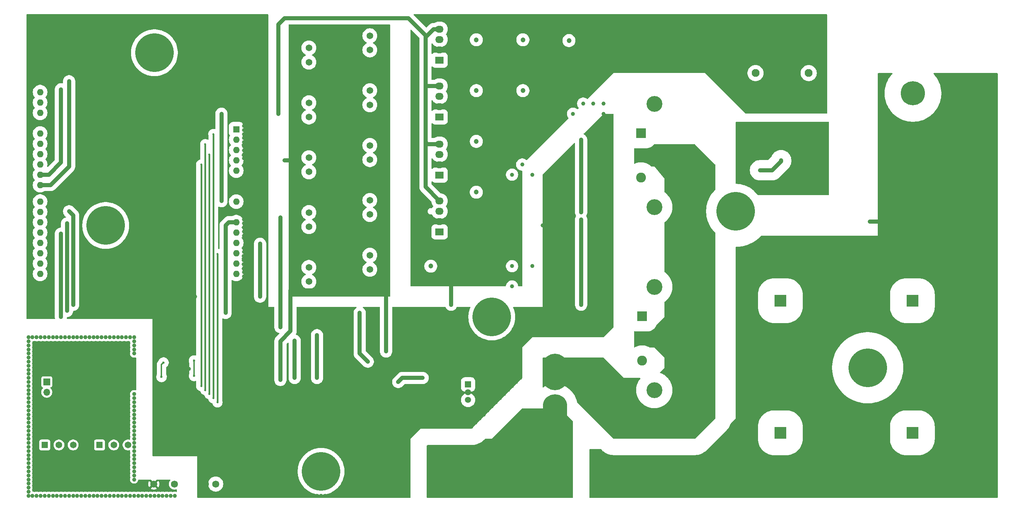
<source format=gbr>
%TF.GenerationSoftware,KiCad,Pcbnew,9.0.0*%
%TF.CreationDate,2025-04-01T22:49:04-07:00*%
%TF.ProjectId,DynamicBrakeGrid,44796e61-6d69-4634-9272-616b65477269,rev?*%
%TF.SameCoordinates,Original*%
%TF.FileFunction,Copper,L4,Bot*%
%TF.FilePolarity,Positive*%
%FSLAX46Y46*%
G04 Gerber Fmt 4.6, Leading zero omitted, Abs format (unit mm)*
G04 Created by KiCad (PCBNEW 9.0.0) date 2025-04-01 22:49:04*
%MOMM*%
%LPD*%
G01*
G04 APERTURE LIST*
G04 Aperture macros list*
%AMHorizOval*
0 Thick line with rounded ends*
0 $1 width*
0 $2 $3 position (X,Y) of the first rounded end (center of the circle)*
0 $4 $5 position (X,Y) of the second rounded end (center of the circle)*
0 Add line between two ends*
20,1,$1,$2,$3,$4,$5,0*
0 Add two circle primitives to create the rounded ends*
1,1,$1,$2,$3*
1,1,$1,$4,$5*%
G04 Aperture macros list end*
%TA.AperFunction,ComponentPad*%
%ADD10R,1.650000X1.650000*%
%TD*%
%TA.AperFunction,ComponentPad*%
%ADD11C,1.650000*%
%TD*%
%TA.AperFunction,ComponentPad*%
%ADD12O,2.030000X1.730000*%
%TD*%
%TA.AperFunction,ComponentPad*%
%ADD13R,2.030000X1.730000*%
%TD*%
%TA.AperFunction,ComponentPad*%
%ADD14C,5.940000*%
%TD*%
%TA.AperFunction,ComponentPad*%
%ADD15R,1.950000X1.950000*%
%TD*%
%TA.AperFunction,ComponentPad*%
%ADD16C,1.950000*%
%TD*%
%TA.AperFunction,ComponentPad*%
%ADD17R,3.000000X3.000000*%
%TD*%
%TA.AperFunction,ComponentPad*%
%ADD18C,3.000000*%
%TD*%
%TA.AperFunction,ComponentPad*%
%ADD19C,3.900000*%
%TD*%
%TA.AperFunction,ComponentPad*%
%ADD20R,1.200000X1.200000*%
%TD*%
%TA.AperFunction,ComponentPad*%
%ADD21C,1.200000*%
%TD*%
%TA.AperFunction,ComponentPad*%
%ADD22R,2.430000X2.430000*%
%TD*%
%TA.AperFunction,ComponentPad*%
%ADD23C,2.430000*%
%TD*%
%TA.AperFunction,ComponentPad*%
%ADD24C,9.500000*%
%TD*%
%TA.AperFunction,ComponentPad*%
%ADD25R,1.700000X1.700000*%
%TD*%
%TA.AperFunction,ComponentPad*%
%ADD26O,1.700000X1.700000*%
%TD*%
%TA.AperFunction,ComponentPad*%
%ADD27R,1.600000X1.600000*%
%TD*%
%TA.AperFunction,ComponentPad*%
%ADD28O,1.600000X1.600000*%
%TD*%
%TA.AperFunction,ComponentPad*%
%ADD29C,1.725000*%
%TD*%
%TA.AperFunction,ComponentPad*%
%ADD30R,1.500000X1.500000*%
%TD*%
%TA.AperFunction,ComponentPad*%
%ADD31C,1.500000*%
%TD*%
%TA.AperFunction,ComponentPad*%
%ADD32HorizOval,0.800000X0.000000X0.000000X0.000000X0.000000X0*%
%TD*%
%TA.AperFunction,ComponentPad*%
%ADD33HorizOval,0.800000X0.000000X0.000000X0.000000X0.000000X0*%
%TD*%
%TA.AperFunction,ComponentPad*%
%ADD34C,0.800000*%
%TD*%
%TA.AperFunction,ComponentPad*%
%ADD35O,6.000000X9.000000*%
%TD*%
%TA.AperFunction,ViaPad*%
%ADD36C,0.500000*%
%TD*%
%TA.AperFunction,ViaPad*%
%ADD37C,1.000000*%
%TD*%
%TA.AperFunction,ViaPad*%
%ADD38C,0.600000*%
%TD*%
%TA.AperFunction,Conductor*%
%ADD39C,0.400000*%
%TD*%
%TA.AperFunction,Conductor*%
%ADD40C,1.000000*%
%TD*%
%TA.AperFunction,Conductor*%
%ADD41C,0.300000*%
%TD*%
G04 APERTURE END LIST*
D10*
%TO.P,J15,1,1*%
%TO.N,CanL_External*%
X48500000Y-146500000D03*
D11*
%TO.P,J15,2,2*%
%TO.N,CanH_External*%
X52000000Y-146500000D03*
%TO.P,J15,3,3*%
%TO.N,CANBUS_ISO_GND*%
X55500000Y-146500000D03*
%TD*%
D10*
%TO.P,J14,1,1*%
%TO.N,CanL_External*%
X35000000Y-146500000D03*
D11*
%TO.P,J14,2,2*%
%TO.N,CanH_External*%
X38500000Y-146500000D03*
%TO.P,J14,3,3*%
%TO.N,CANBUS_ISO_GND*%
X42000000Y-146500000D03*
%TD*%
D12*
%TO.P,M1,4,PWM*%
%TO.N,FAN_PWM*%
X132160000Y-86460000D03*
%TO.P,M1,3,Tacho*%
%TO.N,unconnected-(M1-Tacho-Pad3)*%
X132160000Y-89000000D03*
%TO.P,M1,2,+*%
%TO.N,+12V*%
X132160000Y-91540000D03*
D13*
%TO.P,M1,1,-*%
%TO.N,GND*%
X132160000Y-94080000D03*
%TD*%
D12*
%TO.P,M2,4,PWM*%
%TO.N,FAN_PWM*%
X132160000Y-72460000D03*
%TO.P,M2,3,Tacho*%
%TO.N,unconnected-(M2-Tacho-Pad3)*%
X132160000Y-75000000D03*
%TO.P,M2,2,+*%
%TO.N,+12V*%
X132160000Y-77540000D03*
D13*
%TO.P,M2,1,-*%
%TO.N,GND*%
X132160000Y-80080000D03*
%TD*%
D12*
%TO.P,M3,4,PWM*%
%TO.N,FAN_PWM*%
X132160000Y-58180000D03*
%TO.P,M3,3,Tacho*%
%TO.N,unconnected-(M3-Tacho-Pad3)*%
X132160000Y-60720000D03*
%TO.P,M3,2,+*%
%TO.N,+12V*%
X132160000Y-63260000D03*
D13*
%TO.P,M3,1,-*%
%TO.N,GND*%
X132160000Y-65800000D03*
%TD*%
D12*
%TO.P,M8,4,PWM*%
%TO.N,FAN_PWM*%
X132160000Y-44180000D03*
%TO.P,M8,3,Tacho*%
%TO.N,unconnected-(M8-Tacho-Pad3)*%
X132160000Y-46720000D03*
%TO.P,M8,2,+*%
%TO.N,+12V*%
X132160000Y-49260000D03*
D13*
%TO.P,M8,1,-*%
%TO.N,GND*%
X132160000Y-51800000D03*
%TD*%
D14*
%TO.P,J13,1,1*%
%TO.N,DC_LINK_V+*%
X261350000Y-73000000D03*
%TO.P,J13,2,2*%
%TO.N,GNDPWR*%
X248650000Y-60000000D03*
%TD*%
D15*
%TO.P,J1,1,1*%
%TO.N,+12V*%
X218000000Y-55000000D03*
D16*
%TO.P,J1,2,2*%
%TO.N,GND*%
X223000000Y-55000000D03*
%TD*%
D17*
%TO.P,C12,1,1*%
%TO.N,GNDPWR*%
X216000000Y-111000000D03*
D18*
%TO.P,C12,2,2*%
%TO.N,DC_LINK_V+*%
X226000000Y-111000000D03*
%TD*%
D19*
%TO.P,H5,1,1*%
%TO.N,unconnected-(H5-Pad1)*%
X185000000Y-133000000D03*
%TO.P,H5,2,2*%
%TO.N,unconnected-(H5-Pad2)*%
X185000000Y-107600000D03*
%TD*%
D20*
%TO.P,C6,1,+*%
%TO.N,+12V*%
X146210000Y-46800000D03*
D21*
%TO.P,C6,2,-*%
%TO.N,GND*%
X141210000Y-46800000D03*
%TD*%
D22*
%TO.P,Q1,1,G*%
%TO.N,Net-(Q1-G)*%
X182000000Y-114860000D03*
D23*
%TO.P,Q1,2,D*%
%TO.N,Net-(Q1-D)*%
X182000000Y-120300000D03*
%TO.P,Q1,3,S*%
%TO.N,GNDPWR*%
X182000000Y-125740000D03*
%TD*%
D10*
%TO.P,J9,1,1*%
%TO.N,+5V*%
X100000000Y-85800000D03*
D11*
%TO.P,J9,2,2*%
%TO.N,GND*%
X100000000Y-89300000D03*
%TO.P,J9,3,3*%
%TO.N,AMBIENT_TEMPSENSE_1WIRE*%
X100000000Y-92800000D03*
%TD*%
D20*
%TO.P,C4,1,+*%
%TO.N,+12V*%
X157660000Y-59300000D03*
D21*
%TO.P,C4,2,-*%
%TO.N,GND*%
X152660000Y-59300000D03*
%TD*%
D17*
%TO.P,C13,1,1*%
%TO.N,GNDPWR*%
X216000000Y-143500000D03*
D18*
%TO.P,C13,2,2*%
%TO.N,DC_LINK_V+*%
X226000000Y-143500000D03*
%TD*%
D24*
%TO.P,H4,1,1*%
%TO.N,unconnected-(H4-Pad1)*%
X237500000Y-127500000D03*
%TD*%
%TO.P,H1,1,1*%
%TO.N,unconnected-(H1-Pad1)*%
X62000000Y-50000000D03*
%TD*%
D17*
%TO.P,C15,1,1*%
%TO.N,GNDPWR*%
X248500000Y-143500000D03*
D18*
%TO.P,C15,2,2*%
%TO.N,DC_LINK_V+*%
X258500000Y-143500000D03*
%TD*%
D10*
%TO.P,J5,1,1*%
%TO.N,+5V*%
X100000000Y-45300000D03*
D11*
%TO.P,J5,2,2*%
%TO.N,GND*%
X100000000Y-48800000D03*
%TO.P,J5,3,3*%
%TO.N,AMBIENT_TEMPSENSE_1WIRE*%
X100000000Y-52300000D03*
%TD*%
D15*
%TO.P,J2,1,1*%
%TO.N,+12V*%
X204900000Y-55000000D03*
D16*
%TO.P,J2,2,2*%
%TO.N,GND*%
X209900000Y-55000000D03*
%TD*%
D10*
%TO.P,J12,1,1*%
%TO.N,+5V*%
X115000000Y-66300000D03*
D11*
%TO.P,J12,2,2*%
%TO.N,GND*%
X115000000Y-62800000D03*
%TO.P,J12,3,3*%
%TO.N,EXHAUST_TEMPSENSE_1WIRE*%
X115000000Y-59300000D03*
%TD*%
D10*
%TO.P,J25,1,1*%
%TO.N,+5V*%
X115000000Y-52800000D03*
D11*
%TO.P,J25,2,2*%
%TO.N,GND*%
X115000000Y-49300000D03*
%TO.P,J25,3,3*%
%TO.N,EXHAUST_TEMPSENSE_1WIRE*%
X115000000Y-45800000D03*
%TD*%
D25*
%TO.P,JP1,1,A*%
%TO.N,Net-(JP1-A)*%
X35500000Y-130975000D03*
D26*
%TO.P,JP1,2,B*%
%TO.N,CanH_External*%
X35500000Y-133515000D03*
%TD*%
D20*
%TO.P,C9,1,+*%
%TO.N,+12V*%
X146210000Y-59300000D03*
D21*
%TO.P,C9,2,-*%
%TO.N,GND*%
X141210000Y-59300000D03*
%TD*%
D10*
%TO.P,J7,1,1*%
%TO.N,+5V*%
X100000000Y-58800000D03*
D11*
%TO.P,J7,2,2*%
%TO.N,GND*%
X100000000Y-62300000D03*
%TO.P,J7,3,3*%
%TO.N,AMBIENT_TEMPSENSE_1WIRE*%
X100000000Y-65800000D03*
%TD*%
D10*
%TO.P,J24,1,1*%
%TO.N,+5V*%
X100000000Y-99300000D03*
D11*
%TO.P,J24,2,2*%
%TO.N,GND*%
X100000000Y-102800000D03*
%TO.P,J24,3,3*%
%TO.N,AMBIENT_TEMPSENSE_1WIRE*%
X100000000Y-106300000D03*
%TD*%
D20*
%TO.P,C5,1,+*%
%TO.N,+12V*%
X157660000Y-46800000D03*
D21*
%TO.P,C5,2,-*%
%TO.N,GND*%
X152660000Y-46800000D03*
%TD*%
D10*
%TO.P,J6,1,1*%
%TO.N,+5V*%
X115000000Y-106800000D03*
D11*
%TO.P,J6,2,2*%
%TO.N,GND*%
X115000000Y-103300000D03*
%TO.P,J6,3,3*%
%TO.N,EXHAUST_TEMPSENSE_1WIRE*%
X115000000Y-99800000D03*
%TD*%
D20*
%TO.P,C8,1,+*%
%TO.N,+12V*%
X146210000Y-71800000D03*
D21*
%TO.P,C8,2,-*%
%TO.N,GND*%
X141210000Y-71800000D03*
%TD*%
D27*
%TO.P,A1,1,NC*%
%TO.N,unconnected-(A1-NC-Pad1)*%
X82130000Y-68825000D03*
D28*
%TO.P,A1,2,IOREF*%
%TO.N,unconnected-(A1-IOREF-Pad2)*%
X82130000Y-71365000D03*
%TO.P,A1,3,~{RESET}*%
%TO.N,unconnected-(A1-~{RESET}-Pad3)*%
X82130000Y-73905000D03*
%TO.P,A1,4,3V3*%
%TO.N,unconnected-(A1-3V3-Pad4)*%
X82130000Y-76445000D03*
%TO.P,A1,5,+5V*%
%TO.N,+5V*%
X82130000Y-78985000D03*
%TO.P,A1,6,GND*%
%TO.N,GND*%
X82130000Y-81525000D03*
%TO.P,A1,7,GND*%
X82130000Y-84065000D03*
%TO.P,A1,8,VIN*%
%TO.N,+12V*%
X82130000Y-86605000D03*
%TO.P,A1,9,A0*%
%TO.N,Arduino_CurrentSense*%
X82130000Y-91685000D03*
%TO.P,A1,10,A1*%
%TO.N,unconnected-(A1-A1-Pad10)*%
X82130000Y-94225000D03*
%TO.P,A1,11,A2*%
%TO.N,Arduino_VInSense*%
X82130000Y-96765000D03*
%TO.P,A1,12,A3*%
%TO.N,unconnected-(A1-A3-Pad12)*%
X82130000Y-99305000D03*
%TO.P,A1,13,SDA/A4*%
%TO.N,unconnected-(A1-SDA{slash}A4-Pad13)*%
X82130000Y-101845000D03*
%TO.P,A1,14,SCL/A5*%
%TO.N,unconnected-(A1-SCL{slash}A5-Pad14)*%
X82130000Y-104385000D03*
%TO.P,A1,15,D0/RX*%
%TO.N,unconnected-(A1-D0{slash}RX-Pad15)*%
X33870000Y-104385000D03*
%TO.P,A1,16,D1/TX*%
%TO.N,unconnected-(A1-D1{slash}TX-Pad16)*%
X33870000Y-101845000D03*
%TO.P,A1,17,D2*%
%TO.N,CAN_INT*%
X33870000Y-99305000D03*
%TO.P,A1,18,D3*%
%TO.N,unconnected-(A1-D3-Pad18)*%
X33870000Y-96765000D03*
%TO.P,A1,19,D4*%
%TO.N,StatusLED_0*%
X33870000Y-94225000D03*
%TO.P,A1,20,D5*%
%TO.N,StatusLED_1*%
X33870000Y-91685000D03*
%TO.P,A1,21,D6*%
%TO.N,GATE_PWM*%
X33870000Y-89145000D03*
%TO.P,A1,22,D7*%
%TO.N,FAN_PWM*%
X33870000Y-86605000D03*
%TO.P,A1,23,D8*%
%TO.N,EXHAUST_TEMPSENSE_1WIRE*%
X33870000Y-82545000D03*
%TO.P,A1,24,D9*%
%TO.N,AMBIENT_TEMPSENSE_1WIRE*%
X33870000Y-80005000D03*
%TO.P,A1,25,D10*%
%TO.N,CAN_CS*%
X33870000Y-77465000D03*
%TO.P,A1,26,D11*%
%TO.N,CAN_SI*%
X33870000Y-74925000D03*
%TO.P,A1,27,D12*%
%TO.N,CAN_SO*%
X33870000Y-72385000D03*
%TO.P,A1,28,D13*%
%TO.N,CAN_SCK*%
X33870000Y-69845000D03*
%TO.P,A1,29,GND*%
%TO.N,GND*%
X33870000Y-67305000D03*
%TO.P,A1,30,AREF*%
%TO.N,unconnected-(A1-AREF-Pad30)*%
X33870000Y-64765000D03*
%TO.P,A1,31,SDA/A4*%
%TO.N,unconnected-(A1-SDA{slash}A4-Pad31)*%
X33870000Y-62225000D03*
%TO.P,A1,32,SCL/A5*%
%TO.N,unconnected-(A1-SCL{slash}A5-Pad32)*%
X33870000Y-59685000D03*
%TD*%
D24*
%TO.P,H2,1,1*%
%TO.N,unconnected-(H2-Pad1)*%
X205000000Y-89000000D03*
%TD*%
D29*
%TO.P,PS1,1,+VIN*%
%TO.N,+5V*%
X77075000Y-156115000D03*
%TO.P,PS1,2,-VIN*%
%TO.N,GND*%
X74535000Y-156115000D03*
%TO.P,PS1,5,-VOUT*%
%TO.N,CANBUS_ISO_GND*%
X66915000Y-156115000D03*
%TO.P,PS1,7,+VOUT*%
%TO.N,CANBUS_ISO_5V*%
X61835000Y-156115000D03*
%TD*%
D10*
%TO.P,J8,1,1*%
%TO.N,+5V*%
X100000000Y-72300000D03*
D11*
%TO.P,J8,2,2*%
%TO.N,GND*%
X100000000Y-75800000D03*
%TO.P,J8,3,3*%
%TO.N,AMBIENT_TEMPSENSE_1WIRE*%
X100000000Y-79300000D03*
%TD*%
D10*
%TO.P,J10,1,1*%
%TO.N,+5V*%
X115000000Y-93300000D03*
D11*
%TO.P,J10,2,2*%
%TO.N,GND*%
X115000000Y-89800000D03*
%TO.P,J10,3,3*%
%TO.N,EXHAUST_TEMPSENSE_1WIRE*%
X115000000Y-86300000D03*
%TD*%
D15*
%TO.P,J22,1,1*%
%TO.N,RESISTOR_RETURN*%
X131410000Y-150525000D03*
D16*
%TO.P,J22,2,2*%
X136490000Y-150525000D03*
%TO.P,J22,3,3*%
X141570000Y-150525000D03*
%TD*%
D20*
%TO.P,C3,1,+*%
%TO.N,+12V*%
X169000000Y-47000000D03*
D21*
%TO.P,C3,2,-*%
%TO.N,GND*%
X164000000Y-47000000D03*
%TD*%
D17*
%TO.P,C14,1,1*%
%TO.N,GNDPWR*%
X248500000Y-111000000D03*
D18*
%TO.P,C14,2,2*%
%TO.N,DC_LINK_V+*%
X258500000Y-111000000D03*
%TD*%
D24*
%TO.P,H8,1,1*%
%TO.N,unconnected-(H8-Pad1)*%
X50000000Y-92500000D03*
%TD*%
D10*
%TO.P,J11,1,1*%
%TO.N,+5V*%
X115000000Y-79800000D03*
D11*
%TO.P,J11,2,2*%
%TO.N,GND*%
X115000000Y-76300000D03*
%TO.P,J11,3,3*%
%TO.N,EXHAUST_TEMPSENSE_1WIRE*%
X115000000Y-72800000D03*
%TD*%
D15*
%TO.P,J23,1,1*%
%TO.N,RESISTOR_RETURN*%
X150205000Y-150525000D03*
D16*
%TO.P,J23,2,2*%
X155285000Y-150525000D03*
%TO.P,J23,3,3*%
X160365000Y-150525000D03*
%TD*%
D24*
%TO.P,H7,1,1*%
%TO.N,unconnected-(H7-Pad1)*%
X145000000Y-115000000D03*
%TD*%
D20*
%TO.P,C2,1,+*%
%TO.N,+12V*%
X135000000Y-102500000D03*
D21*
%TO.P,C2,2,-*%
%TO.N,GND*%
X130000000Y-102500000D03*
%TD*%
D15*
%TO.P,J17,1,1*%
%TO.N,DC_LINK_V+*%
X189920000Y-150500000D03*
D16*
%TO.P,J17,2,2*%
X195000000Y-150500000D03*
%TO.P,J17,3,3*%
X200080000Y-150500000D03*
%TD*%
D22*
%TO.P,Q2,1,G*%
%TO.N,Net-(Q2-G)*%
X181710000Y-69800000D03*
D23*
%TO.P,Q2,2,D*%
%TO.N,Net-(Q1-D)*%
X181710000Y-75240000D03*
%TO.P,Q2,3,S*%
%TO.N,GNDPWR*%
X181710000Y-80680000D03*
%TD*%
D19*
%TO.P,H6,1,1*%
%TO.N,unconnected-(H6-Pad1)*%
X185000000Y-88000000D03*
%TO.P,H6,2,2*%
%TO.N,unconnected-(H6-Pad2)*%
X185000000Y-62600000D03*
%TD*%
D24*
%TO.P,H3,1,1*%
%TO.N,unconnected-(H3-Pad1)*%
X103000000Y-153000000D03*
%TD*%
D15*
%TO.P,J16,1,1*%
%TO.N,DC_LINK_V+*%
X170840000Y-150500000D03*
D16*
%TO.P,J16,2,2*%
X175920000Y-150500000D03*
%TO.P,J16,3,3*%
X181000000Y-150500000D03*
%TD*%
D30*
%TO.P,U6,1,VCC*%
%TO.N,+5V*%
X139175000Y-131600000D03*
D31*
%TO.P,U6,2,GND*%
%TO.N,GND*%
X139175000Y-133510000D03*
%TO.P,U6,3,VIOUT*%
%TO.N,Net-(U6-VIOUT)*%
X139175000Y-135420000D03*
D32*
%TO.P,U6,4,IP+*%
%TO.N,RESISTOR_RETURN*%
X161205000Y-134560000D03*
D33*
X159945000Y-134560000D03*
D34*
X162235000Y-135310000D03*
X158915000Y-135310000D03*
X162625000Y-136510000D03*
X158525000Y-136510000D03*
X162625000Y-137840000D03*
X158525000Y-137840000D03*
D35*
X160575000Y-138510000D03*
D34*
X162625000Y-139180000D03*
X158525000Y-139180000D03*
X162625000Y-140510000D03*
X158525000Y-140510000D03*
X162235000Y-141710000D03*
X158915000Y-141710000D03*
X161205000Y-142460000D03*
X159945000Y-142460000D03*
%TO.P,U6,5,IP-*%
%TO.N,Net-(Q1-D)*%
X161205000Y-124560000D03*
X159945000Y-124560000D03*
X162235000Y-125310000D03*
X158915000Y-125310000D03*
X162625000Y-126510000D03*
X158525000Y-126510000D03*
X162625000Y-127840000D03*
X158525000Y-127840000D03*
D35*
X160575000Y-128510000D03*
D34*
X162625000Y-129180000D03*
X158525000Y-129180000D03*
X162625000Y-130510000D03*
X158525000Y-130510000D03*
X162235000Y-131710000D03*
X158915000Y-131710000D03*
D33*
X161205000Y-132460000D03*
D32*
X159945000Y-132460000D03*
%TD*%
D20*
%TO.P,C7,1,+*%
%TO.N,+12V*%
X146210000Y-84300000D03*
D21*
%TO.P,C7,2,-*%
%TO.N,GND*%
X141210000Y-84300000D03*
%TD*%
D36*
%TO.N,CAN_INT*%
X77500000Y-99500000D03*
X77500000Y-136000000D03*
D37*
%TO.N,GND*%
X31000000Y-107000000D03*
X174000000Y-86000000D03*
X65000000Y-120000000D03*
X152000000Y-130000000D03*
X73000000Y-153000000D03*
X68000000Y-41000000D03*
X56000000Y-110000000D03*
X31000000Y-51000000D03*
X93000000Y-159000000D03*
X31000000Y-61000000D03*
X174000000Y-89000000D03*
X67000000Y-41000000D03*
X65000000Y-41000000D03*
X118000000Y-159000000D03*
X113000000Y-159000000D03*
D36*
X62000000Y-135500000D03*
D37*
X31000000Y-103000000D03*
X165000000Y-102500000D03*
X85000000Y-133000000D03*
X99000000Y-159000000D03*
X31000000Y-94000000D03*
X109000000Y-159000000D03*
X174000000Y-90000000D03*
X174000000Y-82000000D03*
X31000000Y-58000000D03*
X75000000Y-41000000D03*
X89000000Y-159000000D03*
X52000000Y-41000000D03*
X121000000Y-134000000D03*
X31000000Y-83000000D03*
X75000000Y-159000000D03*
X152000000Y-124000000D03*
X107500000Y-132500000D03*
X152000000Y-123000000D03*
X31000000Y-109000000D03*
X43000000Y-41000000D03*
X38000000Y-41000000D03*
X31000000Y-48000000D03*
X174000000Y-106000000D03*
X31000000Y-100000000D03*
X174000000Y-84000000D03*
X135000000Y-120000000D03*
X62000000Y-41000000D03*
X84000000Y-159000000D03*
X72000000Y-110000000D03*
X134000000Y-142000000D03*
X31000000Y-104000000D03*
X82500000Y-140000000D03*
X59000000Y-41000000D03*
X84000000Y-99000000D03*
X84000000Y-109000000D03*
X174000000Y-76000000D03*
X31000000Y-52000000D03*
X68000000Y-110000000D03*
X172500000Y-65000000D03*
X174000000Y-81000000D03*
X88000000Y-159000000D03*
X84000000Y-95000000D03*
X73000000Y-158000000D03*
X155000000Y-119000000D03*
X80000000Y-41000000D03*
X90000000Y-159000000D03*
X81000000Y-159000000D03*
X144000000Y-138000000D03*
X174000000Y-109000000D03*
X83980856Y-100027265D03*
X156000000Y-119000000D03*
X73000000Y-156000000D03*
X84000000Y-42000000D03*
X31000000Y-93000000D03*
X46000000Y-110000000D03*
X117000000Y-159000000D03*
X31000000Y-115000000D03*
X224000000Y-73900000D03*
X84000000Y-105000000D03*
X44000000Y-41000000D03*
X31000000Y-70000000D03*
X50000000Y-41000000D03*
X84000000Y-104000000D03*
X31000000Y-85000000D03*
X84000000Y-52000000D03*
X71000000Y-41000000D03*
X31000000Y-114000000D03*
D38*
X217000000Y-81000000D03*
D37*
X143000000Y-139000000D03*
X45000000Y-41000000D03*
X73000000Y-159000000D03*
X152000000Y-129000000D03*
X51000000Y-41000000D03*
X95000000Y-159000000D03*
X31000000Y-106000000D03*
X71250000Y-122250000D03*
X31000000Y-88000000D03*
X31000000Y-90000000D03*
X84000000Y-61000000D03*
X73000000Y-151000000D03*
X155000000Y-80000000D03*
X54000000Y-41000000D03*
X31000000Y-49000000D03*
X48000000Y-110000000D03*
X80000000Y-159000000D03*
X84000000Y-92000000D03*
X53000000Y-110000000D03*
X31000000Y-44000000D03*
X129000000Y-142000000D03*
X31000000Y-87000000D03*
X68000000Y-139500000D03*
X116000000Y-159000000D03*
X102500000Y-145000000D03*
X150000000Y-132000000D03*
X61000000Y-110000000D03*
X172500000Y-67500000D03*
X133000000Y-142000000D03*
X31000000Y-59000000D03*
X31000000Y-74000000D03*
X174000000Y-83000000D03*
X135000000Y-142000000D03*
X124000000Y-157000000D03*
X49000000Y-41000000D03*
X73000000Y-155000000D03*
X33000000Y-41000000D03*
X132000000Y-142000000D03*
X98000000Y-159000000D03*
X142000000Y-140000000D03*
X78000000Y-159000000D03*
X124000000Y-149000000D03*
X84000000Y-107000000D03*
X152000000Y-128000000D03*
X55000000Y-110000000D03*
X31000000Y-89000000D03*
X84000000Y-81000000D03*
X58000000Y-41000000D03*
X82000000Y-110000000D03*
X84000000Y-41000000D03*
X82500000Y-150000000D03*
X84000000Y-75000000D03*
X79500000Y-125250000D03*
X83000000Y-41000000D03*
X104000000Y-159000000D03*
X81000000Y-41000000D03*
X92000000Y-159000000D03*
X67000000Y-110000000D03*
X140000000Y-125000000D03*
X31000000Y-42000000D03*
X149015467Y-132954151D03*
X84000000Y-93000000D03*
X174000000Y-108000000D03*
X84000000Y-46000000D03*
X31000000Y-43000000D03*
X74750000Y-148250000D03*
X46000000Y-41000000D03*
X174000000Y-85000000D03*
X139000000Y-142000000D03*
X160000000Y-80000000D03*
X83980856Y-101041877D03*
X53000000Y-41000000D03*
X75000000Y-138250000D03*
X130000000Y-142000000D03*
X85000000Y-110000000D03*
X62000000Y-110000000D03*
X84000000Y-50000000D03*
X74750000Y-146250000D03*
X86000000Y-159000000D03*
X84000000Y-69000000D03*
X84000000Y-63000000D03*
X87000000Y-159000000D03*
X114000000Y-159000000D03*
X31000000Y-79000000D03*
D36*
X66000000Y-137500000D03*
D37*
X91000000Y-125000000D03*
X52000000Y-110000000D03*
X65000000Y-110000000D03*
X124000000Y-145000000D03*
X73000000Y-152000000D03*
X63000000Y-41000000D03*
X84000000Y-91000000D03*
X84000000Y-125000000D03*
X31000000Y-65000000D03*
X73000000Y-150000000D03*
X84000000Y-90000000D03*
X57000000Y-110000000D03*
X31000000Y-99000000D03*
X31000000Y-64000000D03*
X71000000Y-110000000D03*
X31000000Y-69000000D03*
X57000000Y-41000000D03*
X31000000Y-101000000D03*
X31000000Y-92000000D03*
X31000000Y-113000000D03*
X174000000Y-111000000D03*
X83000000Y-110000000D03*
X97000000Y-159000000D03*
X122500000Y-142500000D03*
X174000000Y-75000000D03*
X124000000Y-153000000D03*
X31000000Y-50000000D03*
X31000000Y-60000000D03*
X174000000Y-92000000D03*
X49000000Y-110000000D03*
X165000000Y-65000000D03*
X77000000Y-41000000D03*
X158000000Y-119000000D03*
X152000000Y-125000000D03*
X31000000Y-54000000D03*
X106000000Y-159000000D03*
X31000000Y-76000000D03*
X136000000Y-142000000D03*
X121000000Y-159000000D03*
X154000000Y-120000000D03*
X78000000Y-41000000D03*
X151000000Y-131000000D03*
X174000000Y-74000000D03*
X62750000Y-133500000D03*
X147000000Y-135000000D03*
X172500000Y-117500000D03*
X123000000Y-159000000D03*
X145000000Y-137000000D03*
X138000000Y-142000000D03*
X167500000Y-62500000D03*
X117500000Y-142500000D03*
X84000000Y-76000000D03*
X73000000Y-154000000D03*
X84000000Y-71000000D03*
X140000000Y-142000000D03*
X45000000Y-110000000D03*
X84000000Y-83000000D03*
X69000000Y-41000000D03*
X84000000Y-110000000D03*
X31000000Y-56000000D03*
X62750000Y-122500000D03*
X31000000Y-68000000D03*
X112000000Y-159000000D03*
X55000000Y-41000000D03*
X124000000Y-150000000D03*
X80750000Y-125241856D03*
X84000000Y-47000000D03*
X91000000Y-159000000D03*
X76000000Y-41000000D03*
X82000000Y-41000000D03*
X74000000Y-41000000D03*
X124000000Y-148000000D03*
X31000000Y-80000000D03*
X124000000Y-147000000D03*
X124000000Y-152000000D03*
X82000000Y-159000000D03*
X174000000Y-107000000D03*
X84000000Y-68000000D03*
X97500000Y-145000000D03*
X157000000Y-119000000D03*
X84000000Y-103000000D03*
X83980856Y-82089699D03*
X131000000Y-142000000D03*
X90000000Y-140000000D03*
X120000000Y-159000000D03*
X126000000Y-143000000D03*
X170000000Y-62500000D03*
X31000000Y-111000000D03*
X84000000Y-85000000D03*
X212000000Y-72900000D03*
X47000000Y-110000000D03*
X100000000Y-159000000D03*
D38*
X216500000Y-72500000D03*
D37*
X31000000Y-57000000D03*
X84000000Y-108000000D03*
X39000000Y-41000000D03*
X84000000Y-106000000D03*
X170000000Y-80000000D03*
X155000000Y-102500000D03*
X152000000Y-122000000D03*
X150000000Y-80000000D03*
X83961712Y-102075632D03*
X41000000Y-41000000D03*
X174000000Y-77000000D03*
X31000000Y-47000000D03*
X174000000Y-105000000D03*
X63000000Y-110000000D03*
X36000000Y-41000000D03*
X107500000Y-140000000D03*
X42000000Y-41000000D03*
X174000000Y-67000000D03*
X83966806Y-49079886D03*
X31000000Y-78000000D03*
X34000000Y-115000000D03*
X124000000Y-158000000D03*
X84000000Y-70000000D03*
X125000000Y-125000000D03*
X58000000Y-110000000D03*
X115000000Y-159000000D03*
X107500000Y-145000000D03*
X110000000Y-159000000D03*
X48000000Y-41000000D03*
X174000000Y-78000000D03*
X174000000Y-103000000D03*
X31000000Y-71000000D03*
X125000000Y-144000000D03*
X70000000Y-41000000D03*
X105000000Y-159000000D03*
X31000000Y-105000000D03*
X76000000Y-159000000D03*
X174000000Y-112000000D03*
X64000000Y-110000000D03*
X170000000Y-110000000D03*
X125000000Y-115000000D03*
X31000000Y-82000000D03*
X66000000Y-41000000D03*
X85000000Y-60000000D03*
X66000000Y-110000000D03*
X84000000Y-67000000D03*
X68938000Y-133375000D03*
X31000000Y-86000000D03*
X174000000Y-113000000D03*
X124000000Y-151000000D03*
X155000000Y-115000000D03*
X150000000Y-107500000D03*
X31000000Y-41000000D03*
X72000000Y-41000000D03*
X174000000Y-73000000D03*
X31000000Y-73000000D03*
X31000000Y-63000000D03*
X86000000Y-110000000D03*
X79000000Y-159000000D03*
X34000000Y-41000000D03*
X73000000Y-41000000D03*
X50000000Y-110000000D03*
X32000000Y-41000000D03*
X99000000Y-128000000D03*
X31000000Y-96000000D03*
X105000000Y-130000000D03*
X60000000Y-110000000D03*
X84000000Y-74000000D03*
X84000000Y-43000000D03*
X31000000Y-45000000D03*
X84000000Y-62000000D03*
X31000000Y-102000000D03*
X172500000Y-62500000D03*
X84000000Y-94000000D03*
X122000000Y-159000000D03*
X59000000Y-110000000D03*
X124000000Y-155000000D03*
X124000000Y-159000000D03*
X31000000Y-95000000D03*
X152500000Y-77500000D03*
X174000000Y-91000000D03*
X32000000Y-115000000D03*
X84000000Y-48000000D03*
X51000000Y-110000000D03*
X152000000Y-126000000D03*
X160000000Y-105000000D03*
X31000000Y-97000000D03*
X128000000Y-142000000D03*
X83000000Y-159000000D03*
X127000000Y-142000000D03*
X84000000Y-44000000D03*
X84000000Y-84080635D03*
X224000000Y-80900000D03*
X119000000Y-159000000D03*
X69000000Y-110000000D03*
X31000000Y-91000000D03*
X31000000Y-81000000D03*
X147500000Y-125000000D03*
X61000000Y-41000000D03*
X31000000Y-67000000D03*
X36000000Y-115000000D03*
X31000000Y-112000000D03*
X56000000Y-41000000D03*
X31000000Y-77000000D03*
X64000000Y-41000000D03*
X94000000Y-159000000D03*
X31000000Y-110000000D03*
X31000000Y-108000000D03*
X73000000Y-157000000D03*
X85000000Y-117500000D03*
X170000000Y-85000000D03*
X31000000Y-62000000D03*
X31000000Y-53000000D03*
X74000000Y-159000000D03*
X84000000Y-72000000D03*
X141000000Y-141000000D03*
X107000000Y-159000000D03*
X111000000Y-159000000D03*
X35000000Y-115000000D03*
X84000000Y-89000000D03*
X96000000Y-159000000D03*
X146000000Y-136000000D03*
X174000000Y-88000000D03*
X70000000Y-110000000D03*
X40000000Y-41000000D03*
X54000000Y-110000000D03*
X102000000Y-159000000D03*
X82000000Y-125250000D03*
X153000000Y-121000000D03*
X74750000Y-144500000D03*
X124000000Y-154000000D03*
X31000000Y-55000000D03*
X152000000Y-127000000D03*
X165000000Y-92500000D03*
X60000000Y-41000000D03*
X132500000Y-125000000D03*
X150000000Y-102500000D03*
X174000000Y-87000000D03*
X105000000Y-125000000D03*
X148023062Y-133946556D03*
X82500000Y-155000000D03*
X31000000Y-66000000D03*
X174000000Y-79000000D03*
X35000000Y-41000000D03*
X108000000Y-159000000D03*
X206000000Y-74900000D03*
X70500000Y-127750000D03*
X31000000Y-75000000D03*
X157500000Y-92500000D03*
X84000000Y-51000000D03*
X31000000Y-46000000D03*
X87000000Y-133000000D03*
X33000000Y-115000000D03*
X101000000Y-159000000D03*
X47000000Y-41000000D03*
X84000000Y-73000000D03*
X31000000Y-84000000D03*
X174000000Y-80000000D03*
X31000000Y-98000000D03*
X174000000Y-104000000D03*
X31000000Y-72000000D03*
X137000000Y-142000000D03*
X174000000Y-110000000D03*
X103000000Y-159000000D03*
X82500000Y-145000000D03*
X165000000Y-80000000D03*
X124000000Y-146000000D03*
X85000000Y-159000000D03*
X112500000Y-142500000D03*
X37000000Y-41000000D03*
X124000000Y-156000000D03*
X84000000Y-45000000D03*
X159000000Y-119000000D03*
X44000000Y-110000000D03*
X77000000Y-159000000D03*
X79000000Y-41000000D03*
%TO.N,FAN_PWM*%
X92500000Y-65000000D03*
X78500000Y-86500000D03*
X78500000Y-65000000D03*
%TO.N,StatusLED_0*%
X96500000Y-120872018D03*
X39000000Y-94500000D03*
X96500000Y-130000000D03*
X39000000Y-115000000D03*
D36*
%TO.N,CAN_SI*%
X75500000Y-75000000D03*
X75500000Y-134000000D03*
D37*
%TO.N,GATE_PWM*%
X42000000Y-112000000D03*
X41000000Y-89000000D03*
%TO.N,AMBIENT_TEMPSENSE_1WIRE*%
X39000000Y-59000000D03*
%TO.N,+5V*%
X108000000Y-57000000D03*
X128000000Y-130000000D03*
D38*
X71750000Y-125750000D03*
D37*
X94000000Y-76500000D03*
D38*
X64232500Y-126232500D03*
D37*
X95800000Y-56000000D03*
X119000000Y-123500000D03*
D38*
X63750000Y-129750000D03*
D37*
X93000000Y-130500000D03*
X108000000Y-84500000D03*
X122000000Y-131000000D03*
X96000000Y-48000000D03*
X108000000Y-97500000D03*
X108000000Y-72000000D03*
D38*
X71750000Y-129500000D03*
D37*
%TO.N,Arduino_CurrentSense*%
X114500000Y-126000000D03*
X79500000Y-114000000D03*
X112500000Y-114000000D03*
D36*
%TO.N,CAN_SO*%
X74500000Y-72500000D03*
X74500000Y-133000000D03*
D37*
%TO.N,EXHAUST_TEMPSENSE_1WIRE*%
X41000000Y-57000000D03*
D36*
%TO.N,CAN_CS*%
X73500000Y-132000000D03*
X73500000Y-77500000D03*
D37*
%TO.N,+12V*%
X175000000Y-42500000D03*
X150000000Y-83000000D03*
X93000000Y-117500000D03*
X93000000Y-90500000D03*
X219000000Y-62900000D03*
X187937500Y-42500000D03*
X181437500Y-42500000D03*
X135000000Y-112000000D03*
X200000000Y-45000000D03*
%TO.N,StatusLED_1*%
X102000000Y-119498549D03*
X102000000Y-130000000D03*
X40500000Y-113500000D03*
X40500000Y-92000000D03*
D36*
%TO.N,CAN_SCK*%
X76500000Y-135000000D03*
X76500000Y-70000000D03*
D37*
%TO.N,DC_LINK_V+*%
X238000000Y-91500000D03*
D38*
%TO.N,Arduino_VInSense*%
X88000000Y-97000000D03*
X88000000Y-110000000D03*
D37*
%TO.N,Gate1*%
X167000000Y-91000000D03*
X167000000Y-112000000D03*
%TO.N,Gate2*%
X167000000Y-89289000D03*
X167000000Y-71398764D03*
%TO.N,Net-(IC5-IN2-)*%
X216200000Y-76430000D03*
X211000000Y-78900000D03*
D38*
%TO.N,CANBUS_ISO_5V*%
X50000000Y-130000000D03*
X51500000Y-124500000D03*
D37*
%TO.N,CANBUS_ISO_GND*%
X31000000Y-133000000D03*
X66000000Y-159000000D03*
X37000000Y-159000000D03*
X48000000Y-120000000D03*
X51000000Y-120000000D03*
X31000000Y-126000000D03*
X32000000Y-120000000D03*
X31000000Y-150000000D03*
X45000000Y-120000000D03*
X50000000Y-159000000D03*
X31000000Y-147000000D03*
X57000000Y-124000000D03*
X57000000Y-155000000D03*
X42000000Y-159000000D03*
X31000000Y-157000000D03*
X31000000Y-141000000D03*
X31000000Y-145000000D03*
X33000000Y-120000000D03*
X38000000Y-120000000D03*
X57000000Y-142000000D03*
X31000000Y-159000000D03*
X31000000Y-148000000D03*
X54000000Y-120000000D03*
X35000000Y-120000000D03*
X31000000Y-120000000D03*
X31000000Y-136000000D03*
X49000000Y-159000000D03*
X31000000Y-122000000D03*
X57000000Y-121000000D03*
X46000000Y-159000000D03*
X31000000Y-142000000D03*
X64000000Y-159000000D03*
X57000000Y-144000000D03*
X31000000Y-143000000D03*
X31000000Y-144000000D03*
X31000000Y-139000000D03*
X31000000Y-149000000D03*
X44000000Y-120000000D03*
X57000000Y-159000000D03*
X31000000Y-152000000D03*
X31000000Y-130000000D03*
X56000000Y-120000000D03*
X31000000Y-123000000D03*
X57000000Y-138000000D03*
X31000000Y-158000000D03*
X31000000Y-155000000D03*
X45000000Y-159000000D03*
X55000000Y-159000000D03*
X31000000Y-124000000D03*
X31000000Y-134000000D03*
X57000000Y-149000000D03*
X57000000Y-139000000D03*
X55000000Y-120000000D03*
X47000000Y-159000000D03*
X31000000Y-138000000D03*
X53000000Y-120000000D03*
X57000000Y-147000000D03*
X41000000Y-120000000D03*
X57000000Y-135000000D03*
X60000000Y-159000000D03*
X31000000Y-128000000D03*
X48000000Y-159000000D03*
X57000000Y-145000000D03*
X43000000Y-120000000D03*
X31000000Y-125000000D03*
X57000000Y-137000000D03*
X34000000Y-159000000D03*
X57000000Y-120000000D03*
X31000000Y-140000000D03*
X63000000Y-159000000D03*
X57000000Y-140000000D03*
X47000000Y-120000000D03*
X54000000Y-159000000D03*
X31000000Y-154000000D03*
X39000000Y-120000000D03*
X57000000Y-154000000D03*
X57000000Y-122000000D03*
X57000000Y-141000000D03*
X31000000Y-121000000D03*
X53000000Y-159000000D03*
X61000000Y-159000000D03*
X42000000Y-120000000D03*
X57000000Y-134000000D03*
X57000000Y-152000000D03*
X46000000Y-120000000D03*
X34000000Y-120000000D03*
X44000000Y-159000000D03*
X31000000Y-131000000D03*
X40000000Y-120000000D03*
X38000000Y-159000000D03*
X36000000Y-159000000D03*
X31000000Y-135000000D03*
X59000000Y-159000000D03*
X37000000Y-120000000D03*
X33000000Y-159000000D03*
X43000000Y-159000000D03*
X31000000Y-153000000D03*
X31000000Y-127000000D03*
X31000000Y-137000000D03*
X35000000Y-159000000D03*
X32000000Y-159000000D03*
X31000000Y-151000000D03*
X51000000Y-159000000D03*
X57000000Y-136000000D03*
X31000000Y-129000000D03*
X49000000Y-120000000D03*
X57000000Y-153000000D03*
X52000000Y-159000000D03*
X56000000Y-159000000D03*
X31000000Y-146000000D03*
X57000000Y-148000000D03*
X39000000Y-159000000D03*
X52000000Y-120000000D03*
X57000000Y-150000000D03*
X57000000Y-151000000D03*
X57000000Y-123000000D03*
X50000000Y-120000000D03*
X67000000Y-159000000D03*
X36000000Y-120000000D03*
X65000000Y-159000000D03*
X57000000Y-146000000D03*
X57000000Y-143000000D03*
X58000000Y-159000000D03*
X31000000Y-156000000D03*
X31000000Y-132000000D03*
X41000000Y-159000000D03*
X40000000Y-159000000D03*
X62000000Y-159000000D03*
%TD*%
D39*
%TO.N,CAN_INT*%
X77500000Y-111500000D02*
X77500000Y-99500000D01*
X77500000Y-123000000D02*
X77500000Y-111500000D01*
X77500000Y-136000000D02*
X77500000Y-123000000D01*
D40*
%TO.N,GND*%
X217495000Y-73495000D02*
X218495000Y-73495000D01*
X217500000Y-80495000D02*
X217500000Y-80500000D01*
X220000000Y-77995000D02*
X217500000Y-80495000D01*
D39*
X64000000Y-137500000D02*
X62000000Y-135500000D01*
X66000000Y-137500000D02*
X64000000Y-137500000D01*
D40*
X212000000Y-72900000D02*
X208000000Y-72900000D01*
X216500000Y-72500000D02*
X217495000Y-73495000D01*
X220000000Y-75000000D02*
X220000000Y-77995000D01*
X208000000Y-72900000D02*
X206000000Y-74900000D01*
X217500000Y-80500000D02*
X217000000Y-81000000D01*
X218495000Y-73495000D02*
X220000000Y-75000000D01*
X224000000Y-73900000D02*
X224000000Y-80900000D01*
%TO.N,FAN_PWM*%
X130700108Y-44180000D02*
X132160000Y-44180000D01*
X128699000Y-82999000D02*
X132160000Y-86460000D01*
X129159000Y-72460000D02*
X128699000Y-72000000D01*
X128699000Y-72000000D02*
X128699000Y-82999000D01*
X132160000Y-58180000D02*
X128879000Y-58180000D01*
X128699000Y-69500000D02*
X128699000Y-72000000D01*
X128879000Y-58180000D02*
X128699000Y-58000000D01*
X94000000Y-41500000D02*
X124500000Y-41500000D01*
X132160000Y-72460000D02*
X129159000Y-72460000D01*
X92500000Y-43000000D02*
X94000000Y-41500000D01*
X128699000Y-58000000D02*
X128699000Y-46181108D01*
X128699000Y-45699000D02*
X128699000Y-69500000D01*
X92500000Y-65000000D02*
X92500000Y-43000000D01*
X128699000Y-69500000D02*
X128699000Y-58000000D01*
X78500000Y-86500000D02*
X78500000Y-65000000D01*
X128699000Y-46181108D02*
X130700108Y-44180000D01*
X124500000Y-41500000D02*
X128699000Y-45699000D01*
%TO.N,StatusLED_0*%
X39000000Y-94500000D02*
X39000000Y-115000000D01*
X96500000Y-120872018D02*
X96500000Y-130000000D01*
D39*
%TO.N,CAN_SI*%
X75500000Y-134000000D02*
X75500000Y-123000000D01*
X75500000Y-123000000D02*
X75500000Y-91000000D01*
X75500000Y-91000000D02*
X75500000Y-75000000D01*
D40*
%TO.N,GATE_PWM*%
X42000000Y-90000000D02*
X41000000Y-89000000D01*
X42000000Y-112000000D02*
X42000000Y-90000000D01*
%TO.N,AMBIENT_TEMPSENSE_1WIRE*%
X39000000Y-59000000D02*
X39000000Y-77000000D01*
X39000000Y-77000000D02*
X35995000Y-80005000D01*
X35995000Y-80005000D02*
X33870000Y-80005000D01*
D41*
%TO.N,+5V*%
X71750000Y-125750000D02*
X71750000Y-129500000D01*
D40*
X95500000Y-108500000D02*
X95500000Y-118500000D01*
D41*
X63750000Y-126715000D02*
X63750000Y-129750000D01*
D40*
X122000000Y-131000000D02*
X123000000Y-130000000D01*
X102500000Y-108500000D02*
X95500000Y-108500000D01*
X94000000Y-76500000D02*
X95800000Y-76500000D01*
X93000000Y-121000000D02*
X93000000Y-130500000D01*
D41*
X64232500Y-126232500D02*
X63750000Y-126715000D01*
D40*
X115000000Y-106800000D02*
X104200000Y-106800000D01*
X95800000Y-76500000D02*
X100000000Y-72300000D01*
X123000000Y-130000000D02*
X128000000Y-130000000D01*
X104200000Y-106800000D02*
X102500000Y-108500000D01*
X95500000Y-118500000D02*
X93000000Y-121000000D01*
X119000000Y-123500000D02*
X119000000Y-108000000D01*
%TO.N,Arduino_CurrentSense*%
X80315000Y-91685000D02*
X82130000Y-91685000D01*
X114500000Y-126000000D02*
X112500000Y-124000000D01*
X79500000Y-114000000D02*
X79500000Y-92500000D01*
X112500000Y-124000000D02*
X112500000Y-114000000D01*
X79500000Y-92500000D02*
X80315000Y-91685000D01*
D39*
%TO.N,CAN_SO*%
X74500000Y-133000000D02*
X74500000Y-123000000D01*
X74500000Y-123000000D02*
X74500000Y-72500000D01*
D40*
%TO.N,EXHAUST_TEMPSENSE_1WIRE*%
X41000000Y-78000000D02*
X36455000Y-82545000D01*
X41000000Y-57000000D02*
X41000000Y-78000000D01*
X36455000Y-82545000D02*
X33870000Y-82545000D01*
D39*
%TO.N,CAN_CS*%
X73500000Y-123000000D02*
X73500000Y-77500000D01*
X73500000Y-132000000D02*
X73500000Y-123000000D01*
D40*
%TO.N,+12V*%
X93000000Y-117500000D02*
X93000000Y-90500000D01*
X135000000Y-102500000D02*
X135000000Y-112000000D01*
%TO.N,StatusLED_1*%
X102000000Y-119498549D02*
X102000000Y-130000000D01*
X40500000Y-92000000D02*
X40500000Y-113500000D01*
D39*
%TO.N,CAN_SCK*%
X76500000Y-135000000D02*
X76500000Y-123000000D01*
X76500000Y-92000000D02*
X76500000Y-70000000D01*
X76500000Y-123000000D02*
X76500000Y-92000000D01*
D40*
%TO.N,DC_LINK_V+*%
X238000000Y-91500000D02*
X240500000Y-91500000D01*
%TO.N,Arduino_VInSense*%
X88000000Y-110000000D02*
X88000000Y-97000000D01*
%TO.N,Gate1*%
X167000000Y-112000000D02*
X167000000Y-91000000D01*
%TO.N,Gate2*%
X167000000Y-71398764D02*
X167000000Y-89289000D01*
%TO.N,Net-(IC5-IN2-)*%
X214000000Y-78900000D02*
X211000000Y-78900000D01*
X216200000Y-76430000D02*
X216200000Y-76700000D01*
X216200000Y-76700000D02*
X214000000Y-78900000D01*
%TD*%
%TA.AperFunction,Conductor*%
%TO.N,Net-(Q1-D)*%
G36*
X195015677Y-72519685D02*
G01*
X195036319Y-72536319D01*
X199963681Y-77463681D01*
X199997166Y-77525004D01*
X200000000Y-77551362D01*
X200000000Y-83694881D01*
X199980315Y-83761920D01*
X199963681Y-83782562D01*
X199690036Y-84056206D01*
X199690012Y-84056232D01*
X199350852Y-84447642D01*
X199040493Y-84862234D01*
X199040490Y-84862239D01*
X198760487Y-85297934D01*
X198512284Y-85752484D01*
X198297141Y-86223581D01*
X198116145Y-86708850D01*
X197970241Y-87205758D01*
X197970238Y-87205768D01*
X197860152Y-87711823D01*
X197786447Y-88224462D01*
X197749500Y-88741045D01*
X197749500Y-89258954D01*
X197786447Y-89775537D01*
X197860152Y-90288176D01*
X197970238Y-90794231D01*
X197970241Y-90794241D01*
X198116145Y-91291149D01*
X198297141Y-91776418D01*
X198512284Y-92247515D01*
X198760487Y-92702065D01*
X199040490Y-93137760D01*
X199040493Y-93137765D01*
X199350852Y-93552357D01*
X199586976Y-93824858D01*
X199690015Y-93943771D01*
X199690024Y-93943780D01*
X199690036Y-93943793D01*
X199963681Y-94217437D01*
X199997166Y-94278760D01*
X200000000Y-94305118D01*
X200000000Y-139948638D01*
X199980315Y-140015677D01*
X199963681Y-140036319D01*
X195036319Y-144963681D01*
X194974996Y-144997166D01*
X194948638Y-145000000D01*
X175051362Y-145000000D01*
X174984323Y-144980315D01*
X174963681Y-144963681D01*
X166009593Y-136009593D01*
X165976108Y-135948270D01*
X165974800Y-135941303D01*
X165973975Y-135936093D01*
X165973973Y-135936085D01*
X165973972Y-135936078D01*
X165873070Y-135515790D01*
X165739503Y-135104714D01*
X165574096Y-134705385D01*
X165377867Y-134320265D01*
X165377857Y-134320248D01*
X165152033Y-133951737D01*
X165152029Y-133951732D01*
X165152027Y-133951728D01*
X164897969Y-133602046D01*
X164897964Y-133602039D01*
X164617262Y-133273382D01*
X164617257Y-133273376D01*
X164311624Y-132967743D01*
X164121881Y-132805686D01*
X163982960Y-132687035D01*
X163982946Y-132687025D01*
X163633273Y-132432974D01*
X163633262Y-132432966D01*
X163264751Y-132207142D01*
X163264740Y-132207136D01*
X163264739Y-132207135D01*
X163264735Y-132207133D01*
X162879615Y-132010904D01*
X162751677Y-131957910D01*
X162480280Y-131845494D01*
X162187796Y-131750461D01*
X162069210Y-131711930D01*
X161648922Y-131611028D01*
X161222013Y-131543412D01*
X160791120Y-131509500D01*
X160791115Y-131509500D01*
X160358885Y-131509500D01*
X160358879Y-131509500D01*
X159927986Y-131543412D01*
X159927985Y-131543412D01*
X159501083Y-131611027D01*
X159501080Y-131611027D01*
X159501078Y-131611028D01*
X159350562Y-131647163D01*
X159080801Y-131711927D01*
X159080795Y-131711928D01*
X159080790Y-131711930D01*
X159080778Y-131711934D01*
X158669719Y-131845494D01*
X158270387Y-132010903D01*
X157885259Y-132207136D01*
X157885248Y-132207142D01*
X157688790Y-132327533D01*
X157621344Y-132345778D01*
X157554742Y-132324662D01*
X157510128Y-132270890D01*
X157500000Y-132221806D01*
X157500000Y-125124000D01*
X157519685Y-125056961D01*
X157572489Y-125011206D01*
X157624000Y-125000000D01*
X172448638Y-125000000D01*
X172515677Y-125019685D01*
X172536319Y-125036319D01*
X177500000Y-130000000D01*
X181441664Y-130000000D01*
X181508703Y-130019685D01*
X181554458Y-130072489D01*
X181564402Y-130141647D01*
X181536654Y-130203706D01*
X181465816Y-130288126D01*
X181242914Y-130606463D01*
X181242905Y-130606478D01*
X181048600Y-130943023D01*
X181048587Y-130943047D01*
X180884362Y-131295231D01*
X180751435Y-131660444D01*
X180650857Y-132035810D01*
X180650853Y-132035827D01*
X180583371Y-132418533D01*
X180583371Y-132418537D01*
X180549500Y-132805683D01*
X180549500Y-133194316D01*
X180583371Y-133581462D01*
X180583371Y-133581466D01*
X180650853Y-133964172D01*
X180650857Y-133964189D01*
X180751435Y-134339555D01*
X180884362Y-134704768D01*
X181048587Y-135056952D01*
X181048600Y-135056976D01*
X181242905Y-135393521D01*
X181242914Y-135393536D01*
X181465821Y-135711880D01*
X181653946Y-135936078D01*
X181715621Y-136009579D01*
X181990421Y-136284379D01*
X182084102Y-136362987D01*
X182288119Y-136534178D01*
X182288125Y-136534182D01*
X182288126Y-136534183D01*
X182606470Y-136757090D01*
X182921894Y-136939200D01*
X182943023Y-136951399D01*
X182943047Y-136951412D01*
X183295231Y-137115637D01*
X183295236Y-137115638D01*
X183295245Y-137115643D01*
X183660434Y-137248561D01*
X183660440Y-137248562D01*
X183660444Y-137248564D01*
X183762666Y-137275954D01*
X184035818Y-137349145D01*
X184418540Y-137416629D01*
X184805685Y-137450499D01*
X184805686Y-137450500D01*
X184805687Y-137450500D01*
X185194314Y-137450500D01*
X185194314Y-137450499D01*
X185581460Y-137416629D01*
X185964182Y-137349145D01*
X186339566Y-137248561D01*
X186704755Y-137115643D01*
X186704768Y-137115637D01*
X187056952Y-136951412D01*
X187056960Y-136951407D01*
X187056970Y-136951403D01*
X187393530Y-136757090D01*
X187711874Y-136534183D01*
X188009579Y-136284379D01*
X188284379Y-136009579D01*
X188534183Y-135711874D01*
X188757090Y-135393530D01*
X188951403Y-135056970D01*
X188951407Y-135056960D01*
X188951412Y-135056952D01*
X189115637Y-134704768D01*
X189115637Y-134704767D01*
X189115643Y-134704755D01*
X189248561Y-134339566D01*
X189349145Y-133964182D01*
X189416629Y-133581460D01*
X189450500Y-133194313D01*
X189450500Y-132805687D01*
X189416629Y-132418540D01*
X189349145Y-132035818D01*
X189275954Y-131762666D01*
X189248564Y-131660444D01*
X189248562Y-131660440D01*
X189248561Y-131660434D01*
X189115643Y-131295245D01*
X189115638Y-131295236D01*
X189115637Y-131295231D01*
X188951412Y-130943047D01*
X188951399Y-130943023D01*
X188939200Y-130921894D01*
X188757090Y-130606470D01*
X188534183Y-130288126D01*
X188534182Y-130288125D01*
X188534178Y-130288119D01*
X188308934Y-130019685D01*
X188284379Y-129990421D01*
X188009579Y-129715621D01*
X187938952Y-129656358D01*
X187711880Y-129465821D01*
X187393536Y-129242914D01*
X187393533Y-129242912D01*
X187393530Y-129242910D01*
X187293538Y-129185179D01*
X187056976Y-129048600D01*
X187056952Y-129048587D01*
X186704768Y-128884362D01*
X186704757Y-128884358D01*
X186704755Y-128884357D01*
X186455746Y-128793725D01*
X186399482Y-128752298D01*
X186374547Y-128687030D01*
X186388857Y-128618641D01*
X186410470Y-128589529D01*
X187500000Y-127500000D01*
X187500000Y-125000000D01*
X185000000Y-122500000D01*
X183851342Y-122500000D01*
X183792889Y-122485358D01*
X183590504Y-122377180D01*
X183590499Y-122377178D01*
X183253225Y-122237474D01*
X182903872Y-122131499D01*
X182903861Y-122131496D01*
X182545834Y-122060281D01*
X182272209Y-122033332D01*
X182182531Y-122024500D01*
X181817469Y-122024500D01*
X181734608Y-122032660D01*
X181454165Y-122060281D01*
X181096138Y-122131496D01*
X181096127Y-122131499D01*
X180746774Y-122237474D01*
X180409500Y-122377178D01*
X180409495Y-122377180D01*
X180207111Y-122485358D01*
X180193099Y-122488867D01*
X180183593Y-122494977D01*
X180148658Y-122500000D01*
X180124000Y-122500000D01*
X180056961Y-122480315D01*
X180011206Y-122427511D01*
X180000000Y-122376000D01*
X180000000Y-118615980D01*
X180019685Y-118548941D01*
X180072489Y-118503186D01*
X180141647Y-118493242D01*
X180158596Y-118496904D01*
X180238452Y-118520105D01*
X180238456Y-118520106D01*
X180549217Y-118569325D01*
X180680156Y-118575500D01*
X180680160Y-118575500D01*
X183319844Y-118575500D01*
X183394664Y-118571971D01*
X183450783Y-118569325D01*
X183450785Y-118569325D01*
X183761543Y-118520106D01*
X183761551Y-118520104D01*
X183912617Y-118476214D01*
X184063689Y-118432324D01*
X184352448Y-118307367D01*
X184623268Y-118147204D01*
X184871879Y-117954362D01*
X184871880Y-117954362D01*
X185094362Y-117731880D01*
X185094362Y-117731879D01*
X185287197Y-117483277D01*
X185287204Y-117483268D01*
X185447367Y-117212448D01*
X185559891Y-116952418D01*
X185586004Y-116913995D01*
X187500000Y-115000000D01*
X187500000Y-111347088D01*
X187519685Y-111280049D01*
X187552874Y-111245515D01*
X187711874Y-111134183D01*
X188009579Y-110884379D01*
X188284379Y-110609579D01*
X188534183Y-110311874D01*
X188757090Y-109993530D01*
X188951403Y-109656970D01*
X188951407Y-109656960D01*
X188951412Y-109656952D01*
X189115637Y-109304768D01*
X189115637Y-109304767D01*
X189115643Y-109304755D01*
X189248561Y-108939566D01*
X189349145Y-108564182D01*
X189416629Y-108181460D01*
X189450500Y-107794313D01*
X189450500Y-107405687D01*
X189416629Y-107018540D01*
X189349145Y-106635818D01*
X189248561Y-106260434D01*
X189115643Y-105895245D01*
X189115638Y-105895236D01*
X189115637Y-105895231D01*
X188951412Y-105543047D01*
X188951399Y-105543023D01*
X188861767Y-105387776D01*
X188757090Y-105206470D01*
X188534183Y-104888126D01*
X188534182Y-104888125D01*
X188534178Y-104888119D01*
X188284376Y-104590418D01*
X188009581Y-104315623D01*
X187711880Y-104065821D01*
X187552876Y-103954485D01*
X187509251Y-103899908D01*
X187500000Y-103852910D01*
X187500000Y-91747088D01*
X187519685Y-91680049D01*
X187552874Y-91645515D01*
X187711874Y-91534183D01*
X188009579Y-91284379D01*
X188284379Y-91009579D01*
X188534183Y-90711874D01*
X188757090Y-90393530D01*
X188951403Y-90056970D01*
X188951407Y-90056960D01*
X188951412Y-90056952D01*
X189115637Y-89704768D01*
X189115637Y-89704767D01*
X189115643Y-89704755D01*
X189248561Y-89339566D01*
X189349145Y-88964182D01*
X189416629Y-88581460D01*
X189450500Y-88194313D01*
X189450500Y-87805687D01*
X189416629Y-87418540D01*
X189349145Y-87035818D01*
X189248561Y-86660434D01*
X189115643Y-86295245D01*
X189115638Y-86295236D01*
X189115637Y-86295231D01*
X188951412Y-85943047D01*
X188951399Y-85943023D01*
X188841390Y-85752482D01*
X188757090Y-85606470D01*
X188534183Y-85288126D01*
X188534182Y-85288125D01*
X188534178Y-85288119D01*
X188284376Y-84990418D01*
X188009581Y-84715623D01*
X187711880Y-84465821D01*
X187552876Y-84354485D01*
X187509251Y-84299908D01*
X187500000Y-84252910D01*
X187500000Y-81000000D01*
X185000000Y-78000000D01*
X184335873Y-78000000D01*
X184268834Y-77980315D01*
X184248191Y-77963680D01*
X184208191Y-77923680D01*
X184208187Y-77923676D01*
X183925990Y-77692083D01*
X183925985Y-77692080D01*
X183925972Y-77692070D01*
X183622468Y-77489276D01*
X183622440Y-77489259D01*
X183300504Y-77317180D01*
X183300499Y-77317178D01*
X183248545Y-77295658D01*
X183191073Y-77271852D01*
X182963225Y-77177474D01*
X182613872Y-77071499D01*
X182613861Y-77071496D01*
X182255834Y-77000281D01*
X181982209Y-76973332D01*
X181892531Y-76964500D01*
X181527469Y-76964500D01*
X181444608Y-76972660D01*
X181164165Y-77000281D01*
X180806138Y-77071496D01*
X180806127Y-77071499D01*
X180456770Y-77177475D01*
X180171452Y-77295658D01*
X180101983Y-77303127D01*
X180039504Y-77271852D01*
X180003852Y-77211763D01*
X180000000Y-77181097D01*
X180000000Y-73613454D01*
X180019685Y-73546415D01*
X180072489Y-73500660D01*
X180141647Y-73490716D01*
X180143365Y-73490975D01*
X180259217Y-73509325D01*
X180302864Y-73511383D01*
X180390156Y-73515500D01*
X180390160Y-73515500D01*
X183029844Y-73515500D01*
X183104664Y-73511971D01*
X183160783Y-73509325D01*
X183160785Y-73509325D01*
X183471543Y-73460106D01*
X183471551Y-73460104D01*
X183622617Y-73416214D01*
X183773689Y-73372324D01*
X184062448Y-73247367D01*
X184333268Y-73087204D01*
X184581879Y-72894362D01*
X184581880Y-72894362D01*
X184804362Y-72671880D01*
X184804362Y-72671879D01*
X184900453Y-72548000D01*
X184957095Y-72507093D01*
X184998432Y-72500000D01*
X194948638Y-72500000D01*
X195015677Y-72519685D01*
G37*
%TD.AperFunction*%
%TD*%
%TA.AperFunction,Conductor*%
%TO.N,GND*%
G36*
X89943039Y-40520185D02*
G01*
X89988794Y-40572989D01*
X90000000Y-40624500D01*
X90000000Y-112500000D01*
X91375500Y-112500000D01*
X91442539Y-112519685D01*
X91488294Y-112572489D01*
X91499500Y-112624000D01*
X91499500Y-117618097D01*
X91536446Y-117851368D01*
X91609433Y-118075996D01*
X91680365Y-118215206D01*
X91716657Y-118286433D01*
X91855483Y-118477510D01*
X92022490Y-118644517D01*
X92213567Y-118783343D01*
X92312991Y-118834002D01*
X92424003Y-118890566D01*
X92424005Y-118890566D01*
X92424008Y-118890568D01*
X92522460Y-118922557D01*
X92653266Y-118965059D01*
X92652859Y-118966309D01*
X92708241Y-118998097D01*
X92740414Y-119060118D01*
X92733949Y-119129688D01*
X92706396Y-119171575D01*
X91855485Y-120022487D01*
X91855484Y-120022488D01*
X91716657Y-120213565D01*
X91680269Y-120284982D01*
X91609433Y-120424003D01*
X91536446Y-120648631D01*
X91499500Y-120881902D01*
X91499500Y-130618097D01*
X91536446Y-130851368D01*
X91609433Y-131075996D01*
X91644347Y-131144517D01*
X91716657Y-131286433D01*
X91855483Y-131477510D01*
X92022490Y-131644517D01*
X92213567Y-131783343D01*
X92312991Y-131834002D01*
X92424003Y-131890566D01*
X92424005Y-131890566D01*
X92424008Y-131890568D01*
X92457909Y-131901583D01*
X92648631Y-131963553D01*
X92881903Y-132000500D01*
X92881908Y-132000500D01*
X93118097Y-132000500D01*
X93351368Y-131963553D01*
X93575992Y-131890568D01*
X93786433Y-131783343D01*
X93977510Y-131644517D01*
X94144517Y-131477510D01*
X94283343Y-131286433D01*
X94390568Y-131075992D01*
X94463553Y-130851368D01*
X94471610Y-130800500D01*
X94500500Y-130618097D01*
X94500500Y-121672889D01*
X94520185Y-121605850D01*
X94536819Y-121585208D01*
X94787819Y-121334208D01*
X94849142Y-121300723D01*
X94918834Y-121305707D01*
X94974767Y-121347579D01*
X94999184Y-121413043D01*
X94999500Y-121421889D01*
X94999500Y-130118097D01*
X95036446Y-130351368D01*
X95109433Y-130575996D01*
X95193825Y-130741623D01*
X95216657Y-130786433D01*
X95355483Y-130977510D01*
X95522490Y-131144517D01*
X95713567Y-131283343D01*
X95747240Y-131300500D01*
X95924003Y-131390566D01*
X95924005Y-131390566D01*
X95924008Y-131390568D01*
X96044412Y-131429689D01*
X96148631Y-131463553D01*
X96381903Y-131500500D01*
X96381908Y-131500500D01*
X96618097Y-131500500D01*
X96851368Y-131463553D01*
X97075992Y-131390568D01*
X97286433Y-131283343D01*
X97477510Y-131144517D01*
X97644517Y-130977510D01*
X97783343Y-130786433D01*
X97890568Y-130575992D01*
X97963553Y-130351368D01*
X97970971Y-130304534D01*
X98000500Y-130118097D01*
X98000500Y-120753920D01*
X97963553Y-120520649D01*
X97890566Y-120296021D01*
X97783342Y-120085584D01*
X97644517Y-119894508D01*
X97477510Y-119727501D01*
X97286433Y-119588675D01*
X97150579Y-119519454D01*
X97093028Y-119490130D01*
X97093026Y-119490129D01*
X97075992Y-119481450D01*
X96876937Y-119416773D01*
X96876195Y-119416521D01*
X96848222Y-119396850D01*
X96824239Y-119380451D01*
X100499500Y-119380451D01*
X100499500Y-130118097D01*
X100536446Y-130351368D01*
X100609433Y-130575996D01*
X100693825Y-130741623D01*
X100716657Y-130786433D01*
X100855483Y-130977510D01*
X101022490Y-131144517D01*
X101213567Y-131283343D01*
X101247240Y-131300500D01*
X101424003Y-131390566D01*
X101424005Y-131390566D01*
X101424008Y-131390568D01*
X101544412Y-131429689D01*
X101648631Y-131463553D01*
X101881903Y-131500500D01*
X101881908Y-131500500D01*
X102118097Y-131500500D01*
X102351368Y-131463553D01*
X102575992Y-131390568D01*
X102786433Y-131283343D01*
X102977510Y-131144517D01*
X103144517Y-130977510D01*
X103213980Y-130881902D01*
X120499500Y-130881902D01*
X120499500Y-131118097D01*
X120536446Y-131351368D01*
X120609433Y-131575996D01*
X120715082Y-131783342D01*
X120716657Y-131786434D01*
X120855483Y-131977510D01*
X121022490Y-132144517D01*
X121213566Y-132283343D01*
X121232178Y-132292826D01*
X121424003Y-132390566D01*
X121424005Y-132390566D01*
X121424008Y-132390568D01*
X121544412Y-132429689D01*
X121648631Y-132463553D01*
X121881903Y-132500500D01*
X121881908Y-132500500D01*
X122118097Y-132500500D01*
X122351368Y-132463553D01*
X122575992Y-132390568D01*
X122786434Y-132283343D01*
X122977510Y-132144517D01*
X123585209Y-131536819D01*
X123646532Y-131503334D01*
X123672890Y-131500500D01*
X128118097Y-131500500D01*
X128351368Y-131463553D01*
X128575992Y-131390568D01*
X128786433Y-131283343D01*
X128977510Y-131144517D01*
X129144517Y-130977510D01*
X129279323Y-130791966D01*
X137424500Y-130791966D01*
X137424500Y-132408028D01*
X137424501Y-132408034D01*
X137435113Y-132527415D01*
X137491089Y-132723045D01*
X137491090Y-132723048D01*
X137491091Y-132723049D01*
X137585302Y-132903407D01*
X137585304Y-132903409D01*
X137713890Y-133061109D01*
X137783775Y-133118092D01*
X137871593Y-133189698D01*
X138051951Y-133283909D01*
X138247582Y-133339886D01*
X138366963Y-133350500D01*
X139983036Y-133350499D01*
X140102418Y-133339886D01*
X140298049Y-133283909D01*
X140478407Y-133189698D01*
X140636109Y-133061109D01*
X140764698Y-132903407D01*
X140858909Y-132723049D01*
X140914886Y-132527418D01*
X140925500Y-132408037D01*
X140925499Y-130791964D01*
X140914886Y-130672582D01*
X140858909Y-130476951D01*
X140764698Y-130296593D01*
X140712684Y-130232803D01*
X140636109Y-130138890D01*
X140493352Y-130022488D01*
X140478407Y-130010302D01*
X140298049Y-129916091D01*
X140298048Y-129916090D01*
X140298045Y-129916089D01*
X140178564Y-129881902D01*
X140102418Y-129860114D01*
X140102415Y-129860113D01*
X140102413Y-129860113D01*
X140036102Y-129854217D01*
X139983037Y-129849500D01*
X139983032Y-129849500D01*
X138366971Y-129849500D01*
X138366965Y-129849500D01*
X138366964Y-129849501D01*
X138355316Y-129850536D01*
X138247584Y-129860113D01*
X138051954Y-129916089D01*
X137991664Y-129947582D01*
X137871593Y-130010302D01*
X137871591Y-130010303D01*
X137871590Y-130010304D01*
X137713890Y-130138890D01*
X137585304Y-130296590D01*
X137585302Y-130296593D01*
X137558857Y-130347219D01*
X137491089Y-130476954D01*
X137435114Y-130672583D01*
X137435113Y-130672586D01*
X137424500Y-130791966D01*
X129279323Y-130791966D01*
X129283343Y-130786433D01*
X129288808Y-130775708D01*
X129310608Y-130732924D01*
X129310610Y-130732919D01*
X129390566Y-130575996D01*
X129390566Y-130575995D01*
X129390568Y-130575992D01*
X129463553Y-130351368D01*
X129470971Y-130304534D01*
X129500500Y-130118097D01*
X129500500Y-129881902D01*
X129463553Y-129648631D01*
X129390566Y-129424003D01*
X129283342Y-129213566D01*
X129144517Y-129022490D01*
X128977510Y-128855483D01*
X128786433Y-128716657D01*
X128575996Y-128609433D01*
X128351368Y-128536446D01*
X128118097Y-128499500D01*
X128118092Y-128499500D01*
X122881908Y-128499500D01*
X122881903Y-128499500D01*
X122723463Y-128524595D01*
X122648631Y-128536447D01*
X122424003Y-128609433D01*
X122213563Y-128716659D01*
X122022496Y-128855476D01*
X122022491Y-128855480D01*
X120855485Y-130022487D01*
X120855484Y-130022488D01*
X120716657Y-130213565D01*
X120609433Y-130424003D01*
X120536446Y-130648631D01*
X120499500Y-130881902D01*
X103213980Y-130881902D01*
X103283343Y-130786433D01*
X103390568Y-130575992D01*
X103463553Y-130351368D01*
X103470971Y-130304534D01*
X103500500Y-130118097D01*
X103500500Y-119380451D01*
X103463553Y-119147180D01*
X103415696Y-118999893D01*
X103390568Y-118922557D01*
X103390566Y-118922554D01*
X103390566Y-118922552D01*
X103319634Y-118783342D01*
X103283343Y-118712116D01*
X103144517Y-118521039D01*
X102977510Y-118354032D01*
X102786433Y-118215206D01*
X102575996Y-118107982D01*
X102351368Y-118034995D01*
X102118097Y-117998049D01*
X102118092Y-117998049D01*
X101881908Y-117998049D01*
X101881903Y-117998049D01*
X101648631Y-118034995D01*
X101424003Y-118107982D01*
X101213566Y-118215206D01*
X101115532Y-118286433D01*
X101022490Y-118354032D01*
X101022488Y-118354034D01*
X101022487Y-118354034D01*
X100855485Y-118521036D01*
X100855485Y-118521037D01*
X100855483Y-118521039D01*
X100825108Y-118562847D01*
X100716657Y-118712115D01*
X100609433Y-118922552D01*
X100536446Y-119147180D01*
X100499500Y-119380451D01*
X96824239Y-119380451D01*
X96820062Y-119377595D01*
X96819733Y-119376817D01*
X96819042Y-119376331D01*
X96806171Y-119344727D01*
X96792864Y-119313237D01*
X96793008Y-119312402D01*
X96792690Y-119311621D01*
X96798953Y-119278050D01*
X96804779Y-119244390D01*
X96805504Y-119242940D01*
X96805505Y-119242937D01*
X96805507Y-119242934D01*
X96805521Y-119242905D01*
X96890568Y-119075992D01*
X96963553Y-118851368D01*
X96984889Y-118716657D01*
X97000500Y-118618097D01*
X97000500Y-112624000D01*
X97020185Y-112556961D01*
X97072989Y-112511206D01*
X97124500Y-112500000D01*
X111630137Y-112500000D01*
X111697176Y-112519685D01*
X111742931Y-112572489D01*
X111752875Y-112641647D01*
X111723850Y-112705203D01*
X111703024Y-112724316D01*
X111522490Y-112855483D01*
X111522488Y-112855485D01*
X111522487Y-112855485D01*
X111355485Y-113022487D01*
X111355485Y-113022488D01*
X111355483Y-113022490D01*
X111295862Y-113104550D01*
X111216657Y-113213566D01*
X111109433Y-113424003D01*
X111036446Y-113648631D01*
X110999500Y-113881902D01*
X110999500Y-124118097D01*
X111036446Y-124351368D01*
X111109433Y-124575996D01*
X111215082Y-124783342D01*
X111216657Y-124786434D01*
X111355483Y-124977510D01*
X113522490Y-127144517D01*
X113713566Y-127283343D01*
X113924008Y-127390568D01*
X114148631Y-127463553D01*
X114236109Y-127477408D01*
X114381903Y-127500500D01*
X114381908Y-127500500D01*
X114618097Y-127500500D01*
X114851368Y-127463553D01*
X115075992Y-127390568D01*
X115286433Y-127283343D01*
X115477510Y-127144517D01*
X115644517Y-126977510D01*
X115783343Y-126786433D01*
X115890568Y-126575992D01*
X115963553Y-126351368D01*
X115998591Y-126130148D01*
X116000500Y-126118097D01*
X116000500Y-125881902D01*
X115963553Y-125648634D01*
X115963553Y-125648631D01*
X115890568Y-125424008D01*
X115783343Y-125213566D01*
X115644517Y-125022490D01*
X114036819Y-123414792D01*
X114003334Y-123353469D01*
X114000500Y-123327111D01*
X114000500Y-113881902D01*
X113963553Y-113648631D01*
X113917827Y-113507902D01*
X113890568Y-113424008D01*
X113890566Y-113424005D01*
X113890566Y-113424003D01*
X113834002Y-113312991D01*
X113783343Y-113213567D01*
X113644517Y-113022490D01*
X113477510Y-112855483D01*
X113296976Y-112724317D01*
X113254312Y-112668988D01*
X113248333Y-112599374D01*
X113280939Y-112537579D01*
X113341778Y-112503222D01*
X113369863Y-112500000D01*
X117375500Y-112500000D01*
X117442539Y-112519685D01*
X117488294Y-112572489D01*
X117499500Y-112624000D01*
X117499500Y-123618097D01*
X117536446Y-123851368D01*
X117609433Y-124075996D01*
X117670307Y-124195466D01*
X117716657Y-124286433D01*
X117855483Y-124477510D01*
X118022490Y-124644517D01*
X118213567Y-124783343D01*
X118255157Y-124804534D01*
X118424003Y-124890566D01*
X118424005Y-124890566D01*
X118424008Y-124890568D01*
X118544412Y-124929689D01*
X118648631Y-124963553D01*
X118881903Y-125000500D01*
X118881908Y-125000500D01*
X119118097Y-125000500D01*
X119351368Y-124963553D01*
X119575992Y-124890568D01*
X119786433Y-124783343D01*
X119977510Y-124644517D01*
X120144517Y-124477510D01*
X120283343Y-124286433D01*
X120390568Y-124075992D01*
X120463553Y-123851368D01*
X120468776Y-123818390D01*
X120500500Y-123618097D01*
X120500500Y-112624000D01*
X120520185Y-112556961D01*
X120572989Y-112511206D01*
X120624500Y-112500000D01*
X133495101Y-112500000D01*
X133562140Y-112519685D01*
X133607184Y-112571669D01*
X133607220Y-112571651D01*
X133607292Y-112571794D01*
X133607895Y-112572489D01*
X133609351Y-112575833D01*
X133609431Y-112575991D01*
X133609432Y-112575992D01*
X133716657Y-112786433D01*
X133855483Y-112977510D01*
X134022490Y-113144517D01*
X134213567Y-113283343D01*
X134312991Y-113334002D01*
X134424003Y-113390566D01*
X134424005Y-113390566D01*
X134424008Y-113390568D01*
X134544412Y-113429689D01*
X134648631Y-113463553D01*
X134881903Y-113500500D01*
X134881908Y-113500500D01*
X135118097Y-113500500D01*
X135351368Y-113463553D01*
X135430427Y-113437865D01*
X135575992Y-113390568D01*
X135786433Y-113283343D01*
X135977510Y-113144517D01*
X136144517Y-112977510D01*
X136283343Y-112786433D01*
X136378654Y-112599374D01*
X136392780Y-112571651D01*
X136393848Y-112572195D01*
X136434168Y-112522151D01*
X136500460Y-112500079D01*
X136504899Y-112500000D01*
X139625659Y-112500000D01*
X139692698Y-112519685D01*
X139738453Y-112572489D01*
X139748397Y-112641647D01*
X139740221Y-112671447D01*
X139718322Y-112724318D01*
X139600765Y-113008123D01*
X139461135Y-113437865D01*
X139461128Y-113437888D01*
X139355642Y-113877272D01*
X139284955Y-114323570D01*
X139284953Y-114323589D01*
X139249500Y-114774056D01*
X139249500Y-115225943D01*
X139277050Y-115575992D01*
X139284954Y-115676420D01*
X139355643Y-116122733D01*
X139461131Y-116562123D01*
X139461135Y-116562134D01*
X139600765Y-116991876D01*
X139718290Y-117275605D01*
X139773693Y-117409360D01*
X139880050Y-117618097D01*
X139978847Y-117811997D01*
X139978850Y-117812002D01*
X140214938Y-118197262D01*
X140214946Y-118197273D01*
X140480545Y-118562839D01*
X140480566Y-118562866D01*
X140774003Y-118906437D01*
X140774013Y-118906448D01*
X140774020Y-118906456D01*
X141093544Y-119225980D01*
X141093552Y-119225987D01*
X141093562Y-119225996D01*
X141437133Y-119519433D01*
X141437147Y-119519444D01*
X141437153Y-119519449D01*
X141802728Y-119785055D01*
X141802732Y-119785057D01*
X141802737Y-119785061D01*
X142187997Y-120021149D01*
X142188002Y-120021152D01*
X142188007Y-120021154D01*
X142188016Y-120021160D01*
X142590640Y-120226307D01*
X143008118Y-120399232D01*
X143008123Y-120399234D01*
X143117395Y-120434738D01*
X143437877Y-120538869D01*
X143877267Y-120644357D01*
X144323580Y-120715046D01*
X144774062Y-120750500D01*
X144774070Y-120750500D01*
X145225930Y-120750500D01*
X145225938Y-120750500D01*
X145676420Y-120715046D01*
X146122733Y-120644357D01*
X146562123Y-120538869D01*
X146991882Y-120399232D01*
X147409360Y-120226307D01*
X147811984Y-120021160D01*
X148197272Y-119785055D01*
X148562847Y-119519449D01*
X148906456Y-119225980D01*
X149225980Y-118906456D01*
X149391962Y-118712115D01*
X149519433Y-118562866D01*
X149519435Y-118562863D01*
X149519449Y-118562847D01*
X149785055Y-118197272D01*
X150021160Y-117811984D01*
X150226307Y-117409360D01*
X150399232Y-116991882D01*
X150538869Y-116562123D01*
X150644357Y-116122733D01*
X150715046Y-115676420D01*
X150750500Y-115225938D01*
X150750500Y-114774062D01*
X150715046Y-114323580D01*
X150644357Y-113877267D01*
X150538869Y-113437877D01*
X150399232Y-113008118D01*
X150259779Y-112671450D01*
X150252311Y-112601984D01*
X150283586Y-112539504D01*
X150343675Y-112503852D01*
X150374341Y-112500000D01*
X157500000Y-112500000D01*
X157500000Y-87500000D01*
X157500000Y-80051362D01*
X157519685Y-79984323D01*
X157536319Y-79963681D01*
X165287819Y-72212181D01*
X165349142Y-72178696D01*
X165418834Y-72183680D01*
X165474767Y-72225552D01*
X165499184Y-72291016D01*
X165499500Y-72299862D01*
X165499500Y-89407097D01*
X165536446Y-89640368D01*
X165609433Y-89864996D01*
X165716661Y-90075441D01*
X165719203Y-90079589D01*
X165717214Y-90080807D01*
X165737375Y-90137662D01*
X165721418Y-90205685D01*
X165719074Y-90209332D01*
X165719203Y-90209411D01*
X165716661Y-90213558D01*
X165609433Y-90424003D01*
X165536446Y-90648631D01*
X165499500Y-90881902D01*
X165499500Y-112118097D01*
X165536446Y-112351368D01*
X165609433Y-112575996D01*
X165675268Y-112705203D01*
X165716657Y-112786433D01*
X165855483Y-112977510D01*
X166022490Y-113144517D01*
X166213567Y-113283343D01*
X166312991Y-113334002D01*
X166424003Y-113390566D01*
X166424005Y-113390566D01*
X166424008Y-113390568D01*
X166544412Y-113429689D01*
X166648631Y-113463553D01*
X166881903Y-113500500D01*
X166881908Y-113500500D01*
X167118097Y-113500500D01*
X167351368Y-113463553D01*
X167430427Y-113437865D01*
X167575992Y-113390568D01*
X167786433Y-113283343D01*
X167977510Y-113144517D01*
X168144517Y-112977510D01*
X168283343Y-112786433D01*
X168390568Y-112575992D01*
X168463553Y-112351368D01*
X168500500Y-112118097D01*
X168500500Y-90881902D01*
X168463553Y-90648631D01*
X168413733Y-90495302D01*
X168390568Y-90424008D01*
X168390566Y-90424005D01*
X168390566Y-90424003D01*
X168312097Y-90270000D01*
X168283343Y-90213567D01*
X168283341Y-90213564D01*
X168280798Y-90209414D01*
X168282870Y-90208143D01*
X168262651Y-90151819D01*
X168278345Y-90083735D01*
X168280950Y-90079679D01*
X168280798Y-90079586D01*
X168283338Y-90075439D01*
X168283343Y-90075433D01*
X168390568Y-89864992D01*
X168463553Y-89640368D01*
X168469799Y-89600932D01*
X168500500Y-89407097D01*
X168500500Y-71280666D01*
X168463553Y-71047395D01*
X168401196Y-70855483D01*
X168390568Y-70822772D01*
X168390566Y-70822769D01*
X168390566Y-70822767D01*
X168298998Y-70643056D01*
X168283343Y-70612331D01*
X168144517Y-70421254D01*
X167977510Y-70254247D01*
X167873126Y-70178407D01*
X167786431Y-70115419D01*
X167672289Y-70057262D01*
X167621492Y-70009288D01*
X167604697Y-69941467D01*
X167627234Y-69875332D01*
X167640891Y-69859108D01*
X172463681Y-65036319D01*
X172525004Y-65002834D01*
X172551362Y-65000000D01*
X174876000Y-65000000D01*
X174943039Y-65019685D01*
X174988794Y-65072489D01*
X175000000Y-65124000D01*
X175000000Y-117448638D01*
X174980315Y-117515677D01*
X174963681Y-117536319D01*
X172536319Y-119963681D01*
X172474996Y-119997166D01*
X172448638Y-120000000D01*
X154999999Y-120000000D01*
X152500000Y-122499999D01*
X152500000Y-129948638D01*
X152480315Y-130015677D01*
X152463681Y-130036319D01*
X140036319Y-142463681D01*
X139974996Y-142497166D01*
X139948638Y-142500000D01*
X127499999Y-142500000D01*
X125000000Y-144999999D01*
X125000000Y-159375500D01*
X124980315Y-159442539D01*
X124927511Y-159488294D01*
X124876000Y-159499500D01*
X72624000Y-159499500D01*
X72556961Y-159479815D01*
X72511206Y-159427011D01*
X72500000Y-159375500D01*
X72500000Y-155992885D01*
X75212000Y-155992885D01*
X75212000Y-156237114D01*
X75227043Y-156351368D01*
X75243877Y-156479233D01*
X75289267Y-156648632D01*
X75307084Y-156715126D01*
X75307087Y-156715136D01*
X75376167Y-156881908D01*
X75400541Y-156940752D01*
X75522649Y-157152248D01*
X75522654Y-157152254D01*
X75522655Y-157152256D01*
X75671315Y-157345995D01*
X75671321Y-157346002D01*
X75843997Y-157518678D01*
X75844004Y-157518684D01*
X75873542Y-157541349D01*
X76037752Y-157667351D01*
X76249248Y-157789459D01*
X76474873Y-157882916D01*
X76710767Y-157946123D01*
X76952893Y-157978000D01*
X76952900Y-157978000D01*
X77197100Y-157978000D01*
X77197107Y-157978000D01*
X77439233Y-157946123D01*
X77675127Y-157882916D01*
X77900752Y-157789459D01*
X78112248Y-157667351D01*
X78305997Y-157518683D01*
X78478683Y-157345997D01*
X78627351Y-157152248D01*
X78749459Y-156940752D01*
X78842916Y-156715127D01*
X78906123Y-156479233D01*
X78938000Y-156237107D01*
X78938000Y-155992893D01*
X78906123Y-155750767D01*
X78842916Y-155514873D01*
X78836755Y-155500000D01*
X78749460Y-155289251D01*
X78749459Y-155289248D01*
X78627351Y-155077752D01*
X78478683Y-154884003D01*
X78478678Y-154883997D01*
X78306002Y-154711321D01*
X78305995Y-154711315D01*
X78112256Y-154562655D01*
X78112254Y-154562654D01*
X78112248Y-154562649D01*
X77900752Y-154440541D01*
X77900748Y-154440539D01*
X77675136Y-154347087D01*
X77675129Y-154347085D01*
X77675127Y-154347084D01*
X77439233Y-154283877D01*
X77398767Y-154278549D01*
X77197114Y-154252000D01*
X77197107Y-154252000D01*
X76952893Y-154252000D01*
X76952885Y-154252000D01*
X76722423Y-154282342D01*
X76710767Y-154283877D01*
X76474873Y-154347084D01*
X76474863Y-154347087D01*
X76249251Y-154440539D01*
X76249247Y-154440541D01*
X76037752Y-154562649D01*
X76037743Y-154562655D01*
X75844004Y-154711315D01*
X75843997Y-154711321D01*
X75671321Y-154883997D01*
X75671315Y-154884004D01*
X75522655Y-155077743D01*
X75522649Y-155077752D01*
X75400541Y-155289247D01*
X75400539Y-155289251D01*
X75307087Y-155514863D01*
X75307084Y-155514873D01*
X75243878Y-155750764D01*
X75243876Y-155750775D01*
X75212000Y-155992885D01*
X72500000Y-155992885D01*
X72500000Y-152774056D01*
X97249500Y-152774056D01*
X97249500Y-153225943D01*
X97271069Y-153500000D01*
X97284954Y-153676420D01*
X97355643Y-154122733D01*
X97461131Y-154562123D01*
X97501413Y-154686101D01*
X97600765Y-154991876D01*
X97653046Y-155118092D01*
X97773693Y-155409360D01*
X97978840Y-155811984D01*
X97978847Y-155811997D01*
X97978850Y-155812002D01*
X98214938Y-156197262D01*
X98214946Y-156197273D01*
X98480545Y-156562839D01*
X98480566Y-156562866D01*
X98774003Y-156906437D01*
X98774013Y-156906448D01*
X98774020Y-156906456D01*
X99093544Y-157225980D01*
X99093552Y-157225987D01*
X99093562Y-157225996D01*
X99437133Y-157519433D01*
X99437147Y-157519444D01*
X99437153Y-157519449D01*
X99802728Y-157785055D01*
X99802732Y-157785057D01*
X99802737Y-157785061D01*
X100187997Y-158021149D01*
X100188002Y-158021152D01*
X100188007Y-158021154D01*
X100188016Y-158021160D01*
X100590640Y-158226307D01*
X101008118Y-158399232D01*
X101008123Y-158399234D01*
X101117395Y-158434738D01*
X101437877Y-158538869D01*
X101877267Y-158644357D01*
X102323580Y-158715046D01*
X102774062Y-158750500D01*
X102774070Y-158750500D01*
X103225930Y-158750500D01*
X103225938Y-158750500D01*
X103676420Y-158715046D01*
X104122733Y-158644357D01*
X104562123Y-158538869D01*
X104991882Y-158399232D01*
X105409360Y-158226307D01*
X105811984Y-158021160D01*
X106197272Y-157785055D01*
X106562847Y-157519449D01*
X106586205Y-157499500D01*
X106906437Y-157225996D01*
X106906456Y-157225980D01*
X107225980Y-156906456D01*
X107519449Y-156562847D01*
X107785055Y-156197272D01*
X108021160Y-155811984D01*
X108226307Y-155409360D01*
X108399232Y-154991882D01*
X108538869Y-154562123D01*
X108644357Y-154122733D01*
X108715046Y-153676420D01*
X108750500Y-153225938D01*
X108750500Y-152774062D01*
X108715046Y-152323580D01*
X108644357Y-151877267D01*
X108538869Y-151437877D01*
X108399232Y-151008118D01*
X108226307Y-150590640D01*
X108021160Y-150188016D01*
X108021154Y-150188007D01*
X108021152Y-150188002D01*
X108021149Y-150187997D01*
X107785061Y-149802737D01*
X107785057Y-149802732D01*
X107785055Y-149802728D01*
X107519449Y-149437153D01*
X107519444Y-149437147D01*
X107519433Y-149437133D01*
X107225996Y-149093562D01*
X107225987Y-149093552D01*
X107225980Y-149093544D01*
X106906456Y-148774020D01*
X106906448Y-148774013D01*
X106906437Y-148774003D01*
X106562866Y-148480566D01*
X106562839Y-148480545D01*
X106334829Y-148314886D01*
X106197272Y-148214945D01*
X106197269Y-148214943D01*
X106197262Y-148214938D01*
X105812002Y-147978850D01*
X105811997Y-147978847D01*
X105811987Y-147978842D01*
X105811984Y-147978840D01*
X105409360Y-147773693D01*
X105226739Y-147698049D01*
X104991876Y-147600765D01*
X104681750Y-147500000D01*
X104562123Y-147461131D01*
X104122733Y-147355643D01*
X104095742Y-147351368D01*
X103676429Y-147284955D01*
X103676420Y-147284954D01*
X103676418Y-147284953D01*
X103676410Y-147284953D01*
X103225943Y-147249500D01*
X103225938Y-147249500D01*
X102774062Y-147249500D01*
X102774056Y-147249500D01*
X102323589Y-147284953D01*
X102323570Y-147284955D01*
X101877272Y-147355642D01*
X101877269Y-147355642D01*
X101877267Y-147355643D01*
X101763167Y-147383036D01*
X101437888Y-147461128D01*
X101437882Y-147461129D01*
X101437877Y-147461131D01*
X101437865Y-147461135D01*
X101008123Y-147600765D01*
X100590642Y-147773692D01*
X100188002Y-147978847D01*
X100187997Y-147978850D01*
X99802737Y-148214938D01*
X99802726Y-148214946D01*
X99437160Y-148480545D01*
X99437133Y-148480566D01*
X99093562Y-148774003D01*
X99093536Y-148774027D01*
X98774027Y-149093536D01*
X98774003Y-149093562D01*
X98480566Y-149437133D01*
X98480545Y-149437160D01*
X98214946Y-149802726D01*
X98214938Y-149802737D01*
X97978850Y-150187997D01*
X97978847Y-150188002D01*
X97773692Y-150590642D01*
X97600765Y-151008123D01*
X97461135Y-151437865D01*
X97461128Y-151437888D01*
X97355642Y-151877272D01*
X97284955Y-152323570D01*
X97284953Y-152323589D01*
X97249500Y-152774056D01*
X72500000Y-152774056D01*
X72500000Y-149250000D01*
X61624000Y-149250000D01*
X61556961Y-149230315D01*
X61511206Y-149177511D01*
X61500000Y-149126000D01*
X61500000Y-129647648D01*
X62449500Y-129647648D01*
X62449500Y-129852352D01*
X62453878Y-129879995D01*
X62481522Y-130054534D01*
X62544781Y-130249223D01*
X62637715Y-130431613D01*
X62758028Y-130597213D01*
X62902786Y-130741971D01*
X63053361Y-130851368D01*
X63068390Y-130862287D01*
X63184607Y-130921503D01*
X63250776Y-130955218D01*
X63250778Y-130955218D01*
X63250781Y-130955220D01*
X63319383Y-130977510D01*
X63445465Y-131018477D01*
X63546557Y-131034488D01*
X63647648Y-131050500D01*
X63647649Y-131050500D01*
X63852351Y-131050500D01*
X63852352Y-131050500D01*
X64054534Y-131018477D01*
X64249219Y-130955220D01*
X64431610Y-130862287D01*
X64524590Y-130794732D01*
X64597213Y-130741971D01*
X64597215Y-130741968D01*
X64597219Y-130741966D01*
X64741966Y-130597219D01*
X64741968Y-130597215D01*
X64741971Y-130597213D01*
X64812599Y-130500000D01*
X64862287Y-130431610D01*
X64955220Y-130249219D01*
X65018477Y-130054534D01*
X65050500Y-129852352D01*
X65050500Y-129647648D01*
X65027238Y-129500781D01*
X65018477Y-129445465D01*
X65002940Y-129397648D01*
X64955220Y-129250781D01*
X64927035Y-129195465D01*
X64914015Y-129169911D01*
X64900500Y-129113616D01*
X64900500Y-127417857D01*
X64920185Y-127350818D01*
X64951615Y-127317539D01*
X65079713Y-127224471D01*
X65079715Y-127224468D01*
X65079719Y-127224466D01*
X65224466Y-127079719D01*
X65224468Y-127079715D01*
X65224471Y-127079713D01*
X65298724Y-126977511D01*
X65344787Y-126914110D01*
X65437720Y-126731719D01*
X65500977Y-126537034D01*
X65533000Y-126334852D01*
X65533000Y-126130148D01*
X65500977Y-125927966D01*
X65437720Y-125733281D01*
X65437717Y-125733276D01*
X65437716Y-125733271D01*
X65420291Y-125699073D01*
X65420289Y-125699071D01*
X65394589Y-125648632D01*
X65394088Y-125647648D01*
X70449500Y-125647648D01*
X70449500Y-125852352D01*
X70453878Y-125879995D01*
X70481522Y-126054534D01*
X70506091Y-126130148D01*
X70544780Y-126249219D01*
X70585985Y-126330087D01*
X70599500Y-126386382D01*
X70599500Y-128863616D01*
X70585985Y-128919911D01*
X70544782Y-129000776D01*
X70544781Y-129000778D01*
X70544780Y-129000781D01*
X70530815Y-129043759D01*
X70481522Y-129195465D01*
X70449500Y-129397648D01*
X70449500Y-129602351D01*
X70481522Y-129804534D01*
X70544781Y-129999223D01*
X70637715Y-130181613D01*
X70758028Y-130347213D01*
X70902786Y-130491971D01*
X71048317Y-130597703D01*
X71068390Y-130612287D01*
X71184607Y-130671503D01*
X71250776Y-130705218D01*
X71250778Y-130705218D01*
X71250781Y-130705220D01*
X71336030Y-130732919D01*
X71445465Y-130768477D01*
X71546557Y-130784488D01*
X71647648Y-130800500D01*
X71647649Y-130800500D01*
X71852351Y-130800500D01*
X71852352Y-130800500D01*
X72054534Y-130768477D01*
X72137182Y-130741622D01*
X72207022Y-130739628D01*
X72266855Y-130775708D01*
X72297684Y-130838408D01*
X72299500Y-130859554D01*
X72299500Y-131628414D01*
X72293431Y-131666733D01*
X72280290Y-131707173D01*
X72249500Y-131901577D01*
X72249500Y-132098422D01*
X72280290Y-132292826D01*
X72341117Y-132480029D01*
X72427025Y-132648632D01*
X72430476Y-132655405D01*
X72546172Y-132814646D01*
X72685354Y-132953828D01*
X72844595Y-133069524D01*
X73019975Y-133158884D01*
X73202273Y-133218116D01*
X73259946Y-133257552D01*
X73281883Y-133297726D01*
X73341116Y-133480025D01*
X73430476Y-133655405D01*
X73546172Y-133814646D01*
X73685354Y-133953828D01*
X73844595Y-134069524D01*
X74019975Y-134158884D01*
X74202273Y-134218116D01*
X74259946Y-134257552D01*
X74281883Y-134297726D01*
X74341116Y-134480025D01*
X74430476Y-134655405D01*
X74546172Y-134814646D01*
X74685354Y-134953828D01*
X74844595Y-135069524D01*
X75019975Y-135158884D01*
X75202273Y-135218116D01*
X75259946Y-135257552D01*
X75281883Y-135297726D01*
X75341116Y-135480025D01*
X75430476Y-135655405D01*
X75546172Y-135814646D01*
X75685354Y-135953828D01*
X75844595Y-136069524D01*
X76019975Y-136158884D01*
X76202273Y-136218116D01*
X76259946Y-136257552D01*
X76281883Y-136297726D01*
X76341116Y-136480025D01*
X76430476Y-136655405D01*
X76546172Y-136814646D01*
X76685354Y-136953828D01*
X76844595Y-137069524D01*
X76927455Y-137111743D01*
X77019970Y-137158882D01*
X77019972Y-137158882D01*
X77019975Y-137158884D01*
X77120317Y-137191487D01*
X77207173Y-137219709D01*
X77401578Y-137250500D01*
X77401583Y-137250500D01*
X77598422Y-137250500D01*
X77792826Y-137219709D01*
X77980025Y-137158884D01*
X78155405Y-137069524D01*
X78314646Y-136953828D01*
X78453828Y-136814646D01*
X78569524Y-136655405D01*
X78658884Y-136480025D01*
X78719709Y-136292826D01*
X78729706Y-136229706D01*
X78750500Y-136098422D01*
X78750500Y-135901577D01*
X78719709Y-135707173D01*
X78706569Y-135666733D01*
X78700500Y-135628414D01*
X78700500Y-135305258D01*
X137424500Y-135305258D01*
X137424500Y-135534741D01*
X137449446Y-135724215D01*
X137454452Y-135762238D01*
X137491789Y-135901583D01*
X137513842Y-135983887D01*
X137601650Y-136195876D01*
X137601657Y-136195890D01*
X137716392Y-136394617D01*
X137856081Y-136576661D01*
X137856089Y-136576670D01*
X138018330Y-136738911D01*
X138018338Y-136738918D01*
X138200382Y-136878607D01*
X138200385Y-136878608D01*
X138200388Y-136878611D01*
X138399112Y-136993344D01*
X138399117Y-136993346D01*
X138399123Y-136993349D01*
X138490480Y-137031190D01*
X138611113Y-137081158D01*
X138832762Y-137140548D01*
X139060266Y-137170500D01*
X139060273Y-137170500D01*
X139289727Y-137170500D01*
X139289734Y-137170500D01*
X139517238Y-137140548D01*
X139738887Y-137081158D01*
X139950888Y-136993344D01*
X140149612Y-136878611D01*
X140331661Y-136738919D01*
X140331665Y-136738914D01*
X140331670Y-136738911D01*
X140493911Y-136576670D01*
X140493914Y-136576665D01*
X140493919Y-136576661D01*
X140633611Y-136394612D01*
X140748344Y-136195888D01*
X140836158Y-135983887D01*
X140895548Y-135762238D01*
X140925500Y-135534734D01*
X140925500Y-135305266D01*
X140895548Y-135077762D01*
X140836158Y-134856113D01*
X140753022Y-134655405D01*
X140748349Y-134644123D01*
X140748346Y-134644117D01*
X140748344Y-134644112D01*
X140633611Y-134445388D01*
X140633608Y-134445385D01*
X140633607Y-134445382D01*
X140493918Y-134263338D01*
X140493911Y-134263330D01*
X140331670Y-134101089D01*
X140331661Y-134101081D01*
X140149617Y-133961392D01*
X139950890Y-133846657D01*
X139950876Y-133846650D01*
X139738887Y-133758842D01*
X139517238Y-133699452D01*
X139479215Y-133694446D01*
X139289741Y-133669500D01*
X139289734Y-133669500D01*
X139060266Y-133669500D01*
X139060258Y-133669500D01*
X138843715Y-133698009D01*
X138832762Y-133699452D01*
X138739076Y-133724554D01*
X138611112Y-133758842D01*
X138399123Y-133846650D01*
X138399109Y-133846657D01*
X138200382Y-133961392D01*
X138018338Y-134101081D01*
X137856081Y-134263338D01*
X137716392Y-134445382D01*
X137601657Y-134644109D01*
X137601650Y-134644123D01*
X137531017Y-134814648D01*
X137513842Y-134856113D01*
X137456660Y-135069524D01*
X137454453Y-135077759D01*
X137454451Y-135077770D01*
X137424500Y-135305258D01*
X78700500Y-135305258D01*
X78700500Y-115479034D01*
X78720185Y-115411995D01*
X78772989Y-115366240D01*
X78842147Y-115356296D01*
X78880792Y-115368548D01*
X78924008Y-115390568D01*
X79077441Y-115440421D01*
X79148631Y-115463553D01*
X79381903Y-115500500D01*
X79381908Y-115500500D01*
X79618097Y-115500500D01*
X79851368Y-115463553D01*
X80075992Y-115390568D01*
X80286433Y-115283343D01*
X80477510Y-115144517D01*
X80644517Y-114977510D01*
X80783343Y-114786433D01*
X80890568Y-114575992D01*
X80963553Y-114351368D01*
X80973838Y-114286433D01*
X81000500Y-114118097D01*
X81000500Y-106026694D01*
X81020185Y-105959655D01*
X81072989Y-105913900D01*
X81142147Y-105903956D01*
X81186495Y-105919304D01*
X81331951Y-106003284D01*
X81550007Y-106093606D01*
X81777986Y-106154693D01*
X82011989Y-106185500D01*
X82011996Y-106185500D01*
X82248004Y-106185500D01*
X82248011Y-106185500D01*
X82482014Y-106154693D01*
X82709993Y-106093606D01*
X82928049Y-106003284D01*
X83132450Y-105885273D01*
X83319699Y-105741592D01*
X83486592Y-105574699D01*
X83630273Y-105387450D01*
X83748284Y-105183049D01*
X83838606Y-104964993D01*
X83899693Y-104737014D01*
X83930500Y-104503011D01*
X83930500Y-104266989D01*
X83899693Y-104032986D01*
X83838606Y-103805007D01*
X83748284Y-103586951D01*
X83748282Y-103586948D01*
X83748280Y-103586943D01*
X83706118Y-103513918D01*
X83630273Y-103382550D01*
X83597105Y-103339325D01*
X83484121Y-103192080D01*
X83485286Y-103191185D01*
X83458469Y-103133381D01*
X83467998Y-103064165D01*
X83484619Y-103038302D01*
X83484121Y-103037920D01*
X83538814Y-102966641D01*
X83630273Y-102847450D01*
X83748284Y-102643049D01*
X83838606Y-102424993D01*
X83899693Y-102197014D01*
X83930500Y-101963011D01*
X83930500Y-101726989D01*
X83899693Y-101492986D01*
X83838606Y-101265007D01*
X83748284Y-101046951D01*
X83748282Y-101046948D01*
X83748280Y-101046943D01*
X83669281Y-100910114D01*
X83630273Y-100842550D01*
X83504322Y-100678407D01*
X83484121Y-100652080D01*
X83485286Y-100651185D01*
X83458469Y-100593381D01*
X83467998Y-100524165D01*
X83484619Y-100498302D01*
X83484121Y-100497920D01*
X83568429Y-100388047D01*
X83630273Y-100307450D01*
X83748284Y-100103049D01*
X83838606Y-99884993D01*
X83899693Y-99657014D01*
X83930500Y-99423011D01*
X83930500Y-99186989D01*
X83899693Y-98952986D01*
X83838606Y-98725007D01*
X83748284Y-98506951D01*
X83748282Y-98506948D01*
X83748280Y-98506943D01*
X83696329Y-98416963D01*
X83630273Y-98302550D01*
X83563129Y-98215046D01*
X83484121Y-98112080D01*
X83485286Y-98111185D01*
X83458469Y-98053381D01*
X83467998Y-97984165D01*
X83484619Y-97958302D01*
X83484121Y-97957920D01*
X83538814Y-97886641D01*
X83630273Y-97767450D01*
X83748284Y-97563049D01*
X83838606Y-97344993D01*
X83899693Y-97117014D01*
X83930500Y-96883011D01*
X83930500Y-96881902D01*
X86499500Y-96881902D01*
X86499500Y-110118097D01*
X86536446Y-110351368D01*
X86609433Y-110575996D01*
X86710332Y-110774020D01*
X86716657Y-110786433D01*
X86855483Y-110977510D01*
X87022490Y-111144517D01*
X87213567Y-111283343D01*
X87312991Y-111334002D01*
X87424003Y-111390566D01*
X87424005Y-111390566D01*
X87424008Y-111390568D01*
X87544412Y-111429689D01*
X87648631Y-111463553D01*
X87881903Y-111500500D01*
X87881908Y-111500500D01*
X88118097Y-111500500D01*
X88351368Y-111463553D01*
X88575992Y-111390568D01*
X88786433Y-111283343D01*
X88977510Y-111144517D01*
X89144517Y-110977510D01*
X89283343Y-110786433D01*
X89390568Y-110575992D01*
X89463553Y-110351368D01*
X89500500Y-110118097D01*
X89500500Y-96881902D01*
X89463553Y-96648631D01*
X89390566Y-96424003D01*
X89283342Y-96213566D01*
X89144517Y-96022490D01*
X88977510Y-95855483D01*
X88786433Y-95716657D01*
X88748388Y-95697272D01*
X88575996Y-95609433D01*
X88351368Y-95536446D01*
X88118097Y-95499500D01*
X88118092Y-95499500D01*
X87881908Y-95499500D01*
X87881903Y-95499500D01*
X87648631Y-95536446D01*
X87424003Y-95609433D01*
X87213566Y-95716657D01*
X87104550Y-95795862D01*
X87022490Y-95855483D01*
X87022488Y-95855485D01*
X87022487Y-95855485D01*
X86855485Y-96022487D01*
X86855485Y-96022488D01*
X86855483Y-96022490D01*
X86845343Y-96036447D01*
X86716657Y-96213566D01*
X86609433Y-96424003D01*
X86536446Y-96648631D01*
X86499500Y-96881902D01*
X83930500Y-96881902D01*
X83930500Y-96646989D01*
X83899693Y-96412986D01*
X83838606Y-96185007D01*
X83748284Y-95966951D01*
X83748282Y-95966948D01*
X83748280Y-95966943D01*
X83683928Y-95855483D01*
X83630273Y-95762550D01*
X83580176Y-95697262D01*
X83484121Y-95572080D01*
X83485286Y-95571185D01*
X83458469Y-95513381D01*
X83467998Y-95444165D01*
X83484619Y-95418302D01*
X83484121Y-95417920D01*
X83565408Y-95311984D01*
X83630273Y-95227450D01*
X83748284Y-95023049D01*
X83838606Y-94804993D01*
X83899693Y-94577014D01*
X83930500Y-94343011D01*
X83930500Y-94106989D01*
X83899693Y-93872986D01*
X83838606Y-93645007D01*
X83748284Y-93426951D01*
X83748282Y-93426948D01*
X83748280Y-93426943D01*
X83680929Y-93310289D01*
X83630273Y-93222550D01*
X83579900Y-93156902D01*
X83484121Y-93032080D01*
X83485286Y-93031185D01*
X83458469Y-92973381D01*
X83467998Y-92904165D01*
X83484619Y-92878302D01*
X83484121Y-92877920D01*
X83538814Y-92806641D01*
X83630273Y-92687450D01*
X83748284Y-92483049D01*
X83838606Y-92264993D01*
X83899693Y-92037014D01*
X83930500Y-91803011D01*
X83930500Y-91566989D01*
X83899693Y-91332986D01*
X83838606Y-91105007D01*
X83748284Y-90886951D01*
X83748282Y-90886948D01*
X83748280Y-90886943D01*
X83706118Y-90813918D01*
X83630273Y-90682550D01*
X83521261Y-90540483D01*
X83486593Y-90495302D01*
X83486587Y-90495295D01*
X83319704Y-90328412D01*
X83319697Y-90328406D01*
X83132454Y-90184730D01*
X83132453Y-90184729D01*
X83132450Y-90184727D01*
X83050931Y-90137662D01*
X82928056Y-90066719D01*
X82928045Y-90066714D01*
X82709993Y-89976394D01*
X82482010Y-89915306D01*
X82248020Y-89884501D01*
X82248017Y-89884500D01*
X82248011Y-89884500D01*
X82011989Y-89884500D01*
X82011983Y-89884500D01*
X82011979Y-89884501D01*
X81777989Y-89915306D01*
X81550006Y-89976394D01*
X81331954Y-90066714D01*
X81331943Y-90066719D01*
X81156717Y-90167887D01*
X81094717Y-90184500D01*
X80196903Y-90184500D01*
X79963631Y-90221446D01*
X79739003Y-90294433D01*
X79528565Y-90401657D01*
X79337488Y-90540484D01*
X78355484Y-91522488D01*
X78216657Y-91713565D01*
X78109433Y-91924003D01*
X78036446Y-92148631D01*
X77999500Y-92381902D01*
X77999500Y-98176772D01*
X77991625Y-98203588D01*
X77986943Y-98231146D01*
X77981915Y-98236657D01*
X77979815Y-98243811D01*
X77958697Y-98262109D01*
X77939855Y-98282765D01*
X77932645Y-98284683D01*
X77927011Y-98289566D01*
X77899350Y-98293543D01*
X77872335Y-98300732D01*
X77861855Y-98298934D01*
X77857853Y-98299510D01*
X77837540Y-98294819D01*
X77837377Y-98294766D01*
X77792826Y-98280291D01*
X77791910Y-98280146D01*
X77786540Y-98278419D01*
X77761357Y-98261311D01*
X77734953Y-98246147D01*
X77732733Y-98241865D01*
X77728745Y-98239156D01*
X77716807Y-98211146D01*
X77702795Y-98184117D01*
X77702063Y-98176551D01*
X77701352Y-98174881D01*
X77701702Y-98172816D01*
X77700500Y-98160372D01*
X77700500Y-87979034D01*
X77720185Y-87911995D01*
X77772989Y-87866240D01*
X77842147Y-87856296D01*
X77880792Y-87868548D01*
X77924008Y-87890568D01*
X78077441Y-87940421D01*
X78148631Y-87963553D01*
X78381903Y-88000500D01*
X78381908Y-88000500D01*
X78618097Y-88000500D01*
X78851368Y-87963553D01*
X78886678Y-87952080D01*
X79075992Y-87890568D01*
X79286433Y-87783343D01*
X79477510Y-87644517D01*
X79644517Y-87477510D01*
X79783343Y-87286433D01*
X79890568Y-87075992D01*
X79963553Y-86851368D01*
X79974072Y-86784953D01*
X80000500Y-86618097D01*
X80000500Y-86486995D01*
X80329500Y-86486995D01*
X80329500Y-86723004D01*
X80329501Y-86723020D01*
X80360306Y-86957010D01*
X80421394Y-87184993D01*
X80511714Y-87403045D01*
X80511719Y-87403056D01*
X80582677Y-87525957D01*
X80629727Y-87607450D01*
X80629729Y-87607453D01*
X80629730Y-87607454D01*
X80773406Y-87794697D01*
X80773412Y-87794704D01*
X80940295Y-87961587D01*
X80940302Y-87961593D01*
X80963032Y-87979034D01*
X81127550Y-88105273D01*
X81245099Y-88173140D01*
X81331943Y-88223280D01*
X81331948Y-88223282D01*
X81331951Y-88223284D01*
X81550007Y-88313606D01*
X81777986Y-88374693D01*
X82011989Y-88405500D01*
X82011996Y-88405500D01*
X82248004Y-88405500D01*
X82248011Y-88405500D01*
X82482014Y-88374693D01*
X82709993Y-88313606D01*
X82928049Y-88223284D01*
X83132450Y-88105273D01*
X83319699Y-87961592D01*
X83486592Y-87794699D01*
X83630273Y-87607450D01*
X83748284Y-87403049D01*
X83838606Y-87184993D01*
X83899693Y-86957014D01*
X83930500Y-86723011D01*
X83930500Y-86486989D01*
X83899693Y-86252986D01*
X83838606Y-86025007D01*
X83748284Y-85806951D01*
X83748282Y-85806948D01*
X83748280Y-85806943D01*
X83693437Y-85711953D01*
X83630273Y-85602550D01*
X83486592Y-85415301D01*
X83486587Y-85415295D01*
X83319704Y-85248412D01*
X83319697Y-85248406D01*
X83132454Y-85104730D01*
X83132453Y-85104729D01*
X83132450Y-85104727D01*
X83045338Y-85054433D01*
X82928056Y-84986719D01*
X82928045Y-84986714D01*
X82709993Y-84896394D01*
X82482010Y-84835306D01*
X82248020Y-84804501D01*
X82248017Y-84804500D01*
X82248011Y-84804500D01*
X82011989Y-84804500D01*
X82011983Y-84804500D01*
X82011979Y-84804501D01*
X81777989Y-84835306D01*
X81550006Y-84896394D01*
X81331954Y-84986714D01*
X81331943Y-84986719D01*
X81127545Y-85104730D01*
X80940302Y-85248406D01*
X80940295Y-85248412D01*
X80773412Y-85415295D01*
X80773406Y-85415302D01*
X80629730Y-85602545D01*
X80511719Y-85806943D01*
X80511714Y-85806954D01*
X80421394Y-86025006D01*
X80360306Y-86252989D01*
X80329501Y-86486979D01*
X80329500Y-86486995D01*
X80000500Y-86486995D01*
X80000500Y-67966966D01*
X80329500Y-67966966D01*
X80329500Y-69683028D01*
X80329501Y-69683034D01*
X80340113Y-69802415D01*
X80396089Y-69998045D01*
X80396090Y-69998048D01*
X80396091Y-69998049D01*
X80490302Y-70178407D01*
X80552143Y-70254249D01*
X80580121Y-70288561D01*
X80607230Y-70352957D01*
X80595221Y-70421787D01*
X80591406Y-70428922D01*
X80511719Y-70566943D01*
X80511714Y-70566954D01*
X80421394Y-70785006D01*
X80360306Y-71012989D01*
X80329501Y-71246979D01*
X80329500Y-71246995D01*
X80329500Y-71483004D01*
X80329501Y-71483020D01*
X80356138Y-71685354D01*
X80360307Y-71717014D01*
X80383885Y-71805007D01*
X80421394Y-71944993D01*
X80511714Y-72163045D01*
X80511719Y-72163056D01*
X80540082Y-72212181D01*
X80629727Y-72367450D01*
X80629729Y-72367453D01*
X80629730Y-72367454D01*
X80775879Y-72557920D01*
X80774720Y-72558808D01*
X80801537Y-72616662D01*
X80791983Y-72685876D01*
X80775385Y-72711701D01*
X80775879Y-72712080D01*
X80629730Y-72902545D01*
X80511719Y-73106943D01*
X80511714Y-73106954D01*
X80421394Y-73325006D01*
X80360306Y-73552989D01*
X80329501Y-73786979D01*
X80329500Y-73786995D01*
X80329500Y-74023004D01*
X80329501Y-74023020D01*
X80355894Y-74223500D01*
X80360307Y-74257014D01*
X80383885Y-74345007D01*
X80421394Y-74484993D01*
X80511714Y-74703045D01*
X80511719Y-74703056D01*
X80571720Y-74806979D01*
X80629727Y-74907450D01*
X80629729Y-74907453D01*
X80629730Y-74907454D01*
X80775879Y-75097920D01*
X80774720Y-75098808D01*
X80801537Y-75156662D01*
X80791983Y-75225876D01*
X80775385Y-75251701D01*
X80775879Y-75252080D01*
X80629730Y-75442545D01*
X80511719Y-75646943D01*
X80511714Y-75646954D01*
X80421394Y-75865006D01*
X80360306Y-76092989D01*
X80329501Y-76326979D01*
X80329500Y-76326995D01*
X80329500Y-76563004D01*
X80329501Y-76563020D01*
X80349264Y-76713140D01*
X80360307Y-76797014D01*
X80383885Y-76885007D01*
X80421394Y-77024993D01*
X80511714Y-77243045D01*
X80511719Y-77243056D01*
X80571720Y-77346979D01*
X80629727Y-77447450D01*
X80629729Y-77447453D01*
X80629730Y-77447454D01*
X80775879Y-77637920D01*
X80774720Y-77638808D01*
X80801537Y-77696662D01*
X80791983Y-77765876D01*
X80775385Y-77791701D01*
X80775879Y-77792080D01*
X80629730Y-77982545D01*
X80511719Y-78186943D01*
X80511714Y-78186954D01*
X80421394Y-78405006D01*
X80360306Y-78632989D01*
X80329501Y-78866979D01*
X80329500Y-78866995D01*
X80329500Y-79103004D01*
X80329501Y-79103020D01*
X80356788Y-79310289D01*
X80360307Y-79337014D01*
X80383885Y-79425007D01*
X80421394Y-79564993D01*
X80511714Y-79783045D01*
X80511719Y-79783056D01*
X80582677Y-79905957D01*
X80629727Y-79987450D01*
X80629729Y-79987453D01*
X80629730Y-79987454D01*
X80773406Y-80174697D01*
X80773412Y-80174704D01*
X80940295Y-80341587D01*
X80940301Y-80341592D01*
X81127550Y-80485273D01*
X81258918Y-80561118D01*
X81331943Y-80603280D01*
X81331948Y-80603282D01*
X81331951Y-80603284D01*
X81550007Y-80693606D01*
X81777986Y-80754693D01*
X82011989Y-80785500D01*
X82011996Y-80785500D01*
X82248004Y-80785500D01*
X82248011Y-80785500D01*
X82482014Y-80754693D01*
X82709993Y-80693606D01*
X82928049Y-80603284D01*
X83132450Y-80485273D01*
X83319699Y-80341592D01*
X83486592Y-80174699D01*
X83630273Y-79987450D01*
X83748284Y-79783049D01*
X83838606Y-79564993D01*
X83899693Y-79337014D01*
X83930500Y-79103011D01*
X83930500Y-78866989D01*
X83899693Y-78632986D01*
X83838606Y-78405007D01*
X83748284Y-78186951D01*
X83748282Y-78186948D01*
X83748280Y-78186943D01*
X83694471Y-78093744D01*
X83630273Y-77982550D01*
X83503250Y-77817010D01*
X83484121Y-77792080D01*
X83485286Y-77791185D01*
X83458469Y-77733381D01*
X83467998Y-77664165D01*
X83484619Y-77638302D01*
X83484121Y-77637920D01*
X83585549Y-77505735D01*
X83630273Y-77447450D01*
X83748284Y-77243049D01*
X83838606Y-77024993D01*
X83899693Y-76797014D01*
X83930500Y-76563011D01*
X83930500Y-76326989D01*
X83899693Y-76092986D01*
X83838606Y-75865007D01*
X83748284Y-75646951D01*
X83748282Y-75646948D01*
X83748280Y-75646943D01*
X83666324Y-75504993D01*
X83630273Y-75442550D01*
X83503250Y-75277010D01*
X83484121Y-75252080D01*
X83485286Y-75251185D01*
X83458469Y-75193381D01*
X83467998Y-75124165D01*
X83484619Y-75098302D01*
X83484121Y-75097920D01*
X83538814Y-75026641D01*
X83630273Y-74907450D01*
X83748284Y-74703049D01*
X83838606Y-74484993D01*
X83899693Y-74257014D01*
X83930500Y-74023011D01*
X83930500Y-73786989D01*
X83899693Y-73552986D01*
X83838606Y-73325007D01*
X83748284Y-73106951D01*
X83748282Y-73106948D01*
X83748280Y-73106943D01*
X83659635Y-72953407D01*
X83630273Y-72902550D01*
X83546076Y-72792822D01*
X83484121Y-72712080D01*
X83485286Y-72711185D01*
X83458469Y-72653381D01*
X83467998Y-72584165D01*
X83484619Y-72558302D01*
X83484121Y-72557920D01*
X83572226Y-72443098D01*
X83630273Y-72367450D01*
X83748284Y-72163049D01*
X83838606Y-71944993D01*
X83899693Y-71717014D01*
X83930500Y-71483011D01*
X83930500Y-71246989D01*
X83899693Y-71012986D01*
X83838606Y-70785007D01*
X83748284Y-70566951D01*
X83748282Y-70566948D01*
X83748280Y-70566943D01*
X83668593Y-70428922D01*
X83652120Y-70361022D01*
X83674972Y-70294995D01*
X83679859Y-70288585D01*
X83769698Y-70178407D01*
X83863909Y-69998049D01*
X83919886Y-69802418D01*
X83930500Y-69683037D01*
X83930499Y-67966964D01*
X83919886Y-67847582D01*
X83863909Y-67651951D01*
X83769698Y-67471593D01*
X83717684Y-67407803D01*
X83641109Y-67313890D01*
X83483409Y-67185304D01*
X83483410Y-67185304D01*
X83483407Y-67185302D01*
X83303049Y-67091091D01*
X83303048Y-67091090D01*
X83303045Y-67091089D01*
X83185829Y-67057550D01*
X83107418Y-67035114D01*
X83107415Y-67035113D01*
X83107413Y-67035113D01*
X83041102Y-67029217D01*
X82988037Y-67024500D01*
X82988032Y-67024500D01*
X81271971Y-67024500D01*
X81271965Y-67024500D01*
X81271964Y-67024501D01*
X81260316Y-67025536D01*
X81152584Y-67035113D01*
X80956954Y-67091089D01*
X80866772Y-67138196D01*
X80776593Y-67185302D01*
X80776591Y-67185303D01*
X80776590Y-67185304D01*
X80618890Y-67313890D01*
X80490304Y-67471590D01*
X80396089Y-67651954D01*
X80340114Y-67847583D01*
X80340113Y-67847586D01*
X80332607Y-67932016D01*
X80329702Y-67964698D01*
X80329500Y-67966966D01*
X80000500Y-67966966D01*
X80000500Y-64881902D01*
X79963553Y-64648631D01*
X79912871Y-64492649D01*
X79890568Y-64424008D01*
X79890566Y-64424005D01*
X79890566Y-64424003D01*
X79783342Y-64213566D01*
X79644517Y-64022490D01*
X79477510Y-63855483D01*
X79286433Y-63716657D01*
X79275058Y-63710861D01*
X79075996Y-63609433D01*
X78851368Y-63536446D01*
X78618097Y-63499500D01*
X78618092Y-63499500D01*
X78381908Y-63499500D01*
X78381903Y-63499500D01*
X78148631Y-63536446D01*
X77924003Y-63609433D01*
X77713566Y-63716657D01*
X77604550Y-63795862D01*
X77522490Y-63855483D01*
X77522488Y-63855485D01*
X77522487Y-63855485D01*
X77355485Y-64022487D01*
X77355485Y-64022488D01*
X77355483Y-64022490D01*
X77322658Y-64067670D01*
X77216657Y-64213566D01*
X77109433Y-64424003D01*
X77036446Y-64648631D01*
X76999500Y-64881902D01*
X76999500Y-68676771D01*
X76979815Y-68743810D01*
X76927011Y-68789565D01*
X76857853Y-68799509D01*
X76837183Y-68794702D01*
X76792834Y-68780292D01*
X76792827Y-68780291D01*
X76598422Y-68749500D01*
X76598417Y-68749500D01*
X76401583Y-68749500D01*
X76401578Y-68749500D01*
X76207173Y-68780290D01*
X76019970Y-68841117D01*
X75844594Y-68930476D01*
X75753741Y-68996485D01*
X75685354Y-69046172D01*
X75685352Y-69046174D01*
X75685351Y-69046174D01*
X75546174Y-69185351D01*
X75546174Y-69185352D01*
X75546172Y-69185354D01*
X75496485Y-69253741D01*
X75430476Y-69344594D01*
X75341117Y-69519970D01*
X75280290Y-69707173D01*
X75249500Y-69901577D01*
X75249500Y-70098422D01*
X75280290Y-70292822D01*
X75280290Y-70292823D01*
X75293431Y-70333266D01*
X75299500Y-70371584D01*
X75299500Y-71301546D01*
X75279815Y-71368585D01*
X75227011Y-71414340D01*
X75157853Y-71424284D01*
X75119206Y-71412031D01*
X74980032Y-71341118D01*
X74792826Y-71280290D01*
X74598422Y-71249500D01*
X74598417Y-71249500D01*
X74401583Y-71249500D01*
X74401578Y-71249500D01*
X74207173Y-71280290D01*
X74019970Y-71341117D01*
X73844594Y-71430476D01*
X73772297Y-71483004D01*
X73685354Y-71546172D01*
X73685352Y-71546174D01*
X73685351Y-71546174D01*
X73546174Y-71685351D01*
X73546174Y-71685352D01*
X73546172Y-71685354D01*
X73523170Y-71717014D01*
X73430476Y-71844594D01*
X73341117Y-72019970D01*
X73280290Y-72207173D01*
X73249500Y-72401577D01*
X73249500Y-72598422D01*
X73280290Y-72792822D01*
X73280290Y-72792823D01*
X73293431Y-72833266D01*
X73299500Y-72871584D01*
X73299500Y-76160372D01*
X73279815Y-76227411D01*
X73227011Y-76273166D01*
X73211696Y-76278447D01*
X73211807Y-76278786D01*
X73207176Y-76280290D01*
X73207174Y-76280291D01*
X73063484Y-76326979D01*
X73019972Y-76341117D01*
X72844594Y-76430476D01*
X72800456Y-76462545D01*
X72685354Y-76546172D01*
X72685352Y-76546174D01*
X72685351Y-76546174D01*
X72546174Y-76685351D01*
X72546174Y-76685352D01*
X72546172Y-76685354D01*
X72496485Y-76753741D01*
X72430476Y-76844594D01*
X72341117Y-77019970D01*
X72280290Y-77207173D01*
X72249500Y-77401577D01*
X72249500Y-77598422D01*
X72280290Y-77792822D01*
X72280290Y-77792823D01*
X72293431Y-77833266D01*
X72299500Y-77871584D01*
X72299500Y-124390445D01*
X72279815Y-124457484D01*
X72227011Y-124503239D01*
X72157853Y-124513183D01*
X72137182Y-124508376D01*
X72054537Y-124481523D01*
X71902760Y-124457484D01*
X71852352Y-124449500D01*
X71647648Y-124449500D01*
X71623329Y-124453351D01*
X71445465Y-124481522D01*
X71250776Y-124544781D01*
X71068386Y-124637715D01*
X70902786Y-124758028D01*
X70758028Y-124902786D01*
X70637715Y-125068386D01*
X70544781Y-125250776D01*
X70481522Y-125445465D01*
X70464825Y-125550890D01*
X70449500Y-125647648D01*
X65394088Y-125647648D01*
X65344787Y-125550890D01*
X65344785Y-125550887D01*
X65344784Y-125550885D01*
X65224471Y-125385286D01*
X65079713Y-125240528D01*
X64914113Y-125120215D01*
X64914112Y-125120214D01*
X64914110Y-125120213D01*
X64857153Y-125091191D01*
X64731723Y-125027281D01*
X64537034Y-124964022D01*
X64362495Y-124936378D01*
X64334852Y-124932000D01*
X64130148Y-124932000D01*
X64105829Y-124935851D01*
X63927965Y-124964022D01*
X63733276Y-125027281D01*
X63550886Y-125120215D01*
X63385286Y-125240528D01*
X63240528Y-125385286D01*
X63120215Y-125550886D01*
X63027279Y-125733280D01*
X62999232Y-125819599D01*
X62994286Y-125828196D01*
X62993268Y-125834567D01*
X62978998Y-125854776D01*
X62973720Y-125863953D01*
X62971410Y-125866534D01*
X62872447Y-125965499D01*
X62831041Y-126022490D01*
X62827340Y-126027583D01*
X62827339Y-126027585D01*
X62766004Y-126112005D01*
X62683788Y-126273360D01*
X62683787Y-126273363D01*
X62627829Y-126445589D01*
X62599499Y-126624455D01*
X62599499Y-126810656D01*
X62599500Y-126810681D01*
X62599500Y-129113616D01*
X62585985Y-129169911D01*
X62544782Y-129250776D01*
X62544781Y-129250778D01*
X62544780Y-129250781D01*
X62530815Y-129293759D01*
X62481522Y-129445465D01*
X62461546Y-129571593D01*
X62449500Y-129647648D01*
X61500000Y-129647648D01*
X61500000Y-115500000D01*
X40585163Y-115500000D01*
X40518124Y-115480315D01*
X40472369Y-115427511D01*
X40462425Y-115358353D01*
X40462838Y-115356187D01*
X40462791Y-115356180D01*
X40500500Y-115118095D01*
X40500770Y-115114666D01*
X40501237Y-115113437D01*
X40501263Y-115113280D01*
X40501296Y-115113285D01*
X40525650Y-115049376D01*
X40581879Y-115007902D01*
X40614666Y-115000770D01*
X40618095Y-115000500D01*
X40851368Y-114963553D01*
X41075992Y-114890568D01*
X41286433Y-114783343D01*
X41477510Y-114644517D01*
X41644517Y-114477510D01*
X41783343Y-114286433D01*
X41890568Y-114075992D01*
X41963553Y-113851368D01*
X41995663Y-113648632D01*
X42000500Y-113618095D01*
X42000770Y-113614666D01*
X42001237Y-113613437D01*
X42001263Y-113613280D01*
X42001296Y-113613285D01*
X42025650Y-113549376D01*
X42081879Y-113507902D01*
X42114666Y-113500770D01*
X42118095Y-113500500D01*
X42351368Y-113463553D01*
X42430427Y-113437865D01*
X42575992Y-113390568D01*
X42786433Y-113283343D01*
X42977510Y-113144517D01*
X43144517Y-112977510D01*
X43283343Y-112786433D01*
X43390568Y-112575992D01*
X43463553Y-112351368D01*
X43500500Y-112118097D01*
X43500500Y-92274056D01*
X44249500Y-92274056D01*
X44249500Y-92725943D01*
X44284953Y-93176410D01*
X44284955Y-93176429D01*
X44339766Y-93522488D01*
X44355643Y-93622733D01*
X44461131Y-94062123D01*
X44497946Y-94175429D01*
X44600765Y-94491876D01*
X44643176Y-94594265D01*
X44773693Y-94909360D01*
X44883822Y-95125500D01*
X44978847Y-95311997D01*
X44978850Y-95312002D01*
X45214938Y-95697262D01*
X45214946Y-95697273D01*
X45480545Y-96062839D01*
X45480566Y-96062866D01*
X45774003Y-96406437D01*
X45774013Y-96406448D01*
X45774020Y-96406456D01*
X46093544Y-96725980D01*
X46093552Y-96725987D01*
X46093562Y-96725996D01*
X46437133Y-97019433D01*
X46437147Y-97019444D01*
X46437153Y-97019449D01*
X46802728Y-97285055D01*
X46802732Y-97285057D01*
X46802737Y-97285061D01*
X47187997Y-97521149D01*
X47188002Y-97521152D01*
X47188007Y-97521154D01*
X47188016Y-97521160D01*
X47590640Y-97726307D01*
X48008118Y-97899232D01*
X48008123Y-97899234D01*
X48076938Y-97921593D01*
X48437877Y-98038869D01*
X48877267Y-98144357D01*
X49323580Y-98215046D01*
X49774062Y-98250500D01*
X49774070Y-98250500D01*
X50225930Y-98250500D01*
X50225938Y-98250500D01*
X50676420Y-98215046D01*
X51122733Y-98144357D01*
X51562123Y-98038869D01*
X51991882Y-97899232D01*
X52409360Y-97726307D01*
X52811984Y-97521160D01*
X53197272Y-97285055D01*
X53562847Y-97019449D01*
X53906456Y-96725980D01*
X54225980Y-96406456D01*
X54519449Y-96062847D01*
X54785055Y-95697272D01*
X55021160Y-95311984D01*
X55226307Y-94909360D01*
X55399232Y-94491882D01*
X55538869Y-94062123D01*
X55644357Y-93622733D01*
X55715046Y-93176420D01*
X55750500Y-92725938D01*
X55750500Y-92274062D01*
X55715046Y-91823580D01*
X55644357Y-91377267D01*
X55538869Y-90937877D01*
X55432151Y-90609432D01*
X55399234Y-90508123D01*
X55393923Y-90495301D01*
X55226307Y-90090640D01*
X55021160Y-89688016D01*
X55021154Y-89688007D01*
X55021152Y-89688002D01*
X55021149Y-89687997D01*
X54785061Y-89302737D01*
X54785057Y-89302732D01*
X54785055Y-89302728D01*
X54519449Y-88937153D01*
X54519444Y-88937147D01*
X54519433Y-88937133D01*
X54225996Y-88593562D01*
X54225987Y-88593552D01*
X54225980Y-88593544D01*
X53906456Y-88274020D01*
X53906448Y-88274013D01*
X53906437Y-88274003D01*
X53562866Y-87980566D01*
X53562839Y-87980545D01*
X53347600Y-87824165D01*
X53197272Y-87714945D01*
X53197269Y-87714943D01*
X53197262Y-87714938D01*
X52812002Y-87478850D01*
X52811997Y-87478847D01*
X52811987Y-87478842D01*
X52811984Y-87478840D01*
X52409360Y-87273693D01*
X52275605Y-87218290D01*
X51991876Y-87100765D01*
X51675745Y-86998049D01*
X51562123Y-86961131D01*
X51544974Y-86957014D01*
X51468615Y-86938681D01*
X51122733Y-86855643D01*
X51095742Y-86851368D01*
X50676429Y-86784955D01*
X50676420Y-86784954D01*
X50676418Y-86784953D01*
X50676410Y-86784953D01*
X50225943Y-86749500D01*
X50225938Y-86749500D01*
X49774062Y-86749500D01*
X49774056Y-86749500D01*
X49323589Y-86784953D01*
X49323570Y-86784955D01*
X48877272Y-86855642D01*
X48877269Y-86855642D01*
X48877267Y-86855643D01*
X48742294Y-86888047D01*
X48437888Y-86961128D01*
X48437882Y-86961129D01*
X48437877Y-86961131D01*
X48437865Y-86961135D01*
X48008123Y-87100765D01*
X47590642Y-87273692D01*
X47188002Y-87478847D01*
X47187997Y-87478850D01*
X46802737Y-87714938D01*
X46802726Y-87714946D01*
X46437160Y-87980545D01*
X46437133Y-87980566D01*
X46093562Y-88274003D01*
X46093536Y-88274027D01*
X45774027Y-88593536D01*
X45774003Y-88593562D01*
X45480566Y-88937133D01*
X45480545Y-88937160D01*
X45214946Y-89302726D01*
X45214938Y-89302737D01*
X44978850Y-89687997D01*
X44978847Y-89688002D01*
X44773692Y-90090642D01*
X44600765Y-90508123D01*
X44461135Y-90937865D01*
X44461128Y-90937888D01*
X44355642Y-91377272D01*
X44284955Y-91823570D01*
X44284953Y-91823589D01*
X44249500Y-92274056D01*
X43500500Y-92274056D01*
X43500500Y-89881902D01*
X43463553Y-89648631D01*
X43390566Y-89424003D01*
X43328772Y-89302726D01*
X43283343Y-89213567D01*
X43276823Y-89204594D01*
X43263787Y-89186650D01*
X43263785Y-89186649D01*
X43263785Y-89186648D01*
X43144518Y-89022490D01*
X41977510Y-87855483D01*
X41786434Y-87716657D01*
X41783060Y-87714938D01*
X41575996Y-87609433D01*
X41351368Y-87536446D01*
X41118097Y-87499500D01*
X41118092Y-87499500D01*
X40881908Y-87499500D01*
X40881903Y-87499500D01*
X40648631Y-87536446D01*
X40424003Y-87609433D01*
X40213565Y-87716657D01*
X40022488Y-87855484D01*
X39855484Y-88022488D01*
X39716657Y-88213565D01*
X39609433Y-88424003D01*
X39536446Y-88648631D01*
X39499500Y-88881902D01*
X39499500Y-89118097D01*
X39536446Y-89351368D01*
X39609433Y-89575996D01*
X39685351Y-89724993D01*
X39716657Y-89786434D01*
X39830450Y-89943056D01*
X39855484Y-89977511D01*
X40206397Y-90328424D01*
X40239882Y-90389747D01*
X40234898Y-90459439D01*
X40193026Y-90515372D01*
X40153014Y-90534166D01*
X40153266Y-90534941D01*
X39924003Y-90609433D01*
X39713566Y-90716657D01*
X39604550Y-90795862D01*
X39522490Y-90855483D01*
X39522488Y-90855485D01*
X39522487Y-90855485D01*
X39355485Y-91022487D01*
X39355485Y-91022488D01*
X39355483Y-91022490D01*
X39322658Y-91067670D01*
X39216657Y-91213566D01*
X39109433Y-91424003D01*
X39036446Y-91648631D01*
X38999500Y-91881902D01*
X38999500Y-92875620D01*
X38979815Y-92942659D01*
X38927011Y-92988414D01*
X38885235Y-92999237D01*
X38881910Y-92999498D01*
X38648631Y-93036446D01*
X38424003Y-93109433D01*
X38213566Y-93216657D01*
X38104550Y-93295862D01*
X38022490Y-93355483D01*
X38022488Y-93355485D01*
X38022487Y-93355485D01*
X37855485Y-93522487D01*
X37855485Y-93522488D01*
X37855483Y-93522490D01*
X37795862Y-93604550D01*
X37716657Y-93713566D01*
X37609433Y-93924003D01*
X37536446Y-94148631D01*
X37499500Y-94381902D01*
X37499500Y-115118097D01*
X37537209Y-115356180D01*
X37534954Y-115356537D01*
X37531892Y-115416917D01*
X37491188Y-115473706D01*
X37426243Y-115499474D01*
X37414837Y-115500000D01*
X30624500Y-115500000D01*
X30557461Y-115480315D01*
X30511706Y-115427511D01*
X30500500Y-115376000D01*
X30500500Y-86486995D01*
X32069500Y-86486995D01*
X32069500Y-86723004D01*
X32069501Y-86723020D01*
X32100306Y-86957010D01*
X32161394Y-87184993D01*
X32251714Y-87403045D01*
X32251719Y-87403056D01*
X32322677Y-87525957D01*
X32369727Y-87607450D01*
X32369729Y-87607453D01*
X32369730Y-87607454D01*
X32515879Y-87797920D01*
X32514720Y-87798808D01*
X32541537Y-87856662D01*
X32531983Y-87925876D01*
X32515385Y-87951701D01*
X32515879Y-87952080D01*
X32369730Y-88142545D01*
X32251719Y-88346943D01*
X32251714Y-88346954D01*
X32161394Y-88565006D01*
X32100306Y-88792989D01*
X32069501Y-89026979D01*
X32069500Y-89026995D01*
X32069500Y-89263004D01*
X32069501Y-89263020D01*
X32090695Y-89424008D01*
X32100307Y-89497014D01*
X32138719Y-89640368D01*
X32161394Y-89724993D01*
X32251714Y-89943045D01*
X32251719Y-89943056D01*
X32322677Y-90065957D01*
X32369727Y-90147450D01*
X32369729Y-90147453D01*
X32369730Y-90147454D01*
X32515879Y-90337920D01*
X32514720Y-90338808D01*
X32541537Y-90396662D01*
X32531983Y-90465876D01*
X32515385Y-90491701D01*
X32515879Y-90492080D01*
X32369730Y-90682545D01*
X32251719Y-90886943D01*
X32251714Y-90886954D01*
X32161394Y-91105006D01*
X32100306Y-91332989D01*
X32069501Y-91566979D01*
X32069500Y-91566995D01*
X32069500Y-91803004D01*
X32069501Y-91803020D01*
X32100306Y-92037010D01*
X32161394Y-92264993D01*
X32251714Y-92483045D01*
X32251719Y-92483056D01*
X32322677Y-92605957D01*
X32369727Y-92687450D01*
X32369729Y-92687453D01*
X32369730Y-92687454D01*
X32515879Y-92877920D01*
X32514720Y-92878808D01*
X32541537Y-92936662D01*
X32531983Y-93005876D01*
X32515385Y-93031701D01*
X32515879Y-93032080D01*
X32369730Y-93222545D01*
X32251719Y-93426943D01*
X32251714Y-93426954D01*
X32161394Y-93645006D01*
X32100306Y-93872989D01*
X32069501Y-94106979D01*
X32069500Y-94106995D01*
X32069500Y-94343004D01*
X32069501Y-94343020D01*
X32100306Y-94577010D01*
X32161394Y-94804993D01*
X32251714Y-95023045D01*
X32251719Y-95023056D01*
X32310866Y-95125500D01*
X32369727Y-95227450D01*
X32369729Y-95227453D01*
X32369730Y-95227454D01*
X32515879Y-95417920D01*
X32514720Y-95418808D01*
X32541537Y-95476662D01*
X32531983Y-95545876D01*
X32515385Y-95571701D01*
X32515879Y-95572080D01*
X32369730Y-95762545D01*
X32251719Y-95966943D01*
X32251714Y-95966954D01*
X32161394Y-96185006D01*
X32100306Y-96412989D01*
X32069501Y-96646979D01*
X32069500Y-96646995D01*
X32069500Y-96883004D01*
X32069501Y-96883020D01*
X32100306Y-97117010D01*
X32161394Y-97344993D01*
X32251714Y-97563045D01*
X32251719Y-97563056D01*
X32283495Y-97618092D01*
X32369727Y-97767450D01*
X32369729Y-97767453D01*
X32369730Y-97767454D01*
X32515879Y-97957920D01*
X32514720Y-97958808D01*
X32541537Y-98016662D01*
X32531983Y-98085876D01*
X32515385Y-98111701D01*
X32515879Y-98112080D01*
X32369730Y-98302545D01*
X32251719Y-98506943D01*
X32251714Y-98506954D01*
X32161394Y-98725006D01*
X32100306Y-98952989D01*
X32069501Y-99186979D01*
X32069500Y-99186995D01*
X32069500Y-99423004D01*
X32069501Y-99423020D01*
X32100306Y-99657010D01*
X32161394Y-99884993D01*
X32251714Y-100103045D01*
X32251719Y-100103056D01*
X32297897Y-100183037D01*
X32369727Y-100307450D01*
X32369729Y-100307453D01*
X32369730Y-100307454D01*
X32515879Y-100497920D01*
X32514720Y-100498808D01*
X32541537Y-100556662D01*
X32531983Y-100625876D01*
X32515385Y-100651701D01*
X32515879Y-100652080D01*
X32369730Y-100842545D01*
X32251719Y-101046943D01*
X32251714Y-101046954D01*
X32161394Y-101265006D01*
X32100306Y-101492989D01*
X32069501Y-101726979D01*
X32069500Y-101726995D01*
X32069500Y-101963004D01*
X32069501Y-101963020D01*
X32100306Y-102197010D01*
X32161394Y-102424993D01*
X32251714Y-102643045D01*
X32251719Y-102643056D01*
X32322677Y-102765957D01*
X32369727Y-102847450D01*
X32369729Y-102847453D01*
X32369730Y-102847454D01*
X32515879Y-103037920D01*
X32514720Y-103038808D01*
X32541537Y-103096662D01*
X32531983Y-103165876D01*
X32515385Y-103191701D01*
X32515879Y-103192080D01*
X32369730Y-103382545D01*
X32251719Y-103586943D01*
X32251714Y-103586954D01*
X32161394Y-103805006D01*
X32100306Y-104032989D01*
X32069501Y-104266979D01*
X32069500Y-104266995D01*
X32069500Y-104503004D01*
X32069501Y-104503020D01*
X32100306Y-104737010D01*
X32161394Y-104964993D01*
X32251714Y-105183045D01*
X32251719Y-105183056D01*
X32298390Y-105263891D01*
X32369727Y-105387450D01*
X32369729Y-105387453D01*
X32369730Y-105387454D01*
X32513406Y-105574697D01*
X32513412Y-105574704D01*
X32680295Y-105741587D01*
X32680301Y-105741592D01*
X32867550Y-105885273D01*
X32967706Y-105943098D01*
X33071943Y-106003280D01*
X33071948Y-106003282D01*
X33071951Y-106003284D01*
X33290007Y-106093606D01*
X33517986Y-106154693D01*
X33751989Y-106185500D01*
X33751996Y-106185500D01*
X33988004Y-106185500D01*
X33988011Y-106185500D01*
X34222014Y-106154693D01*
X34449993Y-106093606D01*
X34668049Y-106003284D01*
X34872450Y-105885273D01*
X35059699Y-105741592D01*
X35226592Y-105574699D01*
X35370273Y-105387450D01*
X35488284Y-105183049D01*
X35578606Y-104964993D01*
X35639693Y-104737014D01*
X35670500Y-104503011D01*
X35670500Y-104266989D01*
X35639693Y-104032986D01*
X35578606Y-103805007D01*
X35488284Y-103586951D01*
X35488282Y-103586948D01*
X35488280Y-103586943D01*
X35446118Y-103513918D01*
X35370273Y-103382550D01*
X35337105Y-103339325D01*
X35224121Y-103192080D01*
X35225286Y-103191185D01*
X35198469Y-103133381D01*
X35207998Y-103064165D01*
X35224619Y-103038302D01*
X35224121Y-103037920D01*
X35278814Y-102966641D01*
X35370273Y-102847450D01*
X35488284Y-102643049D01*
X35578606Y-102424993D01*
X35639693Y-102197014D01*
X35670500Y-101963011D01*
X35670500Y-101726989D01*
X35639693Y-101492986D01*
X35578606Y-101265007D01*
X35488284Y-101046951D01*
X35488282Y-101046948D01*
X35488280Y-101046943D01*
X35409281Y-100910114D01*
X35370273Y-100842550D01*
X35244322Y-100678407D01*
X35224121Y-100652080D01*
X35225286Y-100651185D01*
X35198469Y-100593381D01*
X35207998Y-100524165D01*
X35224619Y-100498302D01*
X35224121Y-100497920D01*
X35308429Y-100388047D01*
X35370273Y-100307450D01*
X35488284Y-100103049D01*
X35578606Y-99884993D01*
X35639693Y-99657014D01*
X35670500Y-99423011D01*
X35670500Y-99186989D01*
X35639693Y-98952986D01*
X35578606Y-98725007D01*
X35488284Y-98506951D01*
X35488282Y-98506948D01*
X35488280Y-98506943D01*
X35436329Y-98416963D01*
X35370273Y-98302550D01*
X35303129Y-98215046D01*
X35224121Y-98112080D01*
X35225286Y-98111185D01*
X35198469Y-98053381D01*
X35207998Y-97984165D01*
X35224619Y-97958302D01*
X35224121Y-97957920D01*
X35278814Y-97886641D01*
X35370273Y-97767450D01*
X35488284Y-97563049D01*
X35578606Y-97344993D01*
X35639693Y-97117014D01*
X35670500Y-96883011D01*
X35670500Y-96646989D01*
X35639693Y-96412986D01*
X35578606Y-96185007D01*
X35488284Y-95966951D01*
X35488282Y-95966948D01*
X35488280Y-95966943D01*
X35423928Y-95855483D01*
X35370273Y-95762550D01*
X35320176Y-95697262D01*
X35224121Y-95572080D01*
X35225286Y-95571185D01*
X35198469Y-95513381D01*
X35207998Y-95444165D01*
X35224619Y-95418302D01*
X35224121Y-95417920D01*
X35305408Y-95311984D01*
X35370273Y-95227450D01*
X35488284Y-95023049D01*
X35578606Y-94804993D01*
X35639693Y-94577014D01*
X35670500Y-94343011D01*
X35670500Y-94106989D01*
X35639693Y-93872986D01*
X35578606Y-93645007D01*
X35488284Y-93426951D01*
X35488282Y-93426948D01*
X35488280Y-93426943D01*
X35420929Y-93310289D01*
X35370273Y-93222550D01*
X35319900Y-93156902D01*
X35224121Y-93032080D01*
X35225286Y-93031185D01*
X35198469Y-92973381D01*
X35207998Y-92904165D01*
X35224619Y-92878302D01*
X35224121Y-92877920D01*
X35278814Y-92806641D01*
X35370273Y-92687450D01*
X35488284Y-92483049D01*
X35578606Y-92264993D01*
X35639693Y-92037014D01*
X35670500Y-91803011D01*
X35670500Y-91566989D01*
X35639693Y-91332986D01*
X35578606Y-91105007D01*
X35488284Y-90886951D01*
X35488282Y-90886948D01*
X35488280Y-90886943D01*
X35446118Y-90813918D01*
X35370273Y-90682550D01*
X35337105Y-90639325D01*
X35224121Y-90492080D01*
X35225286Y-90491185D01*
X35198469Y-90433381D01*
X35207998Y-90364165D01*
X35224619Y-90338302D01*
X35224121Y-90337920D01*
X35278814Y-90266641D01*
X35370273Y-90147450D01*
X35488284Y-89943049D01*
X35578606Y-89724993D01*
X35639693Y-89497014D01*
X35670500Y-89263011D01*
X35670500Y-89026989D01*
X35639693Y-88792986D01*
X35578606Y-88565007D01*
X35488284Y-88346951D01*
X35488282Y-88346948D01*
X35488280Y-88346943D01*
X35416885Y-88223285D01*
X35370273Y-88142550D01*
X35333223Y-88094265D01*
X35224121Y-87952080D01*
X35225286Y-87951185D01*
X35198469Y-87893381D01*
X35207998Y-87824165D01*
X35224619Y-87798302D01*
X35224121Y-87797920D01*
X35286476Y-87716657D01*
X35370273Y-87607450D01*
X35488284Y-87403049D01*
X35578606Y-87184993D01*
X35639693Y-86957014D01*
X35670500Y-86723011D01*
X35670500Y-86486989D01*
X35639693Y-86252986D01*
X35578606Y-86025007D01*
X35488284Y-85806951D01*
X35488282Y-85806948D01*
X35488280Y-85806943D01*
X35433437Y-85711953D01*
X35370273Y-85602550D01*
X35226592Y-85415301D01*
X35226587Y-85415295D01*
X35059704Y-85248412D01*
X35059697Y-85248406D01*
X34872454Y-85104730D01*
X34872453Y-85104729D01*
X34872450Y-85104727D01*
X34785338Y-85054433D01*
X34668056Y-84986719D01*
X34668045Y-84986714D01*
X34449993Y-84896394D01*
X34222010Y-84835306D01*
X33988020Y-84804501D01*
X33988017Y-84804500D01*
X33988011Y-84804500D01*
X33751989Y-84804500D01*
X33751983Y-84804500D01*
X33751979Y-84804501D01*
X33517989Y-84835306D01*
X33290006Y-84896394D01*
X33071954Y-84986714D01*
X33071943Y-84986719D01*
X32867545Y-85104730D01*
X32680302Y-85248406D01*
X32680295Y-85248412D01*
X32513412Y-85415295D01*
X32513406Y-85415302D01*
X32369730Y-85602545D01*
X32251719Y-85806943D01*
X32251714Y-85806954D01*
X32161394Y-86025006D01*
X32100306Y-86252989D01*
X32069501Y-86486979D01*
X32069500Y-86486995D01*
X30500500Y-86486995D01*
X30500500Y-69726995D01*
X32069500Y-69726995D01*
X32069500Y-69963004D01*
X32069501Y-69963020D01*
X32097857Y-70178409D01*
X32100307Y-70197014D01*
X32141821Y-70351944D01*
X32161394Y-70424993D01*
X32251714Y-70643045D01*
X32251719Y-70643056D01*
X32321484Y-70763891D01*
X32369727Y-70847450D01*
X32369729Y-70847453D01*
X32369730Y-70847454D01*
X32515879Y-71037920D01*
X32514720Y-71038808D01*
X32541537Y-71096662D01*
X32531983Y-71165876D01*
X32515385Y-71191701D01*
X32515879Y-71192080D01*
X32369730Y-71382545D01*
X32251719Y-71586943D01*
X32251714Y-71586954D01*
X32161394Y-71805006D01*
X32100306Y-72032989D01*
X32069501Y-72266979D01*
X32069500Y-72266995D01*
X32069500Y-72503004D01*
X32069501Y-72503020D01*
X32100306Y-72737010D01*
X32161394Y-72964993D01*
X32251714Y-73183045D01*
X32251719Y-73183056D01*
X32284422Y-73239698D01*
X32369727Y-73387450D01*
X32369729Y-73387453D01*
X32369730Y-73387454D01*
X32515879Y-73577920D01*
X32514720Y-73578808D01*
X32541537Y-73636662D01*
X32531983Y-73705876D01*
X32515385Y-73731701D01*
X32515879Y-73732080D01*
X32369730Y-73922545D01*
X32251719Y-74126943D01*
X32251714Y-74126954D01*
X32161394Y-74345006D01*
X32100306Y-74572989D01*
X32069501Y-74806979D01*
X32069500Y-74806995D01*
X32069500Y-75043004D01*
X32069501Y-75043020D01*
X32100306Y-75277010D01*
X32161394Y-75504993D01*
X32251714Y-75723045D01*
X32251719Y-75723056D01*
X32278671Y-75769737D01*
X32369727Y-75927450D01*
X32369729Y-75927453D01*
X32369730Y-75927454D01*
X32515879Y-76117920D01*
X32514720Y-76118808D01*
X32541537Y-76176662D01*
X32531983Y-76245876D01*
X32515385Y-76271701D01*
X32515879Y-76272080D01*
X32369730Y-76462545D01*
X32251719Y-76666943D01*
X32251714Y-76666954D01*
X32161394Y-76885006D01*
X32100306Y-77112989D01*
X32069501Y-77346979D01*
X32069500Y-77346995D01*
X32069500Y-77583004D01*
X32069501Y-77583020D01*
X32097122Y-77792826D01*
X32100307Y-77817014D01*
X32114929Y-77871584D01*
X32161394Y-78044993D01*
X32251714Y-78263045D01*
X32251719Y-78263056D01*
X32263598Y-78283630D01*
X32369727Y-78467450D01*
X32369729Y-78467453D01*
X32369730Y-78467454D01*
X32515879Y-78657920D01*
X32514720Y-78658808D01*
X32541537Y-78716662D01*
X32531983Y-78785876D01*
X32515385Y-78811701D01*
X32515879Y-78812080D01*
X32369730Y-79002545D01*
X32251719Y-79206943D01*
X32251714Y-79206954D01*
X32161394Y-79425006D01*
X32100306Y-79652989D01*
X32069501Y-79886979D01*
X32069500Y-79886995D01*
X32069500Y-80123004D01*
X32069501Y-80123020D01*
X32100306Y-80357010D01*
X32161394Y-80584993D01*
X32251714Y-80803045D01*
X32251719Y-80803056D01*
X32322677Y-80925957D01*
X32369727Y-81007450D01*
X32369729Y-81007453D01*
X32369730Y-81007454D01*
X32515879Y-81197920D01*
X32514720Y-81198808D01*
X32541537Y-81256662D01*
X32531983Y-81325876D01*
X32515385Y-81351701D01*
X32515879Y-81352080D01*
X32369730Y-81542545D01*
X32251719Y-81746943D01*
X32251714Y-81746954D01*
X32161394Y-81965006D01*
X32100306Y-82192989D01*
X32069501Y-82426979D01*
X32069500Y-82426995D01*
X32069500Y-82663004D01*
X32069501Y-82663020D01*
X32100306Y-82897010D01*
X32161394Y-83124993D01*
X32251714Y-83343045D01*
X32251719Y-83343056D01*
X32322677Y-83465957D01*
X32369727Y-83547450D01*
X32369729Y-83547453D01*
X32369730Y-83547454D01*
X32513406Y-83734697D01*
X32513412Y-83734704D01*
X32680295Y-83901587D01*
X32680301Y-83901592D01*
X32867550Y-84045273D01*
X32998918Y-84121118D01*
X33071943Y-84163280D01*
X33071948Y-84163282D01*
X33071951Y-84163284D01*
X33290007Y-84253606D01*
X33517986Y-84314693D01*
X33751989Y-84345500D01*
X33751996Y-84345500D01*
X33988004Y-84345500D01*
X33988011Y-84345500D01*
X34222014Y-84314693D01*
X34449993Y-84253606D01*
X34668049Y-84163284D01*
X34693427Y-84148632D01*
X34843283Y-84062113D01*
X34905283Y-84045500D01*
X36573097Y-84045500D01*
X36806368Y-84008553D01*
X37030992Y-83935568D01*
X37241434Y-83828343D01*
X37432510Y-83689517D01*
X42144518Y-78977510D01*
X42283343Y-78786433D01*
X42390568Y-78575992D01*
X42463553Y-78351368D01*
X42477540Y-78263056D01*
X42500500Y-78118097D01*
X42500500Y-56881902D01*
X42463553Y-56648631D01*
X42390566Y-56424003D01*
X42283342Y-56213566D01*
X42144517Y-56022490D01*
X41977510Y-55855483D01*
X41786433Y-55716657D01*
X41783267Y-55715044D01*
X41575996Y-55609433D01*
X41351368Y-55536446D01*
X41118097Y-55499500D01*
X41118092Y-55499500D01*
X40881908Y-55499500D01*
X40881903Y-55499500D01*
X40648631Y-55536446D01*
X40424003Y-55609433D01*
X40213566Y-55716657D01*
X40166986Y-55750500D01*
X40022490Y-55855483D01*
X40022488Y-55855485D01*
X40022487Y-55855485D01*
X39855485Y-56022487D01*
X39855485Y-56022488D01*
X39855483Y-56022490D01*
X39795862Y-56104550D01*
X39716657Y-56213566D01*
X39609433Y-56424003D01*
X39536446Y-56648631D01*
X39499500Y-56881902D01*
X39499500Y-57414723D01*
X39479815Y-57481762D01*
X39427011Y-57527517D01*
X39357853Y-57537461D01*
X39356102Y-57537196D01*
X39118097Y-57499500D01*
X39118092Y-57499500D01*
X38881908Y-57499500D01*
X38881903Y-57499500D01*
X38648631Y-57536446D01*
X38424003Y-57609433D01*
X38213566Y-57716657D01*
X38145527Y-57766091D01*
X38022490Y-57855483D01*
X38022488Y-57855485D01*
X38022487Y-57855485D01*
X37855485Y-58022487D01*
X37855485Y-58022488D01*
X37855483Y-58022490D01*
X37823351Y-58066716D01*
X37716657Y-58213566D01*
X37609433Y-58424003D01*
X37536446Y-58648631D01*
X37499500Y-58881902D01*
X37499500Y-76327110D01*
X37479815Y-76394149D01*
X37463181Y-76414791D01*
X35812729Y-78065243D01*
X35751406Y-78098728D01*
X35681714Y-78093744D01*
X35625781Y-78051872D01*
X35601364Y-77986408D01*
X35605272Y-77945472D01*
X35639693Y-77817014D01*
X35670500Y-77583011D01*
X35670500Y-77346989D01*
X35639693Y-77112986D01*
X35578606Y-76885007D01*
X35488284Y-76666951D01*
X35488282Y-76666948D01*
X35488280Y-76666943D01*
X35418552Y-76546172D01*
X35370273Y-76462550D01*
X35305758Y-76378472D01*
X35224121Y-76272080D01*
X35225286Y-76271185D01*
X35198469Y-76213381D01*
X35207998Y-76144165D01*
X35224619Y-76118302D01*
X35224121Y-76117920D01*
X35284954Y-76038640D01*
X35370273Y-75927450D01*
X35488284Y-75723049D01*
X35578606Y-75504993D01*
X35639693Y-75277014D01*
X35670500Y-75043011D01*
X35670500Y-74806989D01*
X35639693Y-74572986D01*
X35578606Y-74345007D01*
X35488284Y-74126951D01*
X35488282Y-74126948D01*
X35488280Y-74126943D01*
X35428270Y-74023004D01*
X35370273Y-73922550D01*
X35303945Y-73836109D01*
X35224121Y-73732080D01*
X35225286Y-73731185D01*
X35198469Y-73673381D01*
X35207998Y-73604165D01*
X35224619Y-73578302D01*
X35224121Y-73577920D01*
X35284954Y-73498640D01*
X35370273Y-73387450D01*
X35488284Y-73183049D01*
X35578606Y-72964993D01*
X35639693Y-72737014D01*
X35670500Y-72503011D01*
X35670500Y-72266989D01*
X35639693Y-72032986D01*
X35578606Y-71805007D01*
X35488284Y-71586951D01*
X35488282Y-71586948D01*
X35488280Y-71586943D01*
X35428270Y-71483004D01*
X35370273Y-71382550D01*
X35305075Y-71297582D01*
X35224121Y-71192080D01*
X35225286Y-71191185D01*
X35198469Y-71133381D01*
X35207998Y-71064165D01*
X35224619Y-71038302D01*
X35224121Y-71037920D01*
X35313381Y-70921593D01*
X35370273Y-70847450D01*
X35488284Y-70643049D01*
X35578606Y-70424993D01*
X35639693Y-70197014D01*
X35670500Y-69963011D01*
X35670500Y-69726989D01*
X35639693Y-69492986D01*
X35578606Y-69265007D01*
X35488284Y-69046951D01*
X35488282Y-69046948D01*
X35488280Y-69046943D01*
X35421037Y-68930476D01*
X35370273Y-68842550D01*
X35294507Y-68743810D01*
X35226593Y-68655302D01*
X35226587Y-68655295D01*
X35059704Y-68488412D01*
X35059697Y-68488406D01*
X34872454Y-68344730D01*
X34872453Y-68344729D01*
X34872450Y-68344727D01*
X34790957Y-68297677D01*
X34668056Y-68226719D01*
X34668045Y-68226714D01*
X34449993Y-68136394D01*
X34222010Y-68075306D01*
X33988020Y-68044501D01*
X33988017Y-68044500D01*
X33988011Y-68044500D01*
X33751989Y-68044500D01*
X33751983Y-68044500D01*
X33751979Y-68044501D01*
X33517989Y-68075306D01*
X33290006Y-68136394D01*
X33071954Y-68226714D01*
X33071943Y-68226719D01*
X32867545Y-68344730D01*
X32680302Y-68488406D01*
X32680295Y-68488412D01*
X32513412Y-68655295D01*
X32513406Y-68655302D01*
X32369730Y-68842545D01*
X32251719Y-69046943D01*
X32251714Y-69046954D01*
X32161394Y-69265006D01*
X32100306Y-69492989D01*
X32069501Y-69726979D01*
X32069500Y-69726995D01*
X30500500Y-69726995D01*
X30500500Y-59566995D01*
X32069500Y-59566995D01*
X32069500Y-59803004D01*
X32069501Y-59803020D01*
X32092429Y-59977180D01*
X32100307Y-60037014D01*
X32122293Y-60119068D01*
X32161394Y-60264993D01*
X32251714Y-60483045D01*
X32251719Y-60483056D01*
X32322677Y-60605957D01*
X32369727Y-60687450D01*
X32369729Y-60687453D01*
X32369730Y-60687454D01*
X32515879Y-60877920D01*
X32514720Y-60878808D01*
X32541537Y-60936662D01*
X32531983Y-61005876D01*
X32515385Y-61031701D01*
X32515879Y-61032080D01*
X32369730Y-61222545D01*
X32251719Y-61426943D01*
X32251714Y-61426954D01*
X32161394Y-61645006D01*
X32100306Y-61872989D01*
X32069501Y-62106979D01*
X32069500Y-62106995D01*
X32069500Y-62343004D01*
X32069501Y-62343020D01*
X32100306Y-62577010D01*
X32161394Y-62804993D01*
X32251714Y-63023045D01*
X32251719Y-63023056D01*
X32322677Y-63145957D01*
X32369727Y-63227450D01*
X32369729Y-63227453D01*
X32369730Y-63227454D01*
X32515879Y-63417920D01*
X32514720Y-63418808D01*
X32541537Y-63476662D01*
X32531983Y-63545876D01*
X32515385Y-63571701D01*
X32515879Y-63572080D01*
X32369730Y-63762545D01*
X32251719Y-63966943D01*
X32251714Y-63966954D01*
X32161394Y-64185006D01*
X32100306Y-64412989D01*
X32069501Y-64646979D01*
X32069500Y-64646995D01*
X32069500Y-64883004D01*
X32069501Y-64883020D01*
X32100306Y-65117010D01*
X32161394Y-65344993D01*
X32251714Y-65563045D01*
X32251719Y-65563056D01*
X32319440Y-65680350D01*
X32369727Y-65767450D01*
X32369729Y-65767453D01*
X32369730Y-65767454D01*
X32513406Y-65954697D01*
X32513412Y-65954704D01*
X32680295Y-66121587D01*
X32680301Y-66121592D01*
X32867550Y-66265273D01*
X32998918Y-66341118D01*
X33071943Y-66383280D01*
X33071948Y-66383282D01*
X33071951Y-66383284D01*
X33290007Y-66473606D01*
X33517986Y-66534693D01*
X33751989Y-66565500D01*
X33751996Y-66565500D01*
X33988004Y-66565500D01*
X33988011Y-66565500D01*
X34222014Y-66534693D01*
X34449993Y-66473606D01*
X34668049Y-66383284D01*
X34872450Y-66265273D01*
X35059699Y-66121592D01*
X35226592Y-65954699D01*
X35370273Y-65767450D01*
X35488284Y-65563049D01*
X35578606Y-65344993D01*
X35639693Y-65117014D01*
X35670500Y-64883011D01*
X35670500Y-64646989D01*
X35639693Y-64412986D01*
X35578606Y-64185007D01*
X35488284Y-63966951D01*
X35488282Y-63966948D01*
X35488280Y-63966943D01*
X35423928Y-63855483D01*
X35370273Y-63762550D01*
X35264514Y-63624722D01*
X35224121Y-63572080D01*
X35225286Y-63571185D01*
X35198469Y-63513381D01*
X35207998Y-63444165D01*
X35224619Y-63418302D01*
X35224121Y-63417920D01*
X35278814Y-63346641D01*
X35370273Y-63227450D01*
X35488284Y-63023049D01*
X35578606Y-62804993D01*
X35639693Y-62577014D01*
X35670500Y-62343011D01*
X35670500Y-62106989D01*
X35639693Y-61872986D01*
X35578606Y-61645007D01*
X35488284Y-61426951D01*
X35488282Y-61426948D01*
X35488280Y-61426943D01*
X35427074Y-61320932D01*
X35370273Y-61222550D01*
X35264514Y-61084722D01*
X35224121Y-61032080D01*
X35225286Y-61031185D01*
X35198469Y-60973381D01*
X35207998Y-60904165D01*
X35224619Y-60878302D01*
X35224121Y-60877920D01*
X35278814Y-60806641D01*
X35370273Y-60687450D01*
X35488284Y-60483049D01*
X35578606Y-60264993D01*
X35639693Y-60037014D01*
X35670500Y-59803011D01*
X35670500Y-59566989D01*
X35639693Y-59332986D01*
X35578606Y-59105007D01*
X35488284Y-58886951D01*
X35488282Y-58886948D01*
X35488280Y-58886943D01*
X35427074Y-58780932D01*
X35370273Y-58682550D01*
X35264514Y-58544722D01*
X35226593Y-58495302D01*
X35226587Y-58495295D01*
X35059704Y-58328412D01*
X35059697Y-58328406D01*
X34872454Y-58184730D01*
X34872453Y-58184729D01*
X34872450Y-58184727D01*
X34790957Y-58137677D01*
X34668056Y-58066719D01*
X34668045Y-58066714D01*
X34449993Y-57976394D01*
X34222014Y-57915307D01*
X34222013Y-57915306D01*
X34222010Y-57915306D01*
X33988020Y-57884501D01*
X33988017Y-57884500D01*
X33988011Y-57884500D01*
X33751989Y-57884500D01*
X33751983Y-57884500D01*
X33751979Y-57884501D01*
X33517989Y-57915306D01*
X33290006Y-57976394D01*
X33071954Y-58066714D01*
X33071943Y-58066719D01*
X32867545Y-58184730D01*
X32680302Y-58328406D01*
X32680295Y-58328412D01*
X32513412Y-58495295D01*
X32513406Y-58495302D01*
X32369730Y-58682545D01*
X32251719Y-58886943D01*
X32251714Y-58886954D01*
X32161394Y-59105006D01*
X32100306Y-59332989D01*
X32069501Y-59566979D01*
X32069500Y-59566995D01*
X30500500Y-59566995D01*
X30500500Y-49774056D01*
X56249500Y-49774056D01*
X56249500Y-50225943D01*
X56276395Y-50567670D01*
X56284954Y-50676420D01*
X56355643Y-51122733D01*
X56461131Y-51562123D01*
X56461135Y-51562134D01*
X56600765Y-51991876D01*
X56678834Y-52180350D01*
X56773693Y-52409360D01*
X56899822Y-52656902D01*
X56978847Y-52811997D01*
X56978850Y-52812002D01*
X57214938Y-53197262D01*
X57214946Y-53197273D01*
X57480545Y-53562839D01*
X57480566Y-53562866D01*
X57774003Y-53906437D01*
X57774013Y-53906448D01*
X57774020Y-53906456D01*
X58093544Y-54225980D01*
X58093552Y-54225987D01*
X58093562Y-54225996D01*
X58437133Y-54519433D01*
X58437147Y-54519444D01*
X58437153Y-54519449D01*
X58802728Y-54785055D01*
X58802732Y-54785057D01*
X58802737Y-54785061D01*
X59187997Y-55021149D01*
X59188002Y-55021152D01*
X59188007Y-55021154D01*
X59188016Y-55021160D01*
X59590640Y-55226307D01*
X60008118Y-55399232D01*
X60008123Y-55399234D01*
X60117395Y-55434738D01*
X60437877Y-55538869D01*
X60877267Y-55644357D01*
X61323580Y-55715046D01*
X61774062Y-55750500D01*
X61774070Y-55750500D01*
X62225930Y-55750500D01*
X62225938Y-55750500D01*
X62676420Y-55715046D01*
X63122733Y-55644357D01*
X63562123Y-55538869D01*
X63991882Y-55399232D01*
X64409360Y-55226307D01*
X64811984Y-55021160D01*
X65197272Y-54785055D01*
X65562847Y-54519449D01*
X65586205Y-54499500D01*
X65906437Y-54225996D01*
X65906456Y-54225980D01*
X66225980Y-53906456D01*
X66519449Y-53562847D01*
X66785055Y-53197272D01*
X67021160Y-52811984D01*
X67226307Y-52409360D01*
X67399232Y-51991882D01*
X67538869Y-51562123D01*
X67644357Y-51122733D01*
X67715046Y-50676420D01*
X67750500Y-50225938D01*
X67750500Y-49774062D01*
X67715046Y-49323580D01*
X67644357Y-48877267D01*
X67538869Y-48437877D01*
X67399232Y-48008118D01*
X67226307Y-47590640D01*
X67021160Y-47188016D01*
X67021154Y-47188007D01*
X67021152Y-47188002D01*
X67021149Y-47187997D01*
X66785061Y-46802737D01*
X66785057Y-46802732D01*
X66785055Y-46802728D01*
X66519449Y-46437153D01*
X66519444Y-46437147D01*
X66519433Y-46437133D01*
X66225996Y-46093562D01*
X66225987Y-46093552D01*
X66225980Y-46093544D01*
X65906456Y-45774020D01*
X65906448Y-45774013D01*
X65906437Y-45774003D01*
X65562866Y-45480566D01*
X65562839Y-45480545D01*
X65267668Y-45266091D01*
X65197272Y-45214945D01*
X65197269Y-45214943D01*
X65197262Y-45214938D01*
X64812002Y-44978850D01*
X64811997Y-44978847D01*
X64811987Y-44978842D01*
X64811984Y-44978840D01*
X64409360Y-44773693D01*
X64275605Y-44718290D01*
X63991876Y-44600765D01*
X63686101Y-44501413D01*
X63562123Y-44461131D01*
X63122733Y-44355643D01*
X63122727Y-44355642D01*
X62676429Y-44284955D01*
X62676420Y-44284954D01*
X62676418Y-44284953D01*
X62676410Y-44284953D01*
X62225943Y-44249500D01*
X62225938Y-44249500D01*
X61774062Y-44249500D01*
X61774056Y-44249500D01*
X61323589Y-44284953D01*
X61323570Y-44284955D01*
X60877272Y-44355642D01*
X60877269Y-44355642D01*
X60877267Y-44355643D01*
X60719910Y-44393420D01*
X60437888Y-44461128D01*
X60437882Y-44461129D01*
X60437877Y-44461131D01*
X60437865Y-44461135D01*
X60008123Y-44600765D01*
X59590642Y-44773692D01*
X59188002Y-44978847D01*
X59187997Y-44978850D01*
X58802737Y-45214938D01*
X58802726Y-45214946D01*
X58437160Y-45480545D01*
X58437133Y-45480566D01*
X58093562Y-45774003D01*
X58093536Y-45774027D01*
X57774027Y-46093536D01*
X57774003Y-46093562D01*
X57480566Y-46437133D01*
X57480545Y-46437160D01*
X57214946Y-46802726D01*
X57214938Y-46802737D01*
X56978850Y-47187997D01*
X56978847Y-47188002D01*
X56773692Y-47590642D01*
X56600765Y-48008123D01*
X56461135Y-48437865D01*
X56461128Y-48437888D01*
X56355642Y-48877272D01*
X56284955Y-49323570D01*
X56284953Y-49323589D01*
X56249500Y-49774056D01*
X30500500Y-49774056D01*
X30500500Y-40624500D01*
X30520185Y-40557461D01*
X30572989Y-40511706D01*
X30624500Y-40500500D01*
X89876000Y-40500500D01*
X89943039Y-40520185D01*
G37*
%TD.AperFunction*%
%TD*%
%TA.AperFunction,Conductor*%
%TO.N,+12V*%
G36*
X227443039Y-40520185D02*
G01*
X227488794Y-40572989D01*
X227500000Y-40624500D01*
X227500000Y-64870500D01*
X227480315Y-64937539D01*
X227427511Y-64983294D01*
X227376000Y-64994500D01*
X207545862Y-64994500D01*
X207478823Y-64974815D01*
X207458181Y-64958181D01*
X197500000Y-55000000D01*
X175000000Y-55000000D01*
X174999999Y-55000000D01*
X168648636Y-61351362D01*
X168587313Y-61384847D01*
X168517621Y-61379863D01*
X168480426Y-61357973D01*
X168477518Y-61355489D01*
X168286433Y-61216657D01*
X168075996Y-61109433D01*
X167851368Y-61036446D01*
X167618097Y-60999500D01*
X167618092Y-60999500D01*
X167381908Y-60999500D01*
X167381903Y-60999500D01*
X167148631Y-61036446D01*
X166924003Y-61109433D01*
X166713566Y-61216657D01*
X166604550Y-61295862D01*
X166522490Y-61355483D01*
X166522488Y-61355485D01*
X166522487Y-61355485D01*
X166355485Y-61522487D01*
X166355485Y-61522488D01*
X166355483Y-61522490D01*
X166295862Y-61604550D01*
X166216657Y-61713566D01*
X166109433Y-61924003D01*
X166036446Y-62148631D01*
X165999500Y-62381902D01*
X165999500Y-62618097D01*
X166036446Y-62851368D01*
X166109433Y-63075996D01*
X166216657Y-63286433D01*
X166355489Y-63477518D01*
X166357973Y-63480426D01*
X166386542Y-63544188D01*
X166376103Y-63613273D01*
X166351362Y-63648636D01*
X166148636Y-63851362D01*
X166087313Y-63884847D01*
X166017621Y-63879863D01*
X165980426Y-63857973D01*
X165977518Y-63855489D01*
X165832325Y-63750000D01*
X165786433Y-63716657D01*
X165721098Y-63683367D01*
X165575996Y-63609433D01*
X165351368Y-63536446D01*
X165118097Y-63499500D01*
X165118092Y-63499500D01*
X164881908Y-63499500D01*
X164881903Y-63499500D01*
X164648631Y-63536446D01*
X164424003Y-63609433D01*
X164213566Y-63716657D01*
X164167674Y-63750000D01*
X164022490Y-63855483D01*
X164022488Y-63855485D01*
X164022487Y-63855485D01*
X163855485Y-64022487D01*
X163855485Y-64022488D01*
X163855483Y-64022490D01*
X163806783Y-64089520D01*
X163716657Y-64213566D01*
X163609433Y-64424003D01*
X163536446Y-64648631D01*
X163499500Y-64881902D01*
X163499500Y-65118097D01*
X163536446Y-65351368D01*
X163609433Y-65575996D01*
X163716657Y-65786433D01*
X163855489Y-65977518D01*
X163857973Y-65980426D01*
X163886542Y-66044188D01*
X163876103Y-66113273D01*
X163851362Y-66148636D01*
X162500000Y-67500000D01*
X160000000Y-70000000D01*
X153648636Y-76351362D01*
X153587313Y-76384847D01*
X153517621Y-76379863D01*
X153480426Y-76357973D01*
X153477518Y-76355489D01*
X153286433Y-76216657D01*
X153075996Y-76109433D01*
X152851368Y-76036446D01*
X152618097Y-75999500D01*
X152618092Y-75999500D01*
X152381908Y-75999500D01*
X152381903Y-75999500D01*
X152148631Y-76036446D01*
X151924003Y-76109433D01*
X151713566Y-76216657D01*
X151613217Y-76289566D01*
X151522490Y-76355483D01*
X151522488Y-76355485D01*
X151522487Y-76355485D01*
X151355485Y-76522487D01*
X151355485Y-76522488D01*
X151355483Y-76522490D01*
X151298857Y-76600429D01*
X151216657Y-76713566D01*
X151109433Y-76924003D01*
X151036446Y-77148631D01*
X150999500Y-77381902D01*
X150999500Y-77618097D01*
X151036446Y-77851368D01*
X151109433Y-78075996D01*
X151182258Y-78218922D01*
X151216657Y-78286433D01*
X151355483Y-78477510D01*
X151522490Y-78644517D01*
X151713567Y-78783343D01*
X151804285Y-78829566D01*
X151924003Y-78890566D01*
X151924005Y-78890566D01*
X151924008Y-78890568D01*
X152024953Y-78923367D01*
X152148631Y-78963553D01*
X152260266Y-78981234D01*
X152381908Y-79000500D01*
X152381920Y-79000500D01*
X152385715Y-79000799D01*
X152451006Y-79025676D01*
X152492483Y-79081902D01*
X152500000Y-79124418D01*
X152500000Y-107376000D01*
X152480315Y-107443039D01*
X152427511Y-107488794D01*
X152376000Y-107500000D01*
X151624419Y-107500000D01*
X151557380Y-107480315D01*
X151511625Y-107427511D01*
X151500801Y-107385729D01*
X151500499Y-107381900D01*
X151463553Y-107148631D01*
X151390566Y-106924003D01*
X151283342Y-106713566D01*
X151144517Y-106522490D01*
X150977510Y-106355483D01*
X150786433Y-106216657D01*
X150575996Y-106109433D01*
X150351368Y-106036446D01*
X150118097Y-105999500D01*
X150118092Y-105999500D01*
X149881908Y-105999500D01*
X149881903Y-105999500D01*
X149648631Y-106036446D01*
X149424003Y-106109433D01*
X149213566Y-106216657D01*
X149104550Y-106295862D01*
X149022490Y-106355483D01*
X149022488Y-106355485D01*
X149022487Y-106355485D01*
X148855485Y-106522487D01*
X148855485Y-106522488D01*
X148855483Y-106522490D01*
X148795862Y-106604550D01*
X148716657Y-106713566D01*
X148609433Y-106924003D01*
X148536446Y-107148631D01*
X148499500Y-107381900D01*
X148499199Y-107385729D01*
X148474315Y-107451018D01*
X148418084Y-107492488D01*
X148375581Y-107500000D01*
X145000000Y-107500000D01*
X140000000Y-107500000D01*
X125124000Y-107500000D01*
X125056961Y-107480315D01*
X125011206Y-107427511D01*
X125000000Y-107376000D01*
X125000000Y-102374038D01*
X128399500Y-102374038D01*
X128399500Y-102625962D01*
X128407077Y-102673803D01*
X128438910Y-102874785D01*
X128516760Y-103114383D01*
X128631132Y-103338848D01*
X128779201Y-103542649D01*
X128779205Y-103542654D01*
X128957345Y-103720794D01*
X128957350Y-103720798D01*
X129072130Y-103804190D01*
X129161155Y-103868870D01*
X129304184Y-103941747D01*
X129385616Y-103983239D01*
X129385618Y-103983239D01*
X129385621Y-103983241D01*
X129625215Y-104061090D01*
X129874038Y-104100500D01*
X129874039Y-104100500D01*
X130125961Y-104100500D01*
X130125962Y-104100500D01*
X130374785Y-104061090D01*
X130614379Y-103983241D01*
X130838845Y-103868870D01*
X131042656Y-103720793D01*
X131220793Y-103542656D01*
X131368870Y-103338845D01*
X131483241Y-103114379D01*
X131561090Y-102874785D01*
X131600500Y-102625962D01*
X131600500Y-102381902D01*
X148499500Y-102381902D01*
X148499500Y-102618097D01*
X148536446Y-102851368D01*
X148609433Y-103075996D01*
X148690019Y-103234153D01*
X148716657Y-103286433D01*
X148855483Y-103477510D01*
X149022490Y-103644517D01*
X149213567Y-103783343D01*
X149254478Y-103804188D01*
X149424003Y-103890566D01*
X149424005Y-103890566D01*
X149424008Y-103890568D01*
X149544412Y-103929689D01*
X149648631Y-103963553D01*
X149881903Y-104000500D01*
X149881908Y-104000500D01*
X150118097Y-104000500D01*
X150351368Y-103963553D01*
X150575992Y-103890568D01*
X150786433Y-103783343D01*
X150977510Y-103644517D01*
X151144517Y-103477510D01*
X151283343Y-103286433D01*
X151390568Y-103075992D01*
X151463553Y-102851368D01*
X151482883Y-102729324D01*
X151500500Y-102618097D01*
X151500500Y-102381902D01*
X151463553Y-102148631D01*
X151390566Y-101924003D01*
X151283342Y-101713566D01*
X151245260Y-101661151D01*
X151144517Y-101522490D01*
X150977510Y-101355483D01*
X150786433Y-101216657D01*
X150744606Y-101195345D01*
X150575996Y-101109433D01*
X150351368Y-101036446D01*
X150118097Y-100999500D01*
X150118092Y-100999500D01*
X149881908Y-100999500D01*
X149881903Y-100999500D01*
X149648631Y-101036446D01*
X149424003Y-101109433D01*
X149213566Y-101216657D01*
X149104550Y-101295862D01*
X149022490Y-101355483D01*
X149022488Y-101355485D01*
X149022487Y-101355485D01*
X148855485Y-101522487D01*
X148855485Y-101522488D01*
X148855483Y-101522490D01*
X148807229Y-101588906D01*
X148716657Y-101713566D01*
X148609433Y-101924003D01*
X148536446Y-102148631D01*
X148499500Y-102381902D01*
X131600500Y-102381902D01*
X131600500Y-102374038D01*
X131561090Y-102125215D01*
X131483241Y-101885621D01*
X131483239Y-101885618D01*
X131483239Y-101885616D01*
X131395575Y-101713567D01*
X131368870Y-101661155D01*
X131316378Y-101588906D01*
X131220798Y-101457350D01*
X131220794Y-101457345D01*
X131042654Y-101279205D01*
X131042649Y-101279201D01*
X130838848Y-101131132D01*
X130838847Y-101131131D01*
X130838845Y-101131130D01*
X130768747Y-101095413D01*
X130614383Y-101016760D01*
X130374785Y-100938910D01*
X130125962Y-100899500D01*
X129874038Y-100899500D01*
X129749626Y-100919205D01*
X129625214Y-100938910D01*
X129385616Y-101016760D01*
X129161151Y-101131132D01*
X128957350Y-101279201D01*
X128957345Y-101279205D01*
X128779205Y-101457345D01*
X128779201Y-101457350D01*
X128631132Y-101661151D01*
X128516760Y-101885616D01*
X128479454Y-102000433D01*
X128438910Y-102125215D01*
X128399500Y-102374038D01*
X125000000Y-102374038D01*
X125000000Y-93156966D01*
X130144500Y-93156966D01*
X130144500Y-95003028D01*
X130144501Y-95003034D01*
X130155113Y-95122415D01*
X130211089Y-95318045D01*
X130211090Y-95318048D01*
X130211091Y-95318049D01*
X130305302Y-95498407D01*
X130305304Y-95498409D01*
X130433890Y-95656109D01*
X130467320Y-95683367D01*
X130591593Y-95784698D01*
X130771951Y-95878909D01*
X130967582Y-95934886D01*
X131086963Y-95945500D01*
X133233036Y-95945499D01*
X133352418Y-95934886D01*
X133548049Y-95878909D01*
X133728407Y-95784698D01*
X133886109Y-95656109D01*
X134014698Y-95498407D01*
X134108909Y-95318049D01*
X134164886Y-95122418D01*
X134175500Y-95003037D01*
X134175499Y-93156964D01*
X134164886Y-93037582D01*
X134108909Y-92841951D01*
X134014698Y-92661593D01*
X133939463Y-92569324D01*
X133886109Y-92503890D01*
X133740699Y-92385325D01*
X133728407Y-92375302D01*
X133548049Y-92281091D01*
X133548048Y-92281090D01*
X133548045Y-92281089D01*
X133430829Y-92247550D01*
X133352418Y-92225114D01*
X133352415Y-92225113D01*
X133352413Y-92225113D01*
X133286102Y-92219217D01*
X133233037Y-92214500D01*
X133233032Y-92214500D01*
X131086971Y-92214500D01*
X131086965Y-92214500D01*
X131086964Y-92214501D01*
X131075316Y-92215536D01*
X130967584Y-92225113D01*
X130771954Y-92281089D01*
X130681772Y-92328196D01*
X130591593Y-92375302D01*
X130591591Y-92375303D01*
X130591590Y-92375304D01*
X130433890Y-92503890D01*
X130305304Y-92661590D01*
X130211089Y-92841954D01*
X130155114Y-93037583D01*
X130155113Y-93037586D01*
X130144500Y-93156966D01*
X125000000Y-93156966D01*
X125000000Y-44421389D01*
X125019685Y-44354350D01*
X125072489Y-44308595D01*
X125141647Y-44298651D01*
X125205203Y-44327676D01*
X125211681Y-44333708D01*
X127162181Y-46284208D01*
X127195666Y-46345531D01*
X127198500Y-46371889D01*
X127198500Y-83117097D01*
X127235446Y-83350368D01*
X127308433Y-83574996D01*
X127415657Y-83785434D01*
X127554484Y-83976511D01*
X130112348Y-86534375D01*
X130145833Y-86595698D01*
X130147606Y-86605870D01*
X130167955Y-86760433D01*
X130176419Y-86824722D01*
X130200088Y-86913057D01*
X130239710Y-87060930D01*
X130333291Y-87286853D01*
X130333295Y-87286863D01*
X130455564Y-87498639D01*
X130575170Y-87654514D01*
X130600364Y-87719683D01*
X130586325Y-87788128D01*
X130575170Y-87805486D01*
X130455564Y-87961360D01*
X130337859Y-88165231D01*
X130287292Y-88213447D01*
X130218685Y-88226669D01*
X130206281Y-88224848D01*
X130078846Y-88199500D01*
X130078842Y-88199500D01*
X129921158Y-88199500D01*
X129921155Y-88199500D01*
X129766510Y-88230261D01*
X129766498Y-88230264D01*
X129620827Y-88290602D01*
X129620814Y-88290609D01*
X129489711Y-88378210D01*
X129489707Y-88378213D01*
X129378213Y-88489707D01*
X129378210Y-88489711D01*
X129290609Y-88620814D01*
X129290602Y-88620827D01*
X129230264Y-88766498D01*
X129230261Y-88766510D01*
X129199500Y-88921153D01*
X129199500Y-89078846D01*
X129230261Y-89233489D01*
X129230264Y-89233501D01*
X129290602Y-89379172D01*
X129290609Y-89379185D01*
X129378210Y-89510288D01*
X129378213Y-89510292D01*
X129489707Y-89621786D01*
X129489711Y-89621789D01*
X129620814Y-89709390D01*
X129620827Y-89709397D01*
X129766498Y-89769735D01*
X129766503Y-89769737D01*
X129898088Y-89795911D01*
X129921153Y-89800499D01*
X129921156Y-89800500D01*
X129921158Y-89800500D01*
X130078844Y-89800500D01*
X130206280Y-89775151D01*
X130275872Y-89781378D01*
X130331049Y-89824241D01*
X130337859Y-89834768D01*
X130455564Y-90038639D01*
X130604431Y-90232647D01*
X130604437Y-90232654D01*
X130777345Y-90405562D01*
X130777352Y-90405568D01*
X130971360Y-90554435D01*
X131183136Y-90676704D01*
X131183137Y-90676704D01*
X131183140Y-90676706D01*
X131409068Y-90770289D01*
X131645278Y-90833581D01*
X131887729Y-90865500D01*
X131887736Y-90865500D01*
X132432264Y-90865500D01*
X132432271Y-90865500D01*
X132674722Y-90833581D01*
X132910932Y-90770289D01*
X133136860Y-90676706D01*
X133348640Y-90554435D01*
X133542649Y-90405567D01*
X133715567Y-90232649D01*
X133864435Y-90038640D01*
X133986706Y-89826860D01*
X134080289Y-89600932D01*
X134143581Y-89364722D01*
X134175500Y-89122271D01*
X134175500Y-88877729D01*
X134143581Y-88635278D01*
X134080289Y-88399068D01*
X133986706Y-88173140D01*
X133912634Y-88044844D01*
X133864435Y-87961360D01*
X133744829Y-87805486D01*
X133719635Y-87740317D01*
X133733673Y-87671872D01*
X133744829Y-87654514D01*
X133764633Y-87628705D01*
X133864435Y-87498640D01*
X133986706Y-87286860D01*
X134080289Y-87060932D01*
X134143581Y-86824722D01*
X134175500Y-86582271D01*
X134175500Y-86337729D01*
X134143581Y-86095278D01*
X134080289Y-85859068D01*
X133986706Y-85633140D01*
X133921845Y-85520798D01*
X133864435Y-85421360D01*
X133715568Y-85227352D01*
X133715562Y-85227345D01*
X133542654Y-85054437D01*
X133542647Y-85054431D01*
X133348639Y-84905564D01*
X133136863Y-84783295D01*
X133136853Y-84783291D01*
X132910930Y-84689710D01*
X132792827Y-84658065D01*
X132674722Y-84626419D01*
X132635241Y-84621221D01*
X132455870Y-84597606D01*
X132391974Y-84569339D01*
X132384375Y-84562348D01*
X131996065Y-84174038D01*
X139609500Y-84174038D01*
X139609500Y-84425961D01*
X139648910Y-84674785D01*
X139726760Y-84914383D01*
X139841132Y-85138848D01*
X139989201Y-85342649D01*
X139989205Y-85342654D01*
X140167345Y-85520794D01*
X140167350Y-85520798D01*
X140262456Y-85589896D01*
X140371155Y-85668870D01*
X140514184Y-85741747D01*
X140595616Y-85783239D01*
X140595618Y-85783239D01*
X140595621Y-85783241D01*
X140835215Y-85861090D01*
X141084038Y-85900500D01*
X141084039Y-85900500D01*
X141335961Y-85900500D01*
X141335962Y-85900500D01*
X141584785Y-85861090D01*
X141824379Y-85783241D01*
X142048845Y-85668870D01*
X142252656Y-85520793D01*
X142430793Y-85342656D01*
X142578870Y-85138845D01*
X142693241Y-84914379D01*
X142771090Y-84674785D01*
X142810500Y-84425962D01*
X142810500Y-84174038D01*
X142771090Y-83925215D01*
X142693241Y-83685621D01*
X142693239Y-83685618D01*
X142693239Y-83685616D01*
X142636873Y-83574992D01*
X142578870Y-83461155D01*
X142461366Y-83299424D01*
X142430798Y-83257350D01*
X142430794Y-83257345D01*
X142252654Y-83079205D01*
X142252649Y-83079201D01*
X142048848Y-82931132D01*
X142048847Y-82931131D01*
X142048845Y-82931130D01*
X141950279Y-82880908D01*
X141824383Y-82816760D01*
X141584785Y-82738910D01*
X141335962Y-82699500D01*
X141084038Y-82699500D01*
X140959626Y-82719205D01*
X140835214Y-82738910D01*
X140595616Y-82816760D01*
X140371151Y-82931132D01*
X140167350Y-83079201D01*
X140167345Y-83079205D01*
X139989205Y-83257345D01*
X139989201Y-83257350D01*
X139841132Y-83461151D01*
X139726760Y-83685616D01*
X139648910Y-83925214D01*
X139609500Y-84174038D01*
X131996065Y-84174038D01*
X130235819Y-82413792D01*
X130202334Y-82352469D01*
X130199500Y-82326111D01*
X130199500Y-81716946D01*
X130219185Y-81649907D01*
X130271989Y-81604152D01*
X130341147Y-81594208D01*
X130404703Y-81623233D01*
X130419602Y-81638586D01*
X130433888Y-81656107D01*
X130439959Y-81661057D01*
X130591593Y-81784698D01*
X130771951Y-81878909D01*
X130967582Y-81934886D01*
X131086963Y-81945500D01*
X133233036Y-81945499D01*
X133352418Y-81934886D01*
X133548049Y-81878909D01*
X133728407Y-81784698D01*
X133886109Y-81656109D01*
X134014698Y-81498407D01*
X134108909Y-81318049D01*
X134164886Y-81122418D01*
X134175500Y-81003037D01*
X134175499Y-79881902D01*
X148499500Y-79881902D01*
X148499500Y-80118097D01*
X148536446Y-80351368D01*
X148609433Y-80575996D01*
X148702639Y-80758922D01*
X148716657Y-80786433D01*
X148855483Y-80977510D01*
X149022490Y-81144517D01*
X149213567Y-81283343D01*
X149312991Y-81334002D01*
X149424003Y-81390566D01*
X149424005Y-81390566D01*
X149424008Y-81390568D01*
X149544412Y-81429689D01*
X149648631Y-81463553D01*
X149881903Y-81500500D01*
X149881908Y-81500500D01*
X150118097Y-81500500D01*
X150351368Y-81463553D01*
X150351940Y-81463367D01*
X150575992Y-81390568D01*
X150786433Y-81283343D01*
X150977510Y-81144517D01*
X151144517Y-80977510D01*
X151283343Y-80786433D01*
X151390568Y-80575992D01*
X151463553Y-80351368D01*
X151500500Y-80118097D01*
X151500500Y-79881902D01*
X151463553Y-79648631D01*
X151391743Y-79427624D01*
X151390568Y-79424008D01*
X151390566Y-79424005D01*
X151390566Y-79424003D01*
X151329943Y-79305025D01*
X151283343Y-79213567D01*
X151144517Y-79022490D01*
X150977510Y-78855483D01*
X150786433Y-78716657D01*
X150729853Y-78687828D01*
X150575996Y-78609433D01*
X150351368Y-78536446D01*
X150118097Y-78499500D01*
X150118092Y-78499500D01*
X149881908Y-78499500D01*
X149881903Y-78499500D01*
X149648631Y-78536446D01*
X149424003Y-78609433D01*
X149213566Y-78716657D01*
X149121783Y-78783342D01*
X149022490Y-78855483D01*
X149022488Y-78855485D01*
X149022487Y-78855485D01*
X148855485Y-79022487D01*
X148855485Y-79022488D01*
X148855483Y-79022490D01*
X148799352Y-79099748D01*
X148716657Y-79213566D01*
X148609433Y-79424003D01*
X148536446Y-79648631D01*
X148499500Y-79881902D01*
X134175499Y-79881902D01*
X134175499Y-79156964D01*
X134164886Y-79037582D01*
X134112781Y-78855483D01*
X134108910Y-78841954D01*
X134108909Y-78841953D01*
X134108909Y-78841951D01*
X134014698Y-78661593D01*
X133962684Y-78597803D01*
X133886109Y-78503890D01*
X133728409Y-78375304D01*
X133728410Y-78375304D01*
X133728407Y-78375302D01*
X133548049Y-78281091D01*
X133548048Y-78281090D01*
X133548045Y-78281089D01*
X133430829Y-78247550D01*
X133352418Y-78225114D01*
X133352415Y-78225113D01*
X133352413Y-78225113D01*
X133282773Y-78218922D01*
X133233037Y-78214500D01*
X133233032Y-78214500D01*
X131086971Y-78214500D01*
X131086965Y-78214500D01*
X131086964Y-78214501D01*
X131075316Y-78215536D01*
X130967584Y-78225113D01*
X130771954Y-78281089D01*
X130717526Y-78309520D01*
X130591593Y-78375302D01*
X130591591Y-78375303D01*
X130591590Y-78375304D01*
X130433889Y-78503891D01*
X130419601Y-78521415D01*
X130361979Y-78560932D01*
X130292141Y-78563022D01*
X130232259Y-78527023D01*
X130201345Y-78464364D01*
X130199500Y-78443053D01*
X130199500Y-76057897D01*
X130219185Y-75990858D01*
X130271989Y-75945103D01*
X130341147Y-75935159D01*
X130404703Y-75964184D01*
X130430887Y-75995897D01*
X130455564Y-76038639D01*
X130604431Y-76232647D01*
X130604437Y-76232654D01*
X130777345Y-76405562D01*
X130777352Y-76405568D01*
X130971360Y-76554435D01*
X131183136Y-76676704D01*
X131183137Y-76676704D01*
X131183140Y-76676706D01*
X131409068Y-76770289D01*
X131645278Y-76833581D01*
X131887729Y-76865500D01*
X131887736Y-76865500D01*
X132432264Y-76865500D01*
X132432271Y-76865500D01*
X132674722Y-76833581D01*
X132910932Y-76770289D01*
X133136860Y-76676706D01*
X133348640Y-76554435D01*
X133542649Y-76405567D01*
X133715567Y-76232649D01*
X133864435Y-76038640D01*
X133986706Y-75826860D01*
X134080289Y-75600932D01*
X134143581Y-75364722D01*
X134175500Y-75122271D01*
X134175500Y-74877729D01*
X134143581Y-74635278D01*
X134080289Y-74399068D01*
X133986706Y-74173140D01*
X133890492Y-74006493D01*
X133864435Y-73961360D01*
X133744829Y-73805486D01*
X133719635Y-73740317D01*
X133733673Y-73671872D01*
X133744829Y-73654514D01*
X133809122Y-73570725D01*
X133864435Y-73498640D01*
X133986706Y-73286860D01*
X134080289Y-73060932D01*
X134143581Y-72824722D01*
X134175500Y-72582271D01*
X134175500Y-72337729D01*
X134143581Y-72095278D01*
X134080289Y-71859068D01*
X134003647Y-71674038D01*
X139609500Y-71674038D01*
X139609500Y-71925962D01*
X139623681Y-72015499D01*
X139648910Y-72174785D01*
X139726760Y-72414383D01*
X139805413Y-72568747D01*
X139818041Y-72593531D01*
X139841132Y-72638848D01*
X139989201Y-72842649D01*
X139989205Y-72842654D01*
X140167345Y-73020794D01*
X140167350Y-73020798D01*
X140323507Y-73134252D01*
X140371155Y-73168870D01*
X140514184Y-73241747D01*
X140595616Y-73283239D01*
X140595618Y-73283239D01*
X140595621Y-73283241D01*
X140835215Y-73361090D01*
X141084038Y-73400500D01*
X141084039Y-73400500D01*
X141335961Y-73400500D01*
X141335962Y-73400500D01*
X141584785Y-73361090D01*
X141824379Y-73283241D01*
X142048845Y-73168870D01*
X142252656Y-73020793D01*
X142430793Y-72842656D01*
X142578870Y-72638845D01*
X142693241Y-72414379D01*
X142771090Y-72174785D01*
X142810500Y-71925962D01*
X142810500Y-71674038D01*
X142771090Y-71425215D01*
X142693241Y-71185621D01*
X142693239Y-71185618D01*
X142693239Y-71185616D01*
X142651747Y-71104184D01*
X142578870Y-70961155D01*
X142531458Y-70895898D01*
X142430798Y-70757350D01*
X142430794Y-70757345D01*
X142252654Y-70579205D01*
X142252649Y-70579201D01*
X142048848Y-70431132D01*
X142048847Y-70431131D01*
X142048845Y-70431130D01*
X141978747Y-70395413D01*
X141824383Y-70316760D01*
X141584785Y-70238910D01*
X141429335Y-70214289D01*
X141335962Y-70199500D01*
X141084038Y-70199500D01*
X140990665Y-70214289D01*
X140835214Y-70238910D01*
X140595616Y-70316760D01*
X140371151Y-70431132D01*
X140167350Y-70579201D01*
X140167345Y-70579205D01*
X139989205Y-70757345D01*
X139989201Y-70757350D01*
X139841132Y-70961151D01*
X139726760Y-71185616D01*
X139648910Y-71425214D01*
X139617886Y-71621092D01*
X139609500Y-71674038D01*
X134003647Y-71674038D01*
X134002763Y-71671905D01*
X133986711Y-71633151D01*
X133986704Y-71633136D01*
X133864435Y-71421360D01*
X133715568Y-71227352D01*
X133715562Y-71227345D01*
X133542654Y-71054437D01*
X133542647Y-71054431D01*
X133348639Y-70905564D01*
X133136863Y-70783295D01*
X133136853Y-70783291D01*
X132910930Y-70689710D01*
X132792827Y-70658065D01*
X132674722Y-70626419D01*
X132674716Y-70626418D01*
X132674711Y-70626417D01*
X132432281Y-70594501D01*
X132432276Y-70594500D01*
X132432271Y-70594500D01*
X131887729Y-70594500D01*
X131887723Y-70594500D01*
X131887718Y-70594501D01*
X131645288Y-70626417D01*
X131645281Y-70626418D01*
X131645278Y-70626419D01*
X131595358Y-70639794D01*
X131409069Y-70689710D01*
X131183146Y-70783291D01*
X131183136Y-70783295D01*
X130971360Y-70905564D01*
X130934464Y-70933876D01*
X130869295Y-70959070D01*
X130858978Y-70959500D01*
X130323500Y-70959500D01*
X130256461Y-70939815D01*
X130210706Y-70887011D01*
X130199500Y-70835500D01*
X130199500Y-67436946D01*
X130219185Y-67369907D01*
X130271989Y-67324152D01*
X130341147Y-67314208D01*
X130404703Y-67343233D01*
X130419602Y-67358586D01*
X130433888Y-67376107D01*
X130504251Y-67433480D01*
X130591593Y-67504698D01*
X130771951Y-67598909D01*
X130967582Y-67654886D01*
X131086963Y-67665500D01*
X133233036Y-67665499D01*
X133352418Y-67654886D01*
X133548049Y-67598909D01*
X133728407Y-67504698D01*
X133886109Y-67376109D01*
X134014698Y-67218407D01*
X134108909Y-67038049D01*
X134164886Y-66842418D01*
X134175500Y-66723037D01*
X134175499Y-64876964D01*
X134164886Y-64757582D01*
X134108909Y-64561951D01*
X134014698Y-64381593D01*
X133904971Y-64247023D01*
X133886109Y-64223890D01*
X133728409Y-64095304D01*
X133728410Y-64095304D01*
X133728407Y-64095302D01*
X133548049Y-64001091D01*
X133548048Y-64001090D01*
X133548045Y-64001089D01*
X133416859Y-63963553D01*
X133352418Y-63945114D01*
X133352415Y-63945113D01*
X133352413Y-63945113D01*
X133286102Y-63939217D01*
X133233037Y-63934500D01*
X133233032Y-63934500D01*
X131086971Y-63934500D01*
X131086965Y-63934500D01*
X131086964Y-63934501D01*
X131075316Y-63935536D01*
X130967584Y-63945113D01*
X130771954Y-64001089D01*
X130717639Y-64029461D01*
X130591593Y-64095302D01*
X130591591Y-64095303D01*
X130591590Y-64095304D01*
X130433889Y-64223891D01*
X130419601Y-64241415D01*
X130361979Y-64280932D01*
X130292141Y-64283022D01*
X130232259Y-64247023D01*
X130201345Y-64184364D01*
X130199500Y-64163053D01*
X130199500Y-61777897D01*
X130219185Y-61710858D01*
X130271989Y-61665103D01*
X130341147Y-61655159D01*
X130404703Y-61684184D01*
X130430887Y-61715897D01*
X130455564Y-61758639D01*
X130604431Y-61952647D01*
X130604437Y-61952654D01*
X130777345Y-62125562D01*
X130777352Y-62125568D01*
X130971360Y-62274435D01*
X131183136Y-62396704D01*
X131183137Y-62396704D01*
X131183140Y-62396706D01*
X131409068Y-62490289D01*
X131645278Y-62553581D01*
X131887729Y-62585500D01*
X131887736Y-62585500D01*
X132432264Y-62585500D01*
X132432271Y-62585500D01*
X132674722Y-62553581D01*
X132910932Y-62490289D01*
X133136860Y-62396706D01*
X133348640Y-62274435D01*
X133542649Y-62125567D01*
X133715567Y-61952649D01*
X133864435Y-61758640D01*
X133986706Y-61546860D01*
X134080289Y-61320932D01*
X134143581Y-61084722D01*
X134175500Y-60842271D01*
X134175500Y-60597729D01*
X134143581Y-60355278D01*
X134080289Y-60119068D01*
X133986706Y-59893140D01*
X133910037Y-59760346D01*
X133864435Y-59681360D01*
X133744829Y-59525486D01*
X133719635Y-59460317D01*
X133733673Y-59391872D01*
X133744829Y-59374514D01*
X133776975Y-59332620D01*
X133864435Y-59218640D01*
X133890186Y-59174038D01*
X139609500Y-59174038D01*
X139609500Y-59425961D01*
X139648910Y-59674785D01*
X139726760Y-59914383D01*
X139777306Y-60013584D01*
X139835414Y-60127627D01*
X139841132Y-60138848D01*
X139989201Y-60342649D01*
X139989205Y-60342654D01*
X140167345Y-60520794D01*
X140167350Y-60520798D01*
X140318821Y-60630847D01*
X140371155Y-60668870D01*
X140514184Y-60741747D01*
X140595616Y-60783239D01*
X140595618Y-60783239D01*
X140595621Y-60783241D01*
X140835215Y-60861090D01*
X141084038Y-60900500D01*
X141084039Y-60900500D01*
X141335961Y-60900500D01*
X141335962Y-60900500D01*
X141584785Y-60861090D01*
X141824379Y-60783241D01*
X142048845Y-60668870D01*
X142252656Y-60520793D01*
X142430793Y-60342656D01*
X142578870Y-60138845D01*
X142693241Y-59914379D01*
X142771090Y-59674785D01*
X142810500Y-59425962D01*
X142810500Y-59174038D01*
X151059500Y-59174038D01*
X151059500Y-59425961D01*
X151098910Y-59674785D01*
X151176760Y-59914383D01*
X151227306Y-60013584D01*
X151285414Y-60127627D01*
X151291132Y-60138848D01*
X151439201Y-60342649D01*
X151439205Y-60342654D01*
X151617345Y-60520794D01*
X151617350Y-60520798D01*
X151768821Y-60630847D01*
X151821155Y-60668870D01*
X151964184Y-60741747D01*
X152045616Y-60783239D01*
X152045618Y-60783239D01*
X152045621Y-60783241D01*
X152285215Y-60861090D01*
X152534038Y-60900500D01*
X152534039Y-60900500D01*
X152785961Y-60900500D01*
X152785962Y-60900500D01*
X153034785Y-60861090D01*
X153274379Y-60783241D01*
X153498845Y-60668870D01*
X153702656Y-60520793D01*
X153880793Y-60342656D01*
X154028870Y-60138845D01*
X154143241Y-59914379D01*
X154221090Y-59674785D01*
X154260500Y-59425962D01*
X154260500Y-59174038D01*
X154221090Y-58925215D01*
X154143241Y-58685621D01*
X154143239Y-58685618D01*
X154143239Y-58685616D01*
X154071449Y-58544722D01*
X154028870Y-58461155D01*
X153913442Y-58302281D01*
X153880798Y-58257350D01*
X153880794Y-58257345D01*
X153702654Y-58079205D01*
X153702649Y-58079201D01*
X153498848Y-57931132D01*
X153498847Y-57931131D01*
X153498845Y-57931130D01*
X153428747Y-57895413D01*
X153274383Y-57816760D01*
X153034785Y-57738910D01*
X152785962Y-57699500D01*
X152534038Y-57699500D01*
X152409626Y-57719205D01*
X152285214Y-57738910D01*
X152045616Y-57816760D01*
X151821151Y-57931132D01*
X151617350Y-58079201D01*
X151617345Y-58079205D01*
X151439205Y-58257345D01*
X151439201Y-58257350D01*
X151291132Y-58461151D01*
X151176760Y-58685616D01*
X151098910Y-58925214D01*
X151059500Y-59174038D01*
X142810500Y-59174038D01*
X142771090Y-58925215D01*
X142693241Y-58685621D01*
X142693239Y-58685618D01*
X142693239Y-58685616D01*
X142621449Y-58544722D01*
X142578870Y-58461155D01*
X142463442Y-58302281D01*
X142430798Y-58257350D01*
X142430794Y-58257345D01*
X142252654Y-58079205D01*
X142252649Y-58079201D01*
X142048848Y-57931132D01*
X142048847Y-57931131D01*
X142048845Y-57931130D01*
X141978747Y-57895413D01*
X141824383Y-57816760D01*
X141584785Y-57738910D01*
X141335962Y-57699500D01*
X141084038Y-57699500D01*
X140959626Y-57719205D01*
X140835214Y-57738910D01*
X140595616Y-57816760D01*
X140371151Y-57931132D01*
X140167350Y-58079201D01*
X140167345Y-58079205D01*
X139989205Y-58257345D01*
X139989201Y-58257350D01*
X139841132Y-58461151D01*
X139726760Y-58685616D01*
X139648910Y-58925214D01*
X139609500Y-59174038D01*
X133890186Y-59174038D01*
X133898467Y-59159694D01*
X133928795Y-59107166D01*
X133928796Y-59107164D01*
X133986700Y-59006870D01*
X133986706Y-59006860D01*
X134080289Y-58780932D01*
X134143581Y-58544722D01*
X134175500Y-58302271D01*
X134175500Y-58057729D01*
X134143581Y-57815278D01*
X134080289Y-57579068D01*
X133986706Y-57353140D01*
X133864435Y-57141360D01*
X133715568Y-56947352D01*
X133715562Y-56947345D01*
X133542654Y-56774437D01*
X133542647Y-56774431D01*
X133348639Y-56625564D01*
X133136863Y-56503295D01*
X133136853Y-56503291D01*
X132910930Y-56409710D01*
X132792827Y-56378065D01*
X132674722Y-56346419D01*
X132674716Y-56346418D01*
X132674711Y-56346417D01*
X132432281Y-56314501D01*
X132432276Y-56314500D01*
X132432271Y-56314500D01*
X131887729Y-56314500D01*
X131887723Y-56314500D01*
X131887718Y-56314501D01*
X131645288Y-56346417D01*
X131645281Y-56346418D01*
X131645278Y-56346419D01*
X131595358Y-56359794D01*
X131409069Y-56409710D01*
X131183146Y-56503291D01*
X131183136Y-56503295D01*
X130971360Y-56625564D01*
X130934464Y-56653876D01*
X130869295Y-56679070D01*
X130858978Y-56679500D01*
X130323500Y-56679500D01*
X130256461Y-56659815D01*
X130210706Y-56607011D01*
X130199500Y-56555500D01*
X130199500Y-54870525D01*
X207924500Y-54870525D01*
X207924500Y-55129474D01*
X207924501Y-55129491D01*
X207958299Y-55386217D01*
X207958300Y-55386222D01*
X207958301Y-55386228D01*
X207958302Y-55386230D01*
X208025324Y-55636364D01*
X208124423Y-55875609D01*
X208124427Y-55875619D01*
X208253906Y-56099883D01*
X208411551Y-56305331D01*
X208411557Y-56305338D01*
X208594661Y-56488442D01*
X208594668Y-56488448D01*
X208800116Y-56646093D01*
X209024380Y-56775572D01*
X209024381Y-56775572D01*
X209024384Y-56775574D01*
X209263634Y-56874675D01*
X209513772Y-56941699D01*
X209770519Y-56975500D01*
X209770526Y-56975500D01*
X210029474Y-56975500D01*
X210029481Y-56975500D01*
X210286228Y-56941699D01*
X210536366Y-56874675D01*
X210775616Y-56775574D01*
X210999884Y-56646093D01*
X211205333Y-56488447D01*
X211388447Y-56305333D01*
X211546093Y-56099884D01*
X211675574Y-55875616D01*
X211774675Y-55636366D01*
X211841699Y-55386228D01*
X211875500Y-55129481D01*
X211875500Y-54870525D01*
X221024500Y-54870525D01*
X221024500Y-55129474D01*
X221024501Y-55129491D01*
X221058299Y-55386217D01*
X221058300Y-55386222D01*
X221058301Y-55386228D01*
X221058302Y-55386230D01*
X221125324Y-55636364D01*
X221224423Y-55875609D01*
X221224427Y-55875619D01*
X221353906Y-56099883D01*
X221511551Y-56305331D01*
X221511557Y-56305338D01*
X221694661Y-56488442D01*
X221694668Y-56488448D01*
X221900116Y-56646093D01*
X222124380Y-56775572D01*
X222124381Y-56775572D01*
X222124384Y-56775574D01*
X222363634Y-56874675D01*
X222613772Y-56941699D01*
X222870519Y-56975500D01*
X222870526Y-56975500D01*
X223129474Y-56975500D01*
X223129481Y-56975500D01*
X223386228Y-56941699D01*
X223636366Y-56874675D01*
X223875616Y-56775574D01*
X224099884Y-56646093D01*
X224305333Y-56488447D01*
X224488447Y-56305333D01*
X224646093Y-56099884D01*
X224775574Y-55875616D01*
X224874675Y-55636366D01*
X224941699Y-55386228D01*
X224975500Y-55129481D01*
X224975500Y-54870519D01*
X224941699Y-54613772D01*
X224874675Y-54363634D01*
X224775574Y-54124384D01*
X224646093Y-53900116D01*
X224488448Y-53694668D01*
X224488442Y-53694661D01*
X224305338Y-53511557D01*
X224305331Y-53511551D01*
X224099883Y-53353906D01*
X223875619Y-53224427D01*
X223875609Y-53224423D01*
X223636364Y-53125324D01*
X223511297Y-53091813D01*
X223386228Y-53058301D01*
X223386222Y-53058300D01*
X223386217Y-53058299D01*
X223129491Y-53024501D01*
X223129486Y-53024500D01*
X223129481Y-53024500D01*
X222870519Y-53024500D01*
X222870513Y-53024500D01*
X222870508Y-53024501D01*
X222613782Y-53058299D01*
X222613775Y-53058300D01*
X222613772Y-53058301D01*
X222560908Y-53072465D01*
X222363635Y-53125324D01*
X222124390Y-53224423D01*
X222124380Y-53224427D01*
X221900116Y-53353906D01*
X221694668Y-53511551D01*
X221694661Y-53511557D01*
X221511557Y-53694661D01*
X221511551Y-53694668D01*
X221353906Y-53900116D01*
X221224427Y-54124380D01*
X221224423Y-54124390D01*
X221125324Y-54363635D01*
X221058302Y-54613769D01*
X221058299Y-54613782D01*
X221024501Y-54870508D01*
X221024500Y-54870525D01*
X211875500Y-54870525D01*
X211875500Y-54870519D01*
X211841699Y-54613772D01*
X211774675Y-54363634D01*
X211675574Y-54124384D01*
X211546093Y-53900116D01*
X211388448Y-53694668D01*
X211388442Y-53694661D01*
X211205338Y-53511557D01*
X211205331Y-53511551D01*
X210999883Y-53353906D01*
X210775619Y-53224427D01*
X210775609Y-53224423D01*
X210536364Y-53125324D01*
X210411297Y-53091813D01*
X210286228Y-53058301D01*
X210286222Y-53058300D01*
X210286217Y-53058299D01*
X210029491Y-53024501D01*
X210029486Y-53024500D01*
X210029481Y-53024500D01*
X209770519Y-53024500D01*
X209770513Y-53024500D01*
X209770508Y-53024501D01*
X209513782Y-53058299D01*
X209513775Y-53058300D01*
X209513772Y-53058301D01*
X209460908Y-53072465D01*
X209263635Y-53125324D01*
X209024390Y-53224423D01*
X209024380Y-53224427D01*
X208800116Y-53353906D01*
X208594668Y-53511551D01*
X208594661Y-53511557D01*
X208411557Y-53694661D01*
X208411551Y-53694668D01*
X208253906Y-53900116D01*
X208124427Y-54124380D01*
X208124423Y-54124390D01*
X208025324Y-54363635D01*
X207958302Y-54613769D01*
X207958299Y-54613782D01*
X207924501Y-54870508D01*
X207924500Y-54870525D01*
X130199500Y-54870525D01*
X130199500Y-53436946D01*
X130219185Y-53369907D01*
X130271989Y-53324152D01*
X130341147Y-53314208D01*
X130404703Y-53343233D01*
X130419602Y-53358586D01*
X130433888Y-53376107D01*
X130504251Y-53433480D01*
X130591593Y-53504698D01*
X130771951Y-53598909D01*
X130967582Y-53654886D01*
X131086963Y-53665500D01*
X133233036Y-53665499D01*
X133352418Y-53654886D01*
X133548049Y-53598909D01*
X133728407Y-53504698D01*
X133886109Y-53376109D01*
X134014698Y-53218407D01*
X134108909Y-53038049D01*
X134164886Y-52842418D01*
X134175500Y-52723037D01*
X134175499Y-50876964D01*
X134164886Y-50757582D01*
X134108909Y-50561951D01*
X134014698Y-50381593D01*
X133904971Y-50247023D01*
X133886109Y-50223890D01*
X133728409Y-50095304D01*
X133728410Y-50095304D01*
X133728407Y-50095302D01*
X133548049Y-50001091D01*
X133548048Y-50001090D01*
X133548045Y-50001089D01*
X133430829Y-49967550D01*
X133352418Y-49945114D01*
X133352415Y-49945113D01*
X133352413Y-49945113D01*
X133286102Y-49939217D01*
X133233037Y-49934500D01*
X133233032Y-49934500D01*
X131086971Y-49934500D01*
X131086965Y-49934500D01*
X131086964Y-49934501D01*
X131075316Y-49935536D01*
X130967584Y-49945113D01*
X130771954Y-50001089D01*
X130681772Y-50048196D01*
X130591593Y-50095302D01*
X130591591Y-50095303D01*
X130591590Y-50095304D01*
X130433889Y-50223891D01*
X130419601Y-50241415D01*
X130361979Y-50280932D01*
X130292141Y-50283022D01*
X130232259Y-50247023D01*
X130201345Y-50184364D01*
X130199500Y-50163053D01*
X130199500Y-47777897D01*
X130219185Y-47710858D01*
X130271989Y-47665103D01*
X130341147Y-47655159D01*
X130404703Y-47684184D01*
X130430887Y-47715897D01*
X130455564Y-47758639D01*
X130604431Y-47952647D01*
X130604437Y-47952654D01*
X130777345Y-48125562D01*
X130777352Y-48125568D01*
X130971360Y-48274435D01*
X131183136Y-48396704D01*
X131183137Y-48396704D01*
X131183140Y-48396706D01*
X131409068Y-48490289D01*
X131645278Y-48553581D01*
X131887729Y-48585500D01*
X131887736Y-48585500D01*
X132432264Y-48585500D01*
X132432271Y-48585500D01*
X132674722Y-48553581D01*
X132910932Y-48490289D01*
X133136860Y-48396706D01*
X133348640Y-48274435D01*
X133542649Y-48125567D01*
X133715567Y-47952649D01*
X133864435Y-47758640D01*
X133986706Y-47546860D01*
X134080289Y-47320932D01*
X134143581Y-47084722D01*
X134175500Y-46842271D01*
X134175500Y-46674038D01*
X139609500Y-46674038D01*
X139609500Y-46925961D01*
X139648910Y-47174785D01*
X139726760Y-47414383D01*
X139841132Y-47638848D01*
X139989201Y-47842649D01*
X139989205Y-47842654D01*
X140167345Y-48020794D01*
X140167350Y-48020798D01*
X140311553Y-48125567D01*
X140371155Y-48168870D01*
X140473060Y-48220793D01*
X140595616Y-48283239D01*
X140595618Y-48283239D01*
X140595621Y-48283241D01*
X140835215Y-48361090D01*
X141084038Y-48400500D01*
X141084039Y-48400500D01*
X141335961Y-48400500D01*
X141335962Y-48400500D01*
X141584785Y-48361090D01*
X141824379Y-48283241D01*
X142048845Y-48168870D01*
X142252656Y-48020793D01*
X142430793Y-47842656D01*
X142578870Y-47638845D01*
X142693241Y-47414379D01*
X142771090Y-47174785D01*
X142810500Y-46925962D01*
X142810500Y-46674038D01*
X151059500Y-46674038D01*
X151059500Y-46925961D01*
X151098910Y-47174785D01*
X151176760Y-47414383D01*
X151291132Y-47638848D01*
X151439201Y-47842649D01*
X151439205Y-47842654D01*
X151617345Y-48020794D01*
X151617350Y-48020798D01*
X151761553Y-48125567D01*
X151821155Y-48168870D01*
X151923060Y-48220793D01*
X152045616Y-48283239D01*
X152045618Y-48283239D01*
X152045621Y-48283241D01*
X152285215Y-48361090D01*
X152534038Y-48400500D01*
X152534039Y-48400500D01*
X152785961Y-48400500D01*
X152785962Y-48400500D01*
X153034785Y-48361090D01*
X153274379Y-48283241D01*
X153498845Y-48168870D01*
X153702656Y-48020793D01*
X153880793Y-47842656D01*
X154028870Y-47638845D01*
X154143241Y-47414379D01*
X154221090Y-47174785D01*
X154260500Y-46925962D01*
X154260500Y-46874038D01*
X162399500Y-46874038D01*
X162399500Y-47125961D01*
X162438910Y-47374785D01*
X162516760Y-47614383D01*
X162595413Y-47768747D01*
X162600075Y-47777897D01*
X162631132Y-47838848D01*
X162779201Y-48042649D01*
X162779205Y-48042654D01*
X162957345Y-48220794D01*
X162957350Y-48220798D01*
X163135117Y-48349952D01*
X163161155Y-48368870D01*
X163304184Y-48441747D01*
X163385616Y-48483239D01*
X163385618Y-48483239D01*
X163385621Y-48483241D01*
X163625215Y-48561090D01*
X163874038Y-48600500D01*
X163874039Y-48600500D01*
X164125961Y-48600500D01*
X164125962Y-48600500D01*
X164374785Y-48561090D01*
X164614379Y-48483241D01*
X164838845Y-48368870D01*
X165042656Y-48220793D01*
X165220793Y-48042656D01*
X165368870Y-47838845D01*
X165483241Y-47614379D01*
X165561090Y-47374785D01*
X165600500Y-47125962D01*
X165600500Y-46874038D01*
X165561090Y-46625215D01*
X165483241Y-46385621D01*
X165483239Y-46385618D01*
X165483239Y-46385616D01*
X165441747Y-46304184D01*
X165368870Y-46161155D01*
X165223562Y-45961155D01*
X165220798Y-45957350D01*
X165220794Y-45957345D01*
X165042654Y-45779205D01*
X165042649Y-45779201D01*
X164838848Y-45631132D01*
X164838847Y-45631131D01*
X164838845Y-45631130D01*
X164768747Y-45595413D01*
X164614383Y-45516760D01*
X164374785Y-45438910D01*
X164325664Y-45431130D01*
X164125962Y-45399500D01*
X163874038Y-45399500D01*
X163791019Y-45412649D01*
X163625214Y-45438910D01*
X163385616Y-45516760D01*
X163161151Y-45631132D01*
X162957350Y-45779201D01*
X162957345Y-45779205D01*
X162779205Y-45957345D01*
X162779201Y-45957350D01*
X162631132Y-46161151D01*
X162516760Y-46385616D01*
X162438910Y-46625214D01*
X162399500Y-46874038D01*
X154260500Y-46874038D01*
X154260500Y-46674038D01*
X154221090Y-46425215D01*
X154143241Y-46185621D01*
X154143239Y-46185618D01*
X154143239Y-46185616D01*
X154074965Y-46051622D01*
X154028870Y-45961155D01*
X153979454Y-45893140D01*
X153880798Y-45757350D01*
X153880794Y-45757345D01*
X153702654Y-45579205D01*
X153702649Y-45579201D01*
X153498848Y-45431132D01*
X153498847Y-45431131D01*
X153498845Y-45431130D01*
X153387730Y-45374514D01*
X153274383Y-45316760D01*
X153034785Y-45238910D01*
X152906806Y-45218640D01*
X152785962Y-45199500D01*
X152534038Y-45199500D01*
X152413200Y-45218639D01*
X152285214Y-45238910D01*
X152045616Y-45316760D01*
X151821151Y-45431132D01*
X151617350Y-45579201D01*
X151617345Y-45579205D01*
X151439205Y-45757345D01*
X151439201Y-45757350D01*
X151291132Y-45961151D01*
X151176760Y-46185616D01*
X151098910Y-46425214D01*
X151059500Y-46674038D01*
X142810500Y-46674038D01*
X142771090Y-46425215D01*
X142693241Y-46185621D01*
X142693239Y-46185618D01*
X142693239Y-46185616D01*
X142624965Y-46051622D01*
X142578870Y-45961155D01*
X142529454Y-45893140D01*
X142430798Y-45757350D01*
X142430794Y-45757345D01*
X142252654Y-45579205D01*
X142252649Y-45579201D01*
X142048848Y-45431132D01*
X142048847Y-45431131D01*
X142048845Y-45431130D01*
X141937730Y-45374514D01*
X141824383Y-45316760D01*
X141584785Y-45238910D01*
X141456806Y-45218640D01*
X141335962Y-45199500D01*
X141084038Y-45199500D01*
X140963200Y-45218639D01*
X140835214Y-45238910D01*
X140595616Y-45316760D01*
X140371151Y-45431132D01*
X140167350Y-45579201D01*
X140167345Y-45579205D01*
X139989205Y-45757345D01*
X139989201Y-45757350D01*
X139841132Y-45961151D01*
X139726760Y-46185616D01*
X139648910Y-46425214D01*
X139609500Y-46674038D01*
X134175500Y-46674038D01*
X134175500Y-46597729D01*
X134143581Y-46355278D01*
X134080289Y-46119068D01*
X133986706Y-45893140D01*
X133965738Y-45856823D01*
X133864435Y-45681360D01*
X133744829Y-45525486D01*
X133719635Y-45460317D01*
X133733673Y-45391872D01*
X133744829Y-45374514D01*
X133814088Y-45284253D01*
X133864435Y-45218640D01*
X133986706Y-45006860D01*
X134080289Y-44780932D01*
X134143581Y-44544722D01*
X134175500Y-44302271D01*
X134175500Y-44057729D01*
X134143581Y-43815278D01*
X134080289Y-43579068D01*
X133986706Y-43353140D01*
X133864435Y-43141360D01*
X133715567Y-42947351D01*
X133715562Y-42947345D01*
X133542654Y-42774437D01*
X133542647Y-42774431D01*
X133348639Y-42625564D01*
X133136863Y-42503295D01*
X133136853Y-42503291D01*
X132910930Y-42409710D01*
X132792827Y-42378065D01*
X132674722Y-42346419D01*
X132674716Y-42346418D01*
X132674711Y-42346417D01*
X132432281Y-42314501D01*
X132432276Y-42314500D01*
X132432271Y-42314500D01*
X131887729Y-42314500D01*
X131887723Y-42314500D01*
X131887718Y-42314501D01*
X131645288Y-42346417D01*
X131645281Y-42346418D01*
X131645278Y-42346419D01*
X131595358Y-42359794D01*
X131409069Y-42409710D01*
X131183146Y-42503291D01*
X131183136Y-42503295D01*
X130971360Y-42625564D01*
X130934464Y-42653876D01*
X130869295Y-42679070D01*
X130858978Y-42679500D01*
X130582011Y-42679500D01*
X130348739Y-42716446D01*
X130124111Y-42789433D01*
X129913673Y-42896657D01*
X129722596Y-43035484D01*
X129027735Y-43730345D01*
X128966412Y-43763830D01*
X128896720Y-43758846D01*
X128852373Y-43730345D01*
X125834208Y-40712181D01*
X125800723Y-40650858D01*
X125805707Y-40581166D01*
X125847579Y-40525233D01*
X125913043Y-40500816D01*
X125921889Y-40500500D01*
X227376000Y-40500500D01*
X227443039Y-40520185D01*
G37*
%TD.AperFunction*%
%TD*%
%TA.AperFunction,Conductor*%
%TO.N,GND*%
G36*
X227943039Y-67019685D02*
G01*
X227988794Y-67072489D01*
X228000000Y-67124000D01*
X228000000Y-84876000D01*
X227980315Y-84943039D01*
X227927511Y-84988794D01*
X227876000Y-85000000D01*
X210500127Y-85000000D01*
X210433088Y-84980315D01*
X210400860Y-84950310D01*
X210259572Y-84761571D01*
X210202064Y-84695203D01*
X209943804Y-84397155D01*
X209943794Y-84397145D01*
X209943782Y-84397132D01*
X209602867Y-84056217D01*
X209602854Y-84056205D01*
X209602845Y-84056196D01*
X209492132Y-83960263D01*
X209238422Y-83740421D01*
X208852422Y-83451466D01*
X208852398Y-83451450D01*
X208446784Y-83190778D01*
X208446771Y-83190770D01*
X208023562Y-82959681D01*
X208023555Y-82959677D01*
X207584962Y-82759379D01*
X207584959Y-82759377D01*
X207271724Y-82642547D01*
X207133164Y-82590867D01*
X206981876Y-82546444D01*
X206670509Y-82455018D01*
X206670499Y-82455015D01*
X206199343Y-82352522D01*
X205722056Y-82283899D01*
X205241097Y-82249500D01*
X205241095Y-82249500D01*
X205124000Y-82249500D01*
X205056961Y-82229815D01*
X205011206Y-82177011D01*
X205000000Y-82125500D01*
X205000000Y-78759568D01*
X208499500Y-78759568D01*
X208499500Y-79040431D01*
X208530942Y-79319494D01*
X208530945Y-79319512D01*
X208593439Y-79593317D01*
X208593443Y-79593329D01*
X208686200Y-79858411D01*
X208808053Y-80111442D01*
X208808055Y-80111445D01*
X208957477Y-80349248D01*
X209132584Y-80568825D01*
X209331175Y-80767416D01*
X209550752Y-80942523D01*
X209788555Y-81091945D01*
X210041592Y-81213801D01*
X210240680Y-81283465D01*
X210306670Y-81306556D01*
X210306682Y-81306560D01*
X210580491Y-81369055D01*
X210580497Y-81369055D01*
X210580505Y-81369057D01*
X210766547Y-81390018D01*
X210859569Y-81400499D01*
X210859572Y-81400500D01*
X210859575Y-81400500D01*
X214140428Y-81400500D01*
X214140429Y-81400499D01*
X214283055Y-81384429D01*
X214419494Y-81369057D01*
X214419499Y-81369056D01*
X214419509Y-81369055D01*
X214693318Y-81306560D01*
X214958408Y-81213801D01*
X215211445Y-81091945D01*
X215449248Y-80942523D01*
X215668825Y-80767416D01*
X218067416Y-78368825D01*
X218242523Y-78149248D01*
X218391945Y-77911445D01*
X218513801Y-77658407D01*
X218517791Y-77647006D01*
X218606560Y-77393318D01*
X218669055Y-77119509D01*
X218700500Y-76840425D01*
X218700500Y-76289575D01*
X218669055Y-76010491D01*
X218606560Y-75736682D01*
X218513801Y-75471592D01*
X218391945Y-75218555D01*
X218242523Y-74980752D01*
X218067416Y-74761175D01*
X217868825Y-74562584D01*
X217649248Y-74387477D01*
X217411445Y-74238055D01*
X217411442Y-74238053D01*
X217158411Y-74116200D01*
X216893329Y-74023443D01*
X216893317Y-74023439D01*
X216619512Y-73960945D01*
X216619494Y-73960942D01*
X216340431Y-73929500D01*
X216340425Y-73929500D01*
X216059575Y-73929500D01*
X216059568Y-73929500D01*
X215780505Y-73960942D01*
X215780487Y-73960945D01*
X215506682Y-74023439D01*
X215506670Y-74023443D01*
X215241588Y-74116200D01*
X214988557Y-74238053D01*
X214750753Y-74387476D01*
X214531175Y-74562583D01*
X214332583Y-74761175D01*
X214157476Y-74980753D01*
X214008053Y-75218557D01*
X213889796Y-75464121D01*
X213865757Y-75498000D01*
X213000578Y-76363181D01*
X212939255Y-76396666D01*
X212912897Y-76399500D01*
X210859568Y-76399500D01*
X210580505Y-76430942D01*
X210580487Y-76430945D01*
X210306682Y-76493439D01*
X210306670Y-76493443D01*
X210041588Y-76586200D01*
X209788557Y-76708053D01*
X209550753Y-76857476D01*
X209331175Y-77032583D01*
X209132583Y-77231175D01*
X208957476Y-77450753D01*
X208808053Y-77688557D01*
X208686200Y-77941588D01*
X208593443Y-78206670D01*
X208593439Y-78206682D01*
X208530945Y-78480487D01*
X208530942Y-78480505D01*
X208499500Y-78759568D01*
X205000000Y-78759568D01*
X205000000Y-67124000D01*
X205019685Y-67056961D01*
X205072489Y-67011206D01*
X205124000Y-67000000D01*
X227876000Y-67000000D01*
X227943039Y-67019685D01*
G37*
%TD.AperFunction*%
%TD*%
%TA.AperFunction,Conductor*%
%TO.N,+5V*%
G36*
X119943039Y-43020185D02*
G01*
X119988794Y-43072989D01*
X120000000Y-43124500D01*
X120000000Y-109876000D01*
X119980315Y-109943039D01*
X119927511Y-109988794D01*
X119876000Y-110000000D01*
X95124000Y-110000000D01*
X95056961Y-109980315D01*
X95011206Y-109927511D01*
X95000000Y-109876000D01*
X95000000Y-102680356D01*
X98174500Y-102680356D01*
X98174500Y-102919643D01*
X98174501Y-102919659D01*
X98205734Y-103156900D01*
X98267669Y-103388045D01*
X98359243Y-103609123D01*
X98359251Y-103609140D01*
X98478891Y-103816365D01*
X98478892Y-103816367D01*
X98624569Y-104006216D01*
X98624575Y-104006223D01*
X98793776Y-104175424D01*
X98793783Y-104175430D01*
X98983630Y-104321105D01*
X99194089Y-104442613D01*
X99242304Y-104493180D01*
X99255528Y-104561787D01*
X99229560Y-104626651D01*
X99194089Y-104657387D01*
X98983630Y-104778894D01*
X98793783Y-104924569D01*
X98793776Y-104924575D01*
X98624575Y-105093776D01*
X98624569Y-105093783D01*
X98478892Y-105283632D01*
X98478891Y-105283634D01*
X98359251Y-105490859D01*
X98359243Y-105490876D01*
X98267669Y-105711954D01*
X98205734Y-105943099D01*
X98174501Y-106180340D01*
X98174500Y-106180356D01*
X98174500Y-106419643D01*
X98174501Y-106419659D01*
X98205734Y-106656900D01*
X98267669Y-106888045D01*
X98359243Y-107109123D01*
X98359251Y-107109140D01*
X98478891Y-107316365D01*
X98478892Y-107316367D01*
X98624569Y-107506216D01*
X98624575Y-107506223D01*
X98793776Y-107675424D01*
X98793783Y-107675430D01*
X98983632Y-107821107D01*
X98983634Y-107821108D01*
X99190859Y-107940748D01*
X99190862Y-107940749D01*
X99190870Y-107940754D01*
X99411953Y-108032330D01*
X99643098Y-108094265D01*
X99880350Y-108125500D01*
X99880357Y-108125500D01*
X100119643Y-108125500D01*
X100119650Y-108125500D01*
X100356902Y-108094265D01*
X100588047Y-108032330D01*
X100809130Y-107940754D01*
X101016370Y-107821105D01*
X101206218Y-107675429D01*
X101375429Y-107506218D01*
X101521105Y-107316370D01*
X101640754Y-107109130D01*
X101732330Y-106888047D01*
X101794265Y-106656902D01*
X101825500Y-106419650D01*
X101825500Y-106180350D01*
X101794265Y-105943098D01*
X101732330Y-105711953D01*
X101640754Y-105490870D01*
X101639073Y-105487958D01*
X101521108Y-105283634D01*
X101521107Y-105283632D01*
X101375430Y-105093783D01*
X101375424Y-105093776D01*
X101206223Y-104924575D01*
X101206216Y-104924569D01*
X101016367Y-104778892D01*
X101016365Y-104778891D01*
X100805911Y-104657387D01*
X100757695Y-104606821D01*
X100744471Y-104538214D01*
X100770439Y-104473349D01*
X100805911Y-104442613D01*
X101016365Y-104321108D01*
X101016367Y-104321107D01*
X101016370Y-104321105D01*
X101206218Y-104175429D01*
X101375429Y-104006218D01*
X101521105Y-103816370D01*
X101640754Y-103609130D01*
X101732330Y-103388047D01*
X101794265Y-103156902D01*
X101825500Y-102919650D01*
X101825500Y-102680350D01*
X101794265Y-102443098D01*
X101732330Y-102211953D01*
X101640754Y-101990870D01*
X101602477Y-101924571D01*
X101521108Y-101783634D01*
X101521107Y-101783632D01*
X101375430Y-101593783D01*
X101375424Y-101593776D01*
X101206223Y-101424575D01*
X101206216Y-101424569D01*
X101016367Y-101278892D01*
X101016365Y-101278891D01*
X100809140Y-101159251D01*
X100809132Y-101159247D01*
X100809130Y-101159246D01*
X100604162Y-101074345D01*
X100588045Y-101067669D01*
X100356900Y-101005734D01*
X100119659Y-100974501D01*
X100119656Y-100974500D01*
X100119650Y-100974500D01*
X99880350Y-100974500D01*
X99880344Y-100974500D01*
X99880340Y-100974501D01*
X99643099Y-101005734D01*
X99411954Y-101067669D01*
X99190876Y-101159243D01*
X99190859Y-101159251D01*
X98983634Y-101278891D01*
X98983632Y-101278892D01*
X98793783Y-101424569D01*
X98793776Y-101424575D01*
X98624575Y-101593776D01*
X98624569Y-101593783D01*
X98478892Y-101783632D01*
X98478891Y-101783634D01*
X98359251Y-101990859D01*
X98359243Y-101990876D01*
X98267669Y-102211954D01*
X98205734Y-102443099D01*
X98174501Y-102680340D01*
X98174500Y-102680356D01*
X95000000Y-102680356D01*
X95000000Y-99680356D01*
X113174500Y-99680356D01*
X113174500Y-99919643D01*
X113174501Y-99919659D01*
X113205734Y-100156900D01*
X113267669Y-100388045D01*
X113359243Y-100609123D01*
X113359251Y-100609140D01*
X113478891Y-100816365D01*
X113478892Y-100816367D01*
X113624569Y-101006216D01*
X113624575Y-101006223D01*
X113793776Y-101175424D01*
X113793783Y-101175430D01*
X113983630Y-101321105D01*
X114194089Y-101442613D01*
X114242304Y-101493180D01*
X114255528Y-101561787D01*
X114229560Y-101626651D01*
X114194089Y-101657387D01*
X113983630Y-101778894D01*
X113793783Y-101924569D01*
X113793776Y-101924575D01*
X113624575Y-102093776D01*
X113624569Y-102093783D01*
X113478892Y-102283632D01*
X113478891Y-102283634D01*
X113359251Y-102490859D01*
X113359243Y-102490876D01*
X113267669Y-102711954D01*
X113205734Y-102943099D01*
X113174501Y-103180340D01*
X113174500Y-103180356D01*
X113174500Y-103419643D01*
X113174501Y-103419659D01*
X113205734Y-103656900D01*
X113267669Y-103888045D01*
X113359243Y-104109123D01*
X113359251Y-104109140D01*
X113478891Y-104316365D01*
X113478892Y-104316367D01*
X113624569Y-104506216D01*
X113624575Y-104506223D01*
X113793776Y-104675424D01*
X113793783Y-104675430D01*
X113983632Y-104821107D01*
X113983634Y-104821108D01*
X114190859Y-104940748D01*
X114190862Y-104940749D01*
X114190870Y-104940754D01*
X114411953Y-105032330D01*
X114643098Y-105094265D01*
X114880350Y-105125500D01*
X114880357Y-105125500D01*
X115119643Y-105125500D01*
X115119650Y-105125500D01*
X115356902Y-105094265D01*
X115588047Y-105032330D01*
X115809130Y-104940754D01*
X116005079Y-104827624D01*
X116016365Y-104821108D01*
X116016367Y-104821107D01*
X116016370Y-104821105D01*
X116206218Y-104675429D01*
X116375429Y-104506218D01*
X116521105Y-104316370D01*
X116640754Y-104109130D01*
X116732330Y-103888047D01*
X116794265Y-103656902D01*
X116825500Y-103419650D01*
X116825500Y-103180350D01*
X116794265Y-102943098D01*
X116732330Y-102711953D01*
X116640754Y-102490870D01*
X116603198Y-102425820D01*
X116521108Y-102283634D01*
X116521107Y-102283632D01*
X116375430Y-102093783D01*
X116375424Y-102093776D01*
X116206223Y-101924575D01*
X116206216Y-101924569D01*
X116016367Y-101778892D01*
X116016365Y-101778891D01*
X115805911Y-101657387D01*
X115757695Y-101606821D01*
X115744471Y-101538214D01*
X115770439Y-101473349D01*
X115805911Y-101442613D01*
X116016365Y-101321108D01*
X116016367Y-101321107D01*
X116016370Y-101321105D01*
X116206218Y-101175429D01*
X116375429Y-101006218D01*
X116521105Y-100816370D01*
X116640754Y-100609130D01*
X116732330Y-100388047D01*
X116794265Y-100156902D01*
X116825500Y-99919650D01*
X116825500Y-99680350D01*
X116794265Y-99443098D01*
X116732330Y-99211953D01*
X116640754Y-98990870D01*
X116631842Y-98975433D01*
X116521108Y-98783634D01*
X116521107Y-98783632D01*
X116375430Y-98593783D01*
X116375424Y-98593776D01*
X116206223Y-98424575D01*
X116206216Y-98424569D01*
X116016367Y-98278892D01*
X116016365Y-98278891D01*
X115809140Y-98159251D01*
X115809132Y-98159247D01*
X115809130Y-98159246D01*
X115809123Y-98159243D01*
X115588045Y-98067669D01*
X115356900Y-98005734D01*
X115119659Y-97974501D01*
X115119656Y-97974500D01*
X115119650Y-97974500D01*
X114880350Y-97974500D01*
X114880344Y-97974500D01*
X114880340Y-97974501D01*
X114643099Y-98005734D01*
X114411954Y-98067669D01*
X114190876Y-98159243D01*
X114190859Y-98159251D01*
X113983634Y-98278891D01*
X113983632Y-98278892D01*
X113793783Y-98424569D01*
X113793776Y-98424575D01*
X113624575Y-98593776D01*
X113624569Y-98593783D01*
X113478892Y-98783632D01*
X113478891Y-98783634D01*
X113359251Y-98990859D01*
X113359243Y-98990876D01*
X113267669Y-99211954D01*
X113205734Y-99443099D01*
X113174501Y-99680340D01*
X113174500Y-99680356D01*
X95000000Y-99680356D01*
X95000000Y-89180356D01*
X98174500Y-89180356D01*
X98174500Y-89419643D01*
X98174501Y-89419659D01*
X98205734Y-89656900D01*
X98267669Y-89888045D01*
X98359243Y-90109123D01*
X98359251Y-90109140D01*
X98478891Y-90316365D01*
X98478892Y-90316367D01*
X98624569Y-90506216D01*
X98624575Y-90506223D01*
X98793776Y-90675424D01*
X98793783Y-90675430D01*
X98983630Y-90821105D01*
X99194089Y-90942613D01*
X99242304Y-90993180D01*
X99255528Y-91061787D01*
X99229560Y-91126651D01*
X99194089Y-91157387D01*
X98983630Y-91278894D01*
X98793783Y-91424569D01*
X98793776Y-91424575D01*
X98624575Y-91593776D01*
X98624569Y-91593783D01*
X98478892Y-91783632D01*
X98478891Y-91783634D01*
X98359251Y-91990859D01*
X98359243Y-91990876D01*
X98267669Y-92211954D01*
X98205734Y-92443099D01*
X98174501Y-92680340D01*
X98174500Y-92680356D01*
X98174500Y-92919643D01*
X98174501Y-92919659D01*
X98205734Y-93156900D01*
X98267669Y-93388045D01*
X98359243Y-93609123D01*
X98359251Y-93609140D01*
X98478891Y-93816365D01*
X98478892Y-93816367D01*
X98624569Y-94006216D01*
X98624575Y-94006223D01*
X98793776Y-94175424D01*
X98793783Y-94175430D01*
X98983632Y-94321107D01*
X98983634Y-94321108D01*
X99190859Y-94440748D01*
X99190862Y-94440749D01*
X99190870Y-94440754D01*
X99411953Y-94532330D01*
X99643098Y-94594265D01*
X99880350Y-94625500D01*
X99880357Y-94625500D01*
X100119643Y-94625500D01*
X100119650Y-94625500D01*
X100356902Y-94594265D01*
X100588047Y-94532330D01*
X100809130Y-94440754D01*
X101016370Y-94321105D01*
X101206218Y-94175429D01*
X101375429Y-94006218D01*
X101521105Y-93816370D01*
X101640754Y-93609130D01*
X101732330Y-93388047D01*
X101794265Y-93156902D01*
X101825500Y-92919650D01*
X101825500Y-92680350D01*
X101794265Y-92443098D01*
X101732330Y-92211953D01*
X101640754Y-91990870D01*
X101640748Y-91990859D01*
X101521108Y-91783634D01*
X101521107Y-91783632D01*
X101375430Y-91593783D01*
X101375424Y-91593776D01*
X101206223Y-91424575D01*
X101206216Y-91424569D01*
X101016367Y-91278892D01*
X101016365Y-91278891D01*
X100805911Y-91157387D01*
X100757695Y-91106821D01*
X100744471Y-91038214D01*
X100770439Y-90973349D01*
X100805911Y-90942613D01*
X101016365Y-90821108D01*
X101016367Y-90821107D01*
X101016370Y-90821105D01*
X101206218Y-90675429D01*
X101375429Y-90506218D01*
X101521105Y-90316370D01*
X101640754Y-90109130D01*
X101732330Y-89888047D01*
X101794265Y-89656902D01*
X101825500Y-89419650D01*
X101825500Y-89180350D01*
X101794265Y-88943098D01*
X101732330Y-88711953D01*
X101640754Y-88490870D01*
X101602477Y-88424571D01*
X101521108Y-88283634D01*
X101521107Y-88283632D01*
X101375430Y-88093783D01*
X101375424Y-88093776D01*
X101206223Y-87924575D01*
X101206216Y-87924569D01*
X101016367Y-87778892D01*
X101016365Y-87778891D01*
X100809140Y-87659251D01*
X100809132Y-87659247D01*
X100809130Y-87659246D01*
X100588047Y-87567670D01*
X100588048Y-87567670D01*
X100588045Y-87567669D01*
X100356900Y-87505734D01*
X100119659Y-87474501D01*
X100119656Y-87474500D01*
X100119650Y-87474500D01*
X99880350Y-87474500D01*
X99880344Y-87474500D01*
X99880340Y-87474501D01*
X99643099Y-87505734D01*
X99411954Y-87567669D01*
X99190876Y-87659243D01*
X99190859Y-87659251D01*
X98983634Y-87778891D01*
X98983632Y-87778892D01*
X98793783Y-87924569D01*
X98793776Y-87924575D01*
X98624575Y-88093776D01*
X98624569Y-88093783D01*
X98478892Y-88283632D01*
X98478891Y-88283634D01*
X98359251Y-88490859D01*
X98359243Y-88490876D01*
X98267669Y-88711954D01*
X98205734Y-88943099D01*
X98174501Y-89180340D01*
X98174500Y-89180356D01*
X95000000Y-89180356D01*
X95000000Y-86180356D01*
X113174500Y-86180356D01*
X113174500Y-86419643D01*
X113174501Y-86419659D01*
X113205734Y-86656900D01*
X113267669Y-86888045D01*
X113359243Y-87109123D01*
X113359251Y-87109140D01*
X113478891Y-87316365D01*
X113478892Y-87316367D01*
X113624569Y-87506216D01*
X113624575Y-87506223D01*
X113793776Y-87675424D01*
X113793783Y-87675430D01*
X113983630Y-87821105D01*
X114194089Y-87942613D01*
X114242304Y-87993180D01*
X114255528Y-88061787D01*
X114229560Y-88126651D01*
X114194089Y-88157387D01*
X113983630Y-88278894D01*
X113793783Y-88424569D01*
X113793776Y-88424575D01*
X113624575Y-88593776D01*
X113624569Y-88593783D01*
X113478892Y-88783632D01*
X113478891Y-88783634D01*
X113359251Y-88990859D01*
X113359243Y-88990876D01*
X113267669Y-89211954D01*
X113205734Y-89443099D01*
X113174501Y-89680340D01*
X113174500Y-89680356D01*
X113174500Y-89919643D01*
X113174501Y-89919659D01*
X113205734Y-90156900D01*
X113267669Y-90388045D01*
X113359243Y-90609123D01*
X113359251Y-90609140D01*
X113478891Y-90816365D01*
X113478892Y-90816367D01*
X113624569Y-91006216D01*
X113624575Y-91006223D01*
X113793776Y-91175424D01*
X113793783Y-91175430D01*
X113983632Y-91321107D01*
X113983634Y-91321108D01*
X114190859Y-91440748D01*
X114190862Y-91440749D01*
X114190870Y-91440754D01*
X114411953Y-91532330D01*
X114643098Y-91594265D01*
X114880350Y-91625500D01*
X114880357Y-91625500D01*
X115119643Y-91625500D01*
X115119650Y-91625500D01*
X115356902Y-91594265D01*
X115588047Y-91532330D01*
X115809130Y-91440754D01*
X116016370Y-91321105D01*
X116206218Y-91175429D01*
X116375429Y-91006218D01*
X116521105Y-90816370D01*
X116640754Y-90609130D01*
X116732330Y-90388047D01*
X116794265Y-90156902D01*
X116825500Y-89919650D01*
X116825500Y-89680350D01*
X116794265Y-89443098D01*
X116732330Y-89211953D01*
X116640754Y-88990870D01*
X116640748Y-88990859D01*
X116521108Y-88783634D01*
X116521107Y-88783632D01*
X116375430Y-88593783D01*
X116375424Y-88593776D01*
X116206223Y-88424575D01*
X116206216Y-88424569D01*
X116016367Y-88278892D01*
X116016365Y-88278891D01*
X115805911Y-88157387D01*
X115757695Y-88106821D01*
X115744471Y-88038214D01*
X115770439Y-87973349D01*
X115805911Y-87942613D01*
X116016365Y-87821108D01*
X116016367Y-87821107D01*
X116016370Y-87821105D01*
X116206218Y-87675429D01*
X116375429Y-87506218D01*
X116521105Y-87316370D01*
X116640754Y-87109130D01*
X116732330Y-86888047D01*
X116794265Y-86656902D01*
X116825500Y-86419650D01*
X116825500Y-86180350D01*
X116794265Y-85943098D01*
X116732330Y-85711953D01*
X116640754Y-85490870D01*
X116640748Y-85490859D01*
X116521108Y-85283634D01*
X116521107Y-85283632D01*
X116375430Y-85093783D01*
X116375424Y-85093776D01*
X116206223Y-84924575D01*
X116206216Y-84924569D01*
X116016367Y-84778892D01*
X116016365Y-84778891D01*
X115809140Y-84659251D01*
X115809132Y-84659247D01*
X115809130Y-84659246D01*
X115588047Y-84567670D01*
X115588048Y-84567670D01*
X115588045Y-84567669D01*
X115356900Y-84505734D01*
X115119659Y-84474501D01*
X115119656Y-84474500D01*
X115119650Y-84474500D01*
X114880350Y-84474500D01*
X114880344Y-84474500D01*
X114880340Y-84474501D01*
X114643099Y-84505734D01*
X114411954Y-84567669D01*
X114190876Y-84659243D01*
X114190859Y-84659251D01*
X113983634Y-84778891D01*
X113983632Y-84778892D01*
X113793783Y-84924569D01*
X113793776Y-84924575D01*
X113624575Y-85093776D01*
X113624569Y-85093783D01*
X113478892Y-85283632D01*
X113478891Y-85283634D01*
X113359251Y-85490859D01*
X113359243Y-85490876D01*
X113267669Y-85711954D01*
X113205734Y-85943099D01*
X113174501Y-86180340D01*
X113174500Y-86180356D01*
X95000000Y-86180356D01*
X95000000Y-75680356D01*
X98174500Y-75680356D01*
X98174500Y-75919643D01*
X98174501Y-75919659D01*
X98205734Y-76156900D01*
X98267669Y-76388045D01*
X98359243Y-76609123D01*
X98359251Y-76609140D01*
X98478891Y-76816365D01*
X98478892Y-76816367D01*
X98624569Y-77006216D01*
X98624575Y-77006223D01*
X98793776Y-77175424D01*
X98793783Y-77175430D01*
X98983630Y-77321105D01*
X99194089Y-77442613D01*
X99242304Y-77493180D01*
X99255528Y-77561787D01*
X99229560Y-77626651D01*
X99194089Y-77657387D01*
X98983630Y-77778894D01*
X98793783Y-77924569D01*
X98793776Y-77924575D01*
X98624575Y-78093776D01*
X98624569Y-78093783D01*
X98478892Y-78283632D01*
X98478891Y-78283634D01*
X98359251Y-78490859D01*
X98359243Y-78490876D01*
X98267669Y-78711954D01*
X98205734Y-78943099D01*
X98174501Y-79180340D01*
X98174500Y-79180356D01*
X98174500Y-79419643D01*
X98174501Y-79419659D01*
X98205734Y-79656900D01*
X98267669Y-79888045D01*
X98359243Y-80109123D01*
X98359251Y-80109140D01*
X98478891Y-80316365D01*
X98478892Y-80316367D01*
X98624569Y-80506216D01*
X98624575Y-80506223D01*
X98793776Y-80675424D01*
X98793783Y-80675430D01*
X98983632Y-80821107D01*
X98983634Y-80821108D01*
X99190859Y-80940748D01*
X99190862Y-80940749D01*
X99190870Y-80940754D01*
X99411953Y-81032330D01*
X99643098Y-81094265D01*
X99880350Y-81125500D01*
X99880357Y-81125500D01*
X100119643Y-81125500D01*
X100119650Y-81125500D01*
X100356902Y-81094265D01*
X100588047Y-81032330D01*
X100809130Y-80940754D01*
X101016370Y-80821105D01*
X101206218Y-80675429D01*
X101375429Y-80506218D01*
X101521105Y-80316370D01*
X101553020Y-80261092D01*
X101640748Y-80109140D01*
X101640754Y-80109130D01*
X101732330Y-79888047D01*
X101794265Y-79656902D01*
X101825500Y-79419650D01*
X101825500Y-79180350D01*
X101794265Y-78943098D01*
X101732330Y-78711953D01*
X101640754Y-78490870D01*
X101640748Y-78490859D01*
X101521108Y-78283634D01*
X101521107Y-78283632D01*
X101375430Y-78093783D01*
X101375424Y-78093776D01*
X101206223Y-77924575D01*
X101206216Y-77924569D01*
X101016367Y-77778892D01*
X101016365Y-77778891D01*
X100805911Y-77657387D01*
X100757695Y-77606821D01*
X100744471Y-77538214D01*
X100770439Y-77473349D01*
X100805911Y-77442613D01*
X101016365Y-77321108D01*
X101016367Y-77321107D01*
X101016370Y-77321105D01*
X101206218Y-77175429D01*
X101375429Y-77006218D01*
X101521105Y-76816370D01*
X101640754Y-76609130D01*
X101732330Y-76388047D01*
X101794265Y-76156902D01*
X101825500Y-75919650D01*
X101825500Y-75680350D01*
X101794265Y-75443098D01*
X101732330Y-75211953D01*
X101640754Y-74990870D01*
X101632807Y-74977105D01*
X101521108Y-74783634D01*
X101521107Y-74783632D01*
X101375430Y-74593783D01*
X101375424Y-74593776D01*
X101206223Y-74424575D01*
X101206216Y-74424569D01*
X101016367Y-74278892D01*
X101016365Y-74278891D01*
X100809140Y-74159251D01*
X100809132Y-74159247D01*
X100809130Y-74159246D01*
X100797298Y-74154345D01*
X100588045Y-74067669D01*
X100356900Y-74005734D01*
X100119659Y-73974501D01*
X100119656Y-73974500D01*
X100119650Y-73974500D01*
X99880350Y-73974500D01*
X99880344Y-73974500D01*
X99880340Y-73974501D01*
X99643099Y-74005734D01*
X99411954Y-74067669D01*
X99190876Y-74159243D01*
X99190859Y-74159251D01*
X98983634Y-74278891D01*
X98983632Y-74278892D01*
X98793783Y-74424569D01*
X98793776Y-74424575D01*
X98624575Y-74593776D01*
X98624569Y-74593783D01*
X98478892Y-74783632D01*
X98478891Y-74783634D01*
X98359251Y-74990859D01*
X98359243Y-74990876D01*
X98267669Y-75211954D01*
X98205734Y-75443099D01*
X98174501Y-75680340D01*
X98174500Y-75680356D01*
X95000000Y-75680356D01*
X95000000Y-72680356D01*
X113174500Y-72680356D01*
X113174500Y-72919643D01*
X113174501Y-72919659D01*
X113205734Y-73156900D01*
X113267669Y-73388045D01*
X113359243Y-73609123D01*
X113359251Y-73609140D01*
X113478891Y-73816365D01*
X113478892Y-73816367D01*
X113624569Y-74006216D01*
X113624575Y-74006223D01*
X113793776Y-74175424D01*
X113793783Y-74175430D01*
X113983630Y-74321105D01*
X114194089Y-74442613D01*
X114242304Y-74493180D01*
X114255528Y-74561787D01*
X114229560Y-74626651D01*
X114194089Y-74657387D01*
X113983630Y-74778894D01*
X113793783Y-74924569D01*
X113793776Y-74924575D01*
X113624575Y-75093776D01*
X113624569Y-75093783D01*
X113478892Y-75283632D01*
X113478891Y-75283634D01*
X113359251Y-75490859D01*
X113359243Y-75490876D01*
X113267669Y-75711954D01*
X113205734Y-75943099D01*
X113174501Y-76180340D01*
X113174500Y-76180356D01*
X113174500Y-76419643D01*
X113174501Y-76419659D01*
X113205734Y-76656900D01*
X113267669Y-76888045D01*
X113359243Y-77109123D01*
X113359251Y-77109140D01*
X113478891Y-77316365D01*
X113478892Y-77316367D01*
X113624569Y-77506216D01*
X113624575Y-77506223D01*
X113793776Y-77675424D01*
X113793783Y-77675430D01*
X113983632Y-77821107D01*
X113983634Y-77821108D01*
X114190859Y-77940748D01*
X114190862Y-77940749D01*
X114190870Y-77940754D01*
X114411953Y-78032330D01*
X114643098Y-78094265D01*
X114880350Y-78125500D01*
X114880357Y-78125500D01*
X115119643Y-78125500D01*
X115119650Y-78125500D01*
X115356902Y-78094265D01*
X115588047Y-78032330D01*
X115809130Y-77940754D01*
X116016370Y-77821105D01*
X116206218Y-77675429D01*
X116375429Y-77506218D01*
X116521105Y-77316370D01*
X116536068Y-77290454D01*
X116579083Y-77215949D01*
X116640754Y-77109130D01*
X116732330Y-76888047D01*
X116794265Y-76656902D01*
X116825500Y-76419650D01*
X116825500Y-76180350D01*
X116794265Y-75943098D01*
X116732330Y-75711953D01*
X116640754Y-75490870D01*
X116613173Y-75443098D01*
X116521108Y-75283634D01*
X116521107Y-75283632D01*
X116375430Y-75093783D01*
X116375424Y-75093776D01*
X116206223Y-74924575D01*
X116206216Y-74924569D01*
X116016367Y-74778892D01*
X116016365Y-74778891D01*
X115805911Y-74657387D01*
X115757695Y-74606821D01*
X115744471Y-74538214D01*
X115770439Y-74473349D01*
X115805911Y-74442613D01*
X116016365Y-74321108D01*
X116016367Y-74321107D01*
X116016370Y-74321105D01*
X116206218Y-74175429D01*
X116375429Y-74006218D01*
X116521105Y-73816370D01*
X116640754Y-73609130D01*
X116732330Y-73388047D01*
X116794265Y-73156902D01*
X116825500Y-72919650D01*
X116825500Y-72680350D01*
X116794265Y-72443098D01*
X116732330Y-72211953D01*
X116640754Y-71990870D01*
X116614740Y-71945812D01*
X116521108Y-71783634D01*
X116521107Y-71783632D01*
X116375430Y-71593783D01*
X116375424Y-71593776D01*
X116206223Y-71424575D01*
X116206216Y-71424569D01*
X116016367Y-71278892D01*
X116016365Y-71278891D01*
X115809140Y-71159251D01*
X115809132Y-71159247D01*
X115809130Y-71159246D01*
X115608867Y-71076294D01*
X115588045Y-71067669D01*
X115356900Y-71005734D01*
X115119659Y-70974501D01*
X115119656Y-70974500D01*
X115119650Y-70974500D01*
X114880350Y-70974500D01*
X114880344Y-70974500D01*
X114880340Y-70974501D01*
X114643099Y-71005734D01*
X114411954Y-71067669D01*
X114190876Y-71159243D01*
X114190859Y-71159251D01*
X113983634Y-71278891D01*
X113983632Y-71278892D01*
X113793783Y-71424569D01*
X113793776Y-71424575D01*
X113624575Y-71593776D01*
X113624569Y-71593783D01*
X113478892Y-71783632D01*
X113478891Y-71783634D01*
X113359251Y-71990859D01*
X113359243Y-71990876D01*
X113267669Y-72211954D01*
X113205734Y-72443099D01*
X113174501Y-72680340D01*
X113174500Y-72680356D01*
X95000000Y-72680356D01*
X95000000Y-62180356D01*
X98174500Y-62180356D01*
X98174500Y-62419643D01*
X98174501Y-62419659D01*
X98205734Y-62656900D01*
X98267669Y-62888045D01*
X98359243Y-63109123D01*
X98359251Y-63109140D01*
X98478891Y-63316365D01*
X98478892Y-63316367D01*
X98624569Y-63506216D01*
X98624575Y-63506223D01*
X98793776Y-63675424D01*
X98793783Y-63675430D01*
X98983630Y-63821105D01*
X99194089Y-63942613D01*
X99242304Y-63993180D01*
X99255528Y-64061787D01*
X99229560Y-64126651D01*
X99194089Y-64157387D01*
X98983630Y-64278894D01*
X98793783Y-64424569D01*
X98793776Y-64424575D01*
X98624575Y-64593776D01*
X98624569Y-64593783D01*
X98478892Y-64783632D01*
X98478891Y-64783634D01*
X98359251Y-64990859D01*
X98359243Y-64990876D01*
X98267669Y-65211954D01*
X98205734Y-65443099D01*
X98174501Y-65680340D01*
X98174500Y-65680356D01*
X98174500Y-65919643D01*
X98174501Y-65919659D01*
X98205734Y-66156900D01*
X98267669Y-66388045D01*
X98359243Y-66609123D01*
X98359251Y-66609140D01*
X98478891Y-66816365D01*
X98478892Y-66816367D01*
X98624569Y-67006216D01*
X98624575Y-67006223D01*
X98793776Y-67175424D01*
X98793783Y-67175430D01*
X98983632Y-67321107D01*
X98983634Y-67321108D01*
X99190859Y-67440748D01*
X99190862Y-67440749D01*
X99190870Y-67440754D01*
X99411953Y-67532330D01*
X99643098Y-67594265D01*
X99880350Y-67625500D01*
X99880357Y-67625500D01*
X100119643Y-67625500D01*
X100119650Y-67625500D01*
X100356902Y-67594265D01*
X100588047Y-67532330D01*
X100809130Y-67440754D01*
X101016370Y-67321105D01*
X101206218Y-67175429D01*
X101375429Y-67006218D01*
X101521105Y-66816370D01*
X101640754Y-66609130D01*
X101732330Y-66388047D01*
X101794265Y-66156902D01*
X101825500Y-65919650D01*
X101825500Y-65680350D01*
X101794265Y-65443098D01*
X101732330Y-65211953D01*
X101640754Y-64990870D01*
X101640748Y-64990859D01*
X101521108Y-64783634D01*
X101521107Y-64783632D01*
X101375430Y-64593783D01*
X101375424Y-64593776D01*
X101206223Y-64424575D01*
X101206216Y-64424569D01*
X101016367Y-64278892D01*
X101016365Y-64278891D01*
X100805911Y-64157387D01*
X100757695Y-64106821D01*
X100744471Y-64038214D01*
X100770439Y-63973349D01*
X100805911Y-63942613D01*
X101016365Y-63821108D01*
X101016367Y-63821107D01*
X101016370Y-63821105D01*
X101206218Y-63675429D01*
X101375429Y-63506218D01*
X101521105Y-63316370D01*
X101640754Y-63109130D01*
X101732330Y-62888047D01*
X101794265Y-62656902D01*
X101825500Y-62419650D01*
X101825500Y-62180350D01*
X101794265Y-61943098D01*
X101732330Y-61711953D01*
X101640754Y-61490870D01*
X101640748Y-61490859D01*
X101521108Y-61283634D01*
X101521107Y-61283632D01*
X101375430Y-61093783D01*
X101375424Y-61093776D01*
X101206223Y-60924575D01*
X101206216Y-60924569D01*
X101016367Y-60778892D01*
X101016365Y-60778891D01*
X100809140Y-60659251D01*
X100809132Y-60659247D01*
X100809130Y-60659246D01*
X100809123Y-60659243D01*
X100588045Y-60567669D01*
X100356900Y-60505734D01*
X100119659Y-60474501D01*
X100119656Y-60474500D01*
X100119650Y-60474500D01*
X99880350Y-60474500D01*
X99880344Y-60474500D01*
X99880340Y-60474501D01*
X99643099Y-60505734D01*
X99411954Y-60567669D01*
X99190876Y-60659243D01*
X99190859Y-60659251D01*
X98983634Y-60778891D01*
X98983632Y-60778892D01*
X98793783Y-60924569D01*
X98793776Y-60924575D01*
X98624575Y-61093776D01*
X98624569Y-61093783D01*
X98478892Y-61283632D01*
X98478891Y-61283634D01*
X98359251Y-61490859D01*
X98359243Y-61490876D01*
X98267669Y-61711954D01*
X98205734Y-61943099D01*
X98174501Y-62180340D01*
X98174500Y-62180356D01*
X95000000Y-62180356D01*
X95000000Y-59180356D01*
X113174500Y-59180356D01*
X113174500Y-59419643D01*
X113174501Y-59419659D01*
X113205734Y-59656900D01*
X113267669Y-59888045D01*
X113359243Y-60109123D01*
X113359251Y-60109140D01*
X113478891Y-60316365D01*
X113478892Y-60316367D01*
X113624569Y-60506216D01*
X113624575Y-60506223D01*
X113793776Y-60675424D01*
X113793783Y-60675430D01*
X113983630Y-60821105D01*
X114194089Y-60942613D01*
X114242304Y-60993180D01*
X114255528Y-61061787D01*
X114229560Y-61126651D01*
X114194089Y-61157387D01*
X113983630Y-61278894D01*
X113793783Y-61424569D01*
X113793776Y-61424575D01*
X113624575Y-61593776D01*
X113624569Y-61593783D01*
X113478892Y-61783632D01*
X113478891Y-61783634D01*
X113359251Y-61990859D01*
X113359243Y-61990876D01*
X113267669Y-62211954D01*
X113205734Y-62443099D01*
X113174501Y-62680340D01*
X113174500Y-62680356D01*
X113174500Y-62919643D01*
X113174501Y-62919659D01*
X113205734Y-63156900D01*
X113267669Y-63388045D01*
X113359243Y-63609123D01*
X113359251Y-63609140D01*
X113478891Y-63816365D01*
X113478892Y-63816367D01*
X113624569Y-64006216D01*
X113624575Y-64006223D01*
X113793776Y-64175424D01*
X113793783Y-64175430D01*
X113983632Y-64321107D01*
X113983634Y-64321108D01*
X114190859Y-64440748D01*
X114190862Y-64440749D01*
X114190870Y-64440754D01*
X114411953Y-64532330D01*
X114643098Y-64594265D01*
X114880350Y-64625500D01*
X114880357Y-64625500D01*
X115119643Y-64625500D01*
X115119650Y-64625500D01*
X115356902Y-64594265D01*
X115588047Y-64532330D01*
X115809130Y-64440754D01*
X116016370Y-64321105D01*
X116206218Y-64175429D01*
X116375429Y-64006218D01*
X116521105Y-63816370D01*
X116640754Y-63609130D01*
X116732330Y-63388047D01*
X116794265Y-63156902D01*
X116825500Y-62919650D01*
X116825500Y-62680350D01*
X116794265Y-62443098D01*
X116732330Y-62211953D01*
X116640754Y-61990870D01*
X116628076Y-61968910D01*
X116521108Y-61783634D01*
X116521107Y-61783632D01*
X116375430Y-61593783D01*
X116375424Y-61593776D01*
X116206223Y-61424575D01*
X116206216Y-61424569D01*
X116016367Y-61278892D01*
X116016365Y-61278891D01*
X115805911Y-61157387D01*
X115757695Y-61106821D01*
X115744471Y-61038214D01*
X115770439Y-60973349D01*
X115805911Y-60942613D01*
X116016365Y-60821108D01*
X116016367Y-60821107D01*
X116016370Y-60821105D01*
X116206218Y-60675429D01*
X116375429Y-60506218D01*
X116521105Y-60316370D01*
X116640754Y-60109130D01*
X116732330Y-59888047D01*
X116794265Y-59656902D01*
X116825500Y-59419650D01*
X116825500Y-59180350D01*
X116794265Y-58943098D01*
X116732330Y-58711953D01*
X116640754Y-58490870D01*
X116590840Y-58404415D01*
X116521108Y-58283634D01*
X11652
... [77653 chars truncated]
</source>
